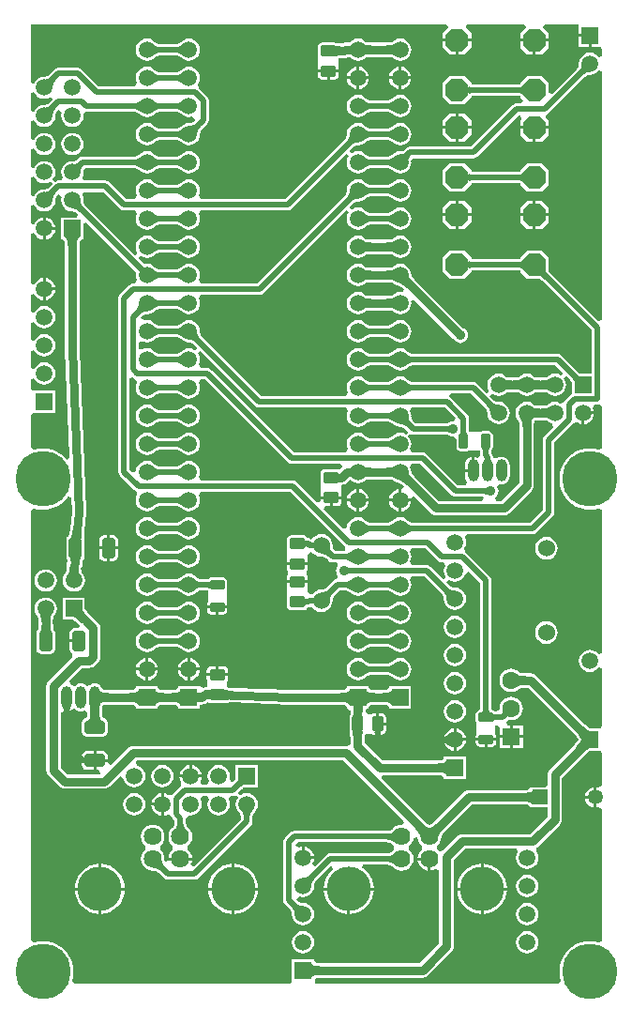
<source format=gbl>
G04 Layer_Physical_Order=2*
G04 Layer_Color=16711680*
%FSLAX44Y44*%
%MOMM*%
G71*
G01*
G75*
G04:AMPARAMS|DCode=10|XSize=1.3mm|YSize=0.8mm|CornerRadius=0.1mm|HoleSize=0mm|Usage=FLASHONLY|Rotation=0.000|XOffset=0mm|YOffset=0mm|HoleType=Round|Shape=RoundedRectangle|*
%AMROUNDEDRECTD10*
21,1,1.3000,0.6000,0,0,0.0*
21,1,1.1000,0.8000,0,0,0.0*
1,1,0.2000,0.5500,-0.3000*
1,1,0.2000,-0.5500,-0.3000*
1,1,0.2000,-0.5500,0.3000*
1,1,0.2000,0.5500,0.3000*
%
%ADD10ROUNDEDRECTD10*%
%ADD12C,0.5000*%
%ADD13C,0.8000*%
%ADD14O,1.0000X2.0000*%
%ADD15O,1.0000X2.0000*%
%ADD16C,4.0000*%
%ADD17C,1.6256*%
%ADD18C,1.5000*%
%ADD19R,1.5000X1.5000*%
%ADD20C,1.3500*%
%ADD21R,1.3500X1.3500*%
%ADD22C,1.5240*%
%ADD23R,1.5000X1.5000*%
%ADD24P,2.2730X8X202.5*%
%ADD25R,1.6000X1.6000*%
%ADD26C,1.6000*%
%ADD27C,5.0000*%
%ADD28C,0.9000*%
G04:AMPARAMS|DCode=29|XSize=1.4mm|YSize=1mm|CornerRadius=0.125mm|HoleSize=0mm|Usage=FLASHONLY|Rotation=270.000|XOffset=0mm|YOffset=0mm|HoleType=Round|Shape=RoundedRectangle|*
%AMROUNDEDRECTD29*
21,1,1.4000,0.7500,0,0,270.0*
21,1,1.1500,1.0000,0,0,270.0*
1,1,0.2500,-0.3750,-0.5750*
1,1,0.2500,-0.3750,0.5750*
1,1,0.2500,0.3750,0.5750*
1,1,0.2500,0.3750,-0.5750*
%
%ADD29ROUNDEDRECTD29*%
G04:AMPARAMS|DCode=30|XSize=1.4mm|YSize=1mm|CornerRadius=0.125mm|HoleSize=0mm|Usage=FLASHONLY|Rotation=0.000|XOffset=0mm|YOffset=0mm|HoleType=Round|Shape=RoundedRectangle|*
%AMROUNDEDRECTD30*
21,1,1.4000,0.7500,0,0,0.0*
21,1,1.1500,1.0000,0,0,0.0*
1,1,0.2500,0.5750,-0.3750*
1,1,0.2500,-0.5750,-0.3750*
1,1,0.2500,-0.5750,0.3750*
1,1,0.2500,0.5750,0.3750*
%
%ADD30ROUNDEDRECTD30*%
G04:AMPARAMS|DCode=31|XSize=1.8mm|YSize=1.15mm|CornerRadius=0.1437mm|HoleSize=0mm|Usage=FLASHONLY|Rotation=180.000|XOffset=0mm|YOffset=0mm|HoleType=Round|Shape=RoundedRectangle|*
%AMROUNDEDRECTD31*
21,1,1.8000,0.8625,0,0,180.0*
21,1,1.5125,1.1500,0,0,180.0*
1,1,0.2875,-0.7562,0.4313*
1,1,0.2875,0.7562,0.4313*
1,1,0.2875,0.7562,-0.4313*
1,1,0.2875,-0.7562,-0.4313*
%
%ADD31ROUNDEDRECTD31*%
G04:AMPARAMS|DCode=32|XSize=1.8mm|YSize=1.15mm|CornerRadius=0.1437mm|HoleSize=0mm|Usage=FLASHONLY|Rotation=270.000|XOffset=0mm|YOffset=0mm|HoleType=Round|Shape=RoundedRectangle|*
%AMROUNDEDRECTD32*
21,1,1.8000,0.8625,0,0,270.0*
21,1,1.5125,1.1500,0,0,270.0*
1,1,0.2875,-0.4313,-0.7562*
1,1,0.2875,-0.4313,0.7562*
1,1,0.2875,0.4313,0.7562*
1,1,0.2875,0.4313,-0.7562*
%
%ADD32ROUNDEDRECTD32*%
G04:AMPARAMS|DCode=33|XSize=1.3mm|YSize=0.8mm|CornerRadius=0.1mm|HoleSize=0mm|Usage=FLASHONLY|Rotation=270.000|XOffset=0mm|YOffset=0mm|HoleType=Round|Shape=RoundedRectangle|*
%AMROUNDEDRECTD33*
21,1,1.3000,0.6000,0,0,270.0*
21,1,1.1000,0.8000,0,0,270.0*
1,1,0.2000,-0.3000,-0.5500*
1,1,0.2000,-0.3000,0.5500*
1,1,0.2000,0.3000,0.5500*
1,1,0.2000,0.3000,-0.5500*
%
%ADD33ROUNDEDRECTD33*%
G36*
X432658Y542466D02*
X433377Y541864D01*
X434102Y541334D01*
X434833Y540875D01*
X435570Y540488D01*
X436313Y540173D01*
X437062Y539929D01*
X437817Y539758D01*
X438578Y539658D01*
X439345Y539630D01*
X431920Y532205D01*
X431892Y532972D01*
X431792Y533733D01*
X431621Y534488D01*
X431377Y535237D01*
X431062Y535980D01*
X430675Y536717D01*
X430216Y537448D01*
X429686Y538173D01*
X429084Y538892D01*
X428410Y539605D01*
X431945Y543140D01*
X432658Y542466D01*
D02*
G37*
G36*
X434386Y261121D02*
X434657Y260917D01*
X435001Y260737D01*
X435420Y260582D01*
X435912Y260450D01*
X436478Y260342D01*
X437117Y260258D01*
X438618Y260162D01*
X439478Y260150D01*
Y255150D01*
X438618Y255138D01*
X436478Y254958D01*
X435912Y254850D01*
X435420Y254718D01*
X435001Y254562D01*
X434657Y254383D01*
X434386Y254179D01*
X434189Y253951D01*
Y261349D01*
X434386Y261121D01*
D02*
G37*
G36*
X484864Y526880D02*
X484574Y527118D01*
X484192Y527330D01*
X483720Y527518D01*
X483158Y527680D01*
X482504Y527817D01*
X481760Y527930D01*
X479999Y528080D01*
X477876Y528130D01*
Y536130D01*
X478983Y536143D01*
X481760Y536330D01*
X482504Y536442D01*
X483158Y536580D01*
X483720Y536743D01*
X484192Y536930D01*
X484574Y537142D01*
X484864Y537380D01*
Y526880D01*
D02*
G37*
G36*
X400392Y527459D02*
X398990Y524618D01*
X398272Y524712D01*
X396445Y524472D01*
X394742Y523767D01*
X393602Y522892D01*
X393540Y522876D01*
X393380Y522846D01*
X392080Y522750D01*
X364570D01*
X362581Y524738D01*
X362262Y525119D01*
X361834Y525704D01*
X361476Y526274D01*
X361184Y526832D01*
X360953Y527376D01*
X360779Y527910D01*
X360659Y528436D01*
X360591Y528961D01*
X360576Y529360D01*
X360606Y529590D01*
X360263Y532201D01*
X359438Y534192D01*
X360051Y535753D01*
X361073Y537192D01*
X390659D01*
X400392Y527459D01*
D02*
G37*
G36*
X470466Y537142D02*
X470848Y536930D01*
X471320Y536743D01*
X471882Y536580D01*
X472536Y536442D01*
X473280Y536330D01*
X475041Y536180D01*
X477164Y536130D01*
Y528130D01*
X476057Y528117D01*
X473280Y527930D01*
X472536Y527817D01*
X471882Y527680D01*
X471320Y527518D01*
X470848Y527330D01*
X470466Y527118D01*
X470176Y526880D01*
Y537380D01*
X470466Y537142D01*
D02*
G37*
G36*
X503691Y562249D02*
X504529Y561348D01*
X505129Y560600D01*
X505585Y559947D01*
X505620Y559886D01*
Y549253D01*
X504395Y548435D01*
X499315Y543355D01*
X498512Y542153D01*
X497074Y541379D01*
X495543Y540944D01*
X495006Y540971D01*
X492831Y541873D01*
X490220Y542216D01*
X487609Y541873D01*
X485177Y540865D01*
X483088Y539262D01*
X483057Y539222D01*
X482894Y539157D01*
X482541Y539055D01*
X482051Y538952D01*
X481483Y538866D01*
X478883Y538690D01*
X478489Y538686D01*
X476892D01*
X475179Y538726D01*
X473579Y538863D01*
X472989Y538952D01*
X472499Y539055D01*
X472146Y539157D01*
X471983Y539222D01*
X471952Y539262D01*
X469863Y540865D01*
X467430Y541873D01*
X464820Y542216D01*
X462210Y541873D01*
X459777Y540865D01*
X457688Y539262D01*
X456085Y537173D01*
X455077Y534740D01*
X454734Y532130D01*
X455077Y529520D01*
X456085Y527087D01*
X457688Y524998D01*
X457728Y524967D01*
X457793Y524804D01*
X457895Y524451D01*
X457998Y523961D01*
X458084Y523393D01*
X458260Y520793D01*
X458264Y520399D01*
Y469314D01*
X441784Y452834D01*
X437188D01*
X436831Y453514D01*
X436399Y455834D01*
X437300Y456526D01*
X438423Y457988D01*
X439128Y459691D01*
X439368Y461518D01*
X439128Y463345D01*
X438423Y465048D01*
X438297Y465212D01*
X439789Y467436D01*
X440143Y467734D01*
X441960Y467495D01*
X443918Y467753D01*
X445742Y468509D01*
X447309Y469711D01*
X448511Y471278D01*
X449267Y473102D01*
X449525Y475060D01*
Y485060D01*
X449267Y487018D01*
X448511Y488842D01*
X447309Y490409D01*
X445742Y491611D01*
X443918Y492367D01*
X441960Y492625D01*
X440002Y492367D01*
X438178Y491611D01*
X437731Y491269D01*
X437067Y491086D01*
X434889Y491861D01*
X434358Y492309D01*
Y492506D01*
X433970Y494457D01*
X433092Y495771D01*
X433353Y498707D01*
X434127Y499864D01*
X434398Y501230D01*
Y512230D01*
X434127Y513596D01*
X433353Y514753D01*
X432196Y515527D01*
X430830Y515799D01*
X424830D01*
X423464Y515527D01*
X423020Y515230D01*
X413114D01*
X413051Y515564D01*
X412928Y517024D01*
Y527230D01*
X412540Y529181D01*
X411435Y530835D01*
X396375Y545895D01*
X394883Y546892D01*
X394846Y547114D01*
X396173Y549892D01*
X414448D01*
X427359Y536982D01*
X427678Y536601D01*
X428106Y536016D01*
X428464Y535446D01*
X428756Y534888D01*
X428987Y534344D01*
X429161Y533810D01*
X429281Y533284D01*
X429349Y532759D01*
X429364Y532360D01*
X429334Y532130D01*
X429677Y529520D01*
X430685Y527087D01*
X432288Y524998D01*
X434377Y523395D01*
X436810Y522387D01*
X439420Y522044D01*
X442030Y522387D01*
X444463Y523395D01*
X446552Y524998D01*
X448155Y527087D01*
X449163Y529520D01*
X449506Y532130D01*
X449163Y534740D01*
X448155Y537173D01*
X446552Y539262D01*
X444463Y540865D01*
X442030Y541873D01*
X439420Y542216D01*
X439190Y542186D01*
X438791Y542201D01*
X438266Y542270D01*
X437740Y542389D01*
X437206Y542563D01*
X436662Y542794D01*
X436105Y543086D01*
X435534Y543445D01*
X434950Y543872D01*
X434568Y544191D01*
X431665Y547094D01*
X433647Y549355D01*
X434377Y548795D01*
X436810Y547787D01*
X439420Y547444D01*
X442030Y547787D01*
X444463Y548795D01*
X446552Y550398D01*
X446583Y550438D01*
X446746Y550503D01*
X447099Y550605D01*
X447589Y550708D01*
X448157Y550794D01*
X450757Y550970D01*
X451151Y550974D01*
X452748D01*
X454461Y550934D01*
X456061Y550797D01*
X456651Y550708D01*
X457141Y550605D01*
X457494Y550503D01*
X457657Y550438D01*
X457688Y550398D01*
X459777Y548795D01*
X462210Y547787D01*
X464820Y547444D01*
X467430Y547787D01*
X469863Y548795D01*
X471952Y550398D01*
X471983Y550438D01*
X472146Y550503D01*
X472499Y550605D01*
X472989Y550708D01*
X473557Y550794D01*
X476157Y550970D01*
X476551Y550974D01*
X478148D01*
X479861Y550934D01*
X481461Y550797D01*
X482051Y550708D01*
X482541Y550605D01*
X482894Y550503D01*
X483057Y550438D01*
X483088Y550398D01*
X485177Y548795D01*
X487609Y547787D01*
X490220Y547444D01*
X492831Y547787D01*
X495263Y548795D01*
X497352Y550398D01*
X498955Y552487D01*
X499963Y554920D01*
X500306Y557530D01*
X499963Y560140D01*
X498955Y562573D01*
X498395Y563302D01*
X500656Y565285D01*
X503691Y562249D01*
D02*
G37*
G36*
X345164Y549740D02*
X344602Y550262D01*
X343993Y550730D01*
X343338Y551143D01*
X342636Y551500D01*
X341887Y551802D01*
X341093Y552050D01*
X340252Y552243D01*
X339364Y552380D01*
X338430Y552463D01*
X337449Y552490D01*
Y557490D01*
X338430Y557518D01*
X339364Y557600D01*
X340252Y557738D01*
X341093Y557930D01*
X341887Y558177D01*
X342636Y558480D01*
X343338Y558838D01*
X343993Y559250D01*
X344602Y559717D01*
X345164Y560240D01*
Y549740D01*
D02*
G37*
G36*
X356438Y559717D02*
X357047Y559250D01*
X357702Y558838D01*
X358404Y558480D01*
X359153Y558177D01*
X359947Y557930D01*
X360788Y557738D01*
X361676Y557600D01*
X362610Y557518D01*
X363591Y557490D01*
Y552490D01*
X362610Y552463D01*
X361676Y552380D01*
X360788Y552243D01*
X359947Y552050D01*
X359153Y551802D01*
X358404Y551500D01*
X357702Y551143D01*
X357047Y550730D01*
X356438Y550262D01*
X355876Y549740D01*
Y560240D01*
X356438Y559717D01*
D02*
G37*
G36*
X318338D02*
X318947Y559250D01*
X319603Y558838D01*
X320304Y558480D01*
X321053Y558177D01*
X321847Y557930D01*
X322688Y557738D01*
X323576Y557600D01*
X324510Y557518D01*
X325491Y557490D01*
Y552490D01*
X324510Y552463D01*
X323576Y552380D01*
X322688Y552243D01*
X321847Y552050D01*
X321053Y551802D01*
X320304Y551500D01*
X319603Y551143D01*
X318947Y550730D01*
X318338Y550262D01*
X317776Y549740D01*
Y560240D01*
X318338Y559717D01*
D02*
G37*
G36*
X127838D02*
X128447Y559250D01*
X129102Y558838D01*
X129804Y558480D01*
X130553Y558177D01*
X131347Y557930D01*
X132189Y557738D01*
X133076Y557600D01*
X134010Y557518D01*
X134991Y557490D01*
Y552490D01*
X134010Y552463D01*
X133076Y552380D01*
X132189Y552243D01*
X131347Y552050D01*
X130553Y551802D01*
X129804Y551500D01*
X129102Y551143D01*
X128447Y550730D01*
X127838Y550262D01*
X127276Y549740D01*
Y560240D01*
X127838Y559717D01*
D02*
G37*
G36*
X154564Y549740D02*
X154002Y550262D01*
X153393Y550730D01*
X152737Y551143D01*
X152036Y551500D01*
X151287Y551802D01*
X150493Y552050D01*
X149651Y552243D01*
X148764Y552380D01*
X147830Y552463D01*
X146849Y552490D01*
Y557490D01*
X147830Y557518D01*
X148764Y557600D01*
X149651Y557738D01*
X150493Y557930D01*
X151287Y558177D01*
X152036Y558480D01*
X152737Y558838D01*
X153393Y559250D01*
X154002Y559717D01*
X154564Y560240D01*
Y549740D01*
D02*
G37*
G36*
X345164Y524340D02*
X344602Y524863D01*
X343993Y525330D01*
X343338Y525742D01*
X342636Y526100D01*
X341887Y526403D01*
X341093Y526650D01*
X340252Y526842D01*
X339364Y526980D01*
X338430Y527062D01*
X337449Y527090D01*
Y532090D01*
X338430Y532118D01*
X339364Y532200D01*
X340252Y532337D01*
X341093Y532530D01*
X341887Y532777D01*
X342636Y533080D01*
X343338Y533438D01*
X343993Y533850D01*
X344602Y534318D01*
X345164Y534840D01*
Y524340D01*
D02*
G37*
G36*
X410342Y517358D02*
X410522Y515218D01*
X410630Y514652D01*
X410762Y514160D01*
X410918Y513741D01*
X411097Y513397D01*
X411301Y513126D01*
X411529Y512929D01*
X404131D01*
X404359Y513126D01*
X404563Y513397D01*
X404743Y513741D01*
X404898Y514160D01*
X405030Y514652D01*
X405138Y515218D01*
X405222Y515857D01*
X405318Y517358D01*
X405330Y518218D01*
X410330D01*
X410342Y517358D01*
D02*
G37*
G36*
X395058Y514502D02*
X394902Y514626D01*
X394689Y514736D01*
X394419Y514833D01*
X394092Y514918D01*
X393708Y514990D01*
X392768Y515093D01*
X391600Y515145D01*
X390930Y515152D01*
Y520152D01*
X391600Y520159D01*
X393708Y520314D01*
X394092Y520386D01*
X394419Y520471D01*
X394689Y520568D01*
X394902Y520678D01*
X395058Y520802D01*
Y514502D01*
D02*
G37*
G36*
X219815Y538685D02*
X221469Y537580D01*
X223420Y537192D01*
X301867D01*
X302889Y535753D01*
X303502Y534192D01*
X302677Y532201D01*
X302334Y529590D01*
X302677Y526979D01*
X303685Y524547D01*
X305288Y522458D01*
X307377Y520855D01*
X309809Y519847D01*
X312420Y519504D01*
X315030Y519847D01*
X317463Y520855D01*
X319552Y522458D01*
X319693Y522642D01*
X319986Y522914D01*
X320406Y523236D01*
X320863Y523524D01*
X321362Y523778D01*
X321911Y524000D01*
X322511Y524187D01*
X323168Y524338D01*
X323884Y524448D01*
X324379Y524492D01*
X338561D01*
X339056Y524448D01*
X339772Y524338D01*
X340429Y524187D01*
X341029Y524000D01*
X341577Y523778D01*
X342077Y523524D01*
X342534Y523236D01*
X342954Y522914D01*
X343247Y522642D01*
X343388Y522458D01*
X345477Y520855D01*
X347910Y519847D01*
X350520Y519504D01*
X350750Y519534D01*
X351149Y519519D01*
X351674Y519450D01*
X352200Y519331D01*
X352734Y519157D01*
X353278Y518926D01*
X353835Y518634D01*
X354406Y518275D01*
X354990Y517848D01*
X355372Y517529D01*
X358275Y514626D01*
X356292Y512365D01*
X355563Y512925D01*
X353130Y513933D01*
X350520Y514276D01*
X347910Y513933D01*
X345477Y512925D01*
X343388Y511322D01*
X343247Y511138D01*
X342954Y510866D01*
X342534Y510544D01*
X342077Y510256D01*
X341577Y510002D01*
X341029Y509780D01*
X340429Y509593D01*
X339772Y509442D01*
X339056Y509332D01*
X338561Y509288D01*
X324379D01*
X323884Y509332D01*
X323168Y509442D01*
X322511Y509593D01*
X321911Y509780D01*
X321363Y510001D01*
X320863Y510256D01*
X320406Y510544D01*
X319986Y510866D01*
X319693Y511138D01*
X319552Y511322D01*
X317463Y512925D01*
X315030Y513933D01*
X312420Y514276D01*
X309809Y513933D01*
X307377Y512925D01*
X305288Y511322D01*
X303685Y509233D01*
X302677Y506800D01*
X302334Y504190D01*
X302677Y501580D01*
X303502Y499588D01*
X302889Y498027D01*
X301867Y496588D01*
X254842D01*
X180135Y571295D01*
X178481Y572400D01*
X176530Y572788D01*
X170473D01*
X169451Y574227D01*
X168838Y575788D01*
X169662Y577780D01*
X170006Y580390D01*
X169662Y583000D01*
X168655Y585433D01*
X168095Y586162D01*
X170356Y588145D01*
X219815Y538685D01*
D02*
G37*
G36*
X345164Y498940D02*
X344602Y499463D01*
X343993Y499930D01*
X343338Y500342D01*
X342636Y500700D01*
X341887Y501003D01*
X341093Y501250D01*
X340252Y501442D01*
X339364Y501580D01*
X338430Y501662D01*
X337449Y501690D01*
Y506690D01*
X338430Y506717D01*
X339364Y506800D01*
X340252Y506937D01*
X341093Y507130D01*
X341887Y507378D01*
X342636Y507680D01*
X343338Y508037D01*
X343993Y508450D01*
X344602Y508918D01*
X345164Y509440D01*
Y498940D01*
D02*
G37*
G36*
X430515Y265683D02*
X430590Y264827D01*
X430715Y264073D01*
X430890Y263419D01*
X431115Y262866D01*
X431390Y262413D01*
X431715Y262061D01*
X432090Y261809D01*
X432515Y261658D01*
X432990Y261608D01*
X422990D01*
X423465Y261658D01*
X423890Y261809D01*
X424265Y262061D01*
X424590Y262413D01*
X424865Y262866D01*
X425090Y263419D01*
X425265Y264073D01*
X425390Y264827D01*
X425465Y265683D01*
X425490Y266639D01*
X430490D01*
X430515Y265683D01*
D02*
G37*
G36*
X358048Y528748D02*
X358148Y527987D01*
X358319Y527232D01*
X358563Y526483D01*
X358878Y525740D01*
X359265Y525003D01*
X359724Y524272D01*
X360254Y523547D01*
X360856Y522828D01*
X361530Y522115D01*
X357995Y518580D01*
X357282Y519254D01*
X356563Y519856D01*
X355838Y520386D01*
X355107Y520845D01*
X354370Y521232D01*
X353627Y521547D01*
X352878Y521791D01*
X352123Y521962D01*
X351362Y522062D01*
X350595Y522090D01*
X358020Y529515D01*
X358048Y528748D01*
D02*
G37*
G36*
X78959Y282815D02*
X79231Y282138D01*
X79685Y281541D01*
X80320Y281023D01*
X81136Y280585D01*
X82135Y280227D01*
X83314Y279948D01*
X84676Y279749D01*
X86218Y279630D01*
X87942Y279590D01*
Y271590D01*
X86218Y271550D01*
X84676Y271431D01*
X83314Y271232D01*
X82135Y270953D01*
X81136Y270595D01*
X80320Y270157D01*
X79685Y269639D01*
X79421Y269293D01*
X79772D01*
X79612Y268831D01*
X79469Y268256D01*
X79342Y267571D01*
X79140Y265863D01*
X79006Y263709D01*
X78960Y261262D01*
X78970Y260885D01*
X79090Y259505D01*
X79289Y258288D01*
X79569Y257232D01*
X79928Y256340D01*
X80368Y255609D01*
X80887Y255041D01*
X81486Y254635D01*
X82165Y254392D01*
X82924Y254310D01*
X66936D01*
X67695Y254392D01*
X68374Y254635D01*
X68973Y255041D01*
X69492Y255609D01*
X69932Y256340D01*
X70291Y257232D01*
X70571Y258288D01*
X70770Y259505D01*
X70890Y260885D01*
X70903Y261399D01*
X70518Y267571D01*
X70391Y268256D01*
X70248Y268831D01*
X70088Y269293D01*
X78868D01*
Y283571D01*
X78959Y282815D01*
D02*
G37*
G36*
X318338Y534318D02*
X318947Y533850D01*
X319603Y533438D01*
X320304Y533080D01*
X321053Y532777D01*
X321847Y532530D01*
X322688Y532337D01*
X323576Y532200D01*
X324510Y532118D01*
X325491Y532090D01*
Y527090D01*
X324510Y527062D01*
X323576Y526980D01*
X322688Y526842D01*
X321847Y526650D01*
X321053Y526403D01*
X320304Y526100D01*
X319603Y525742D01*
X318947Y525330D01*
X318338Y524863D01*
X317776Y524340D01*
Y534840D01*
X318338Y534318D01*
D02*
G37*
G36*
X447365Y258229D02*
X447318Y258216D01*
X447225Y258154D01*
X447086Y258043D01*
X446672Y257672D01*
X444838Y255882D01*
X441302Y259418D01*
X443649Y261945D01*
X447365Y258229D01*
D02*
G37*
G36*
X469832Y526483D02*
X469620Y526102D01*
X469432Y525630D01*
X469270Y525068D01*
X469132Y524414D01*
X469020Y523670D01*
X468870Y521909D01*
X468820Y519786D01*
X460820D01*
X460807Y520893D01*
X460620Y523670D01*
X460508Y524414D01*
X460370Y525068D01*
X460207Y525630D01*
X460020Y526102D01*
X459808Y526483D01*
X459570Y526774D01*
X470070D01*
X469832Y526483D01*
D02*
G37*
G36*
X316316Y262465D02*
X316536Y259140D01*
X316618Y258744D01*
X316712Y258436D01*
X316819Y258218D01*
X316939Y258089D01*
X307680D01*
X307800Y258218D01*
X307907Y258436D01*
X308001Y258744D01*
X308083Y259140D01*
X308152Y259627D01*
X308253Y260867D01*
X308310Y263398D01*
X316310D01*
X316316Y262465D01*
D02*
G37*
G36*
X127838Y635918D02*
X128447Y635450D01*
X129102Y635037D01*
X129804Y634680D01*
X130553Y634378D01*
X131347Y634130D01*
X132189Y633937D01*
X133076Y633800D01*
X134010Y633717D01*
X134991Y633690D01*
Y628690D01*
X134010Y628662D01*
X133076Y628580D01*
X132189Y628442D01*
X131347Y628250D01*
X130553Y628003D01*
X129804Y627700D01*
X129102Y627342D01*
X128447Y626930D01*
X127838Y626463D01*
X127276Y625940D01*
Y636440D01*
X127838Y635918D01*
D02*
G37*
G36*
X154564Y625940D02*
X154002Y626463D01*
X153393Y626930D01*
X152737Y627342D01*
X152036Y627700D01*
X151287Y628003D01*
X150493Y628250D01*
X149651Y628442D01*
X148764Y628580D01*
X147830Y628662D01*
X146849Y628690D01*
Y633690D01*
X147830Y633717D01*
X148764Y633800D01*
X149651Y633937D01*
X150493Y634130D01*
X151287Y634378D01*
X152036Y634680D01*
X152737Y635037D01*
X153393Y635450D01*
X154002Y635918D01*
X154564Y636440D01*
Y625940D01*
D02*
G37*
G36*
X121845Y623690D02*
X121078Y623662D01*
X120317Y623562D01*
X119562Y623391D01*
X118813Y623147D01*
X118070Y622832D01*
X117333Y622445D01*
X116602Y621986D01*
X115877Y621456D01*
X115158Y620854D01*
X114445Y620180D01*
X110910Y623715D01*
X111584Y624428D01*
X112186Y625147D01*
X112716Y625872D01*
X113175Y626603D01*
X113562Y627340D01*
X113877Y628083D01*
X114121Y628832D01*
X114292Y629587D01*
X114392Y630348D01*
X114420Y631115D01*
X121845Y623690D01*
D02*
G37*
G36*
X127838Y610518D02*
X128447Y610050D01*
X129102Y609637D01*
X129804Y609280D01*
X130553Y608978D01*
X131347Y608730D01*
X132189Y608537D01*
X133076Y608400D01*
X134010Y608317D01*
X134991Y608290D01*
Y603290D01*
X134010Y603262D01*
X133076Y603180D01*
X132189Y603042D01*
X131347Y602850D01*
X130553Y602603D01*
X129804Y602300D01*
X129102Y601942D01*
X128447Y601530D01*
X127838Y601063D01*
X127276Y600540D01*
Y611040D01*
X127838Y610518D01*
D02*
G37*
G36*
X154564Y600540D02*
X154002Y601063D01*
X153393Y601530D01*
X152737Y601942D01*
X152036Y602300D01*
X151287Y602603D01*
X150493Y602850D01*
X149651Y603042D01*
X148764Y603180D01*
X147830Y603262D01*
X146849Y603290D01*
Y608290D01*
X147830Y608317D01*
X148764Y608400D01*
X149651Y608537D01*
X150493Y608730D01*
X151287Y608978D01*
X152036Y609280D01*
X152737Y609637D01*
X153393Y610050D01*
X154002Y610518D01*
X154564Y611040D01*
Y600540D01*
D02*
G37*
G36*
X317038Y244905D02*
X316885Y244455D01*
X316750Y243885D01*
X316633Y243194D01*
X316454Y241450D01*
X316346Y239224D01*
X316310Y236516D01*
X308310D01*
X308301Y237931D01*
X307986Y243194D01*
X307869Y243885D01*
X307735Y244455D01*
X307582Y244905D01*
X307411Y245234D01*
X317208D01*
X317038Y244905D01*
D02*
G37*
G36*
X482031Y662064D02*
X481867Y661632D01*
X481828Y661146D01*
X481913Y660605D01*
X482122Y660010D01*
X482456Y659361D01*
X482914Y658657D01*
X483497Y657899D01*
X484204Y657087D01*
X485036Y656220D01*
X481500Y652685D01*
X480634Y653516D01*
X479063Y654806D01*
X478360Y655265D01*
X477710Y655598D01*
X477115Y655808D01*
X476575Y655893D01*
X476088Y655853D01*
X475656Y655689D01*
X475279Y655401D01*
X482319Y662442D01*
X482031Y662064D01*
D02*
G37*
G36*
X412399Y670365D02*
X412549Y669940D01*
X412799Y669565D01*
X413149Y669240D01*
X413599Y668965D01*
X414149Y668740D01*
X414799Y668565D01*
X415549Y668440D01*
X416399Y668365D01*
X417349Y668340D01*
Y663340D01*
X416399Y663315D01*
X415549Y663240D01*
X414799Y663115D01*
X414149Y662940D01*
X413599Y662715D01*
X413149Y662440D01*
X412799Y662115D01*
X412549Y661740D01*
X412399Y661315D01*
X412349Y660840D01*
Y670840D01*
X412399Y670365D01*
D02*
G37*
G36*
X50800Y268084D02*
X53871D01*
X53521Y267584D01*
X53208Y267043D01*
X52932Y266461D01*
X52693Y265838D01*
X52490Y265175D01*
X52325Y264471D01*
X52196Y263726D01*
X52172Y263523D01*
X53333Y264004D01*
X53783Y264350D01*
X56881Y265241D01*
X58448Y264039D01*
X60272Y263283D01*
X62230Y263025D01*
X64188Y263283D01*
X65200Y263702D01*
X67511Y262723D01*
X68311Y262021D01*
X68352Y261352D01*
X68344Y261029D01*
X68239Y259822D01*
X68075Y258822D01*
X67867Y258038D01*
X67643Y257479D01*
X67439Y257141D01*
X67306Y256995D01*
X65831Y256702D01*
X64529Y255832D01*
X63658Y254529D01*
X63353Y252993D01*
Y244368D01*
X63658Y242831D01*
X64529Y241529D01*
X65831Y240659D01*
X67368Y240353D01*
X82493D01*
X84029Y240659D01*
X85331Y241529D01*
X86201Y242831D01*
X86507Y244368D01*
Y252993D01*
X86201Y254529D01*
X85331Y255832D01*
X84029Y256702D01*
X82554Y256995D01*
X82421Y257141D01*
X82217Y257480D01*
X81993Y258038D01*
X81785Y258822D01*
X81621Y259822D01*
X81516Y261029D01*
X81510Y261271D01*
X81553Y263606D01*
X81680Y265634D01*
X81864Y267190D01*
X81961Y267717D01*
X82058Y268104D01*
X82097Y268217D01*
X82175Y268259D01*
X82860Y268505D01*
X83793Y268725D01*
X84959Y268896D01*
X86346Y269004D01*
X87664Y269034D01*
X106733D01*
X107844Y269009D01*
X109051Y268916D01*
X109654Y268829D01*
X111920Y267057D01*
X111920Y265590D01*
X114451Y265571D01*
X114543Y265590D01*
X114920Y265590D01*
X128920D01*
X129297Y265590D01*
X129389Y265571D01*
X131920Y265590D01*
Y267057D01*
X134186Y268829D01*
X134789Y268916D01*
X135996Y269009D01*
X137107Y269034D01*
X144733D01*
X145844Y269009D01*
X147051Y268916D01*
X147654Y268829D01*
X149920Y267057D01*
X149920Y265590D01*
X152450Y265571D01*
X152543Y265590D01*
X152920Y265590D01*
X169920D01*
Y269018D01*
X170989Y269034D01*
X171450D01*
X173147Y269257D01*
X174728Y269912D01*
X176086Y270954D01*
X176536Y271404D01*
X177281Y271350D01*
X177291Y271349D01*
X178207Y270737D01*
X179670Y270446D01*
X191170D01*
X192633Y270737D01*
X192725Y270799D01*
X198801Y270966D01*
X251108Y269038D01*
X251229Y269050D01*
X251350Y269034D01*
X297233D01*
X298344Y269009D01*
X299551Y268916D01*
X300154Y268829D01*
X302420Y267057D01*
Y265590D01*
X303454Y265582D01*
X304258Y264818D01*
X305360Y263772D01*
X305567Y263341D01*
X305742Y262590D01*
X305707Y260999D01*
X305618Y259909D01*
X305571Y259578D01*
X305544Y259446D01*
X305027Y258673D01*
X304736Y257210D01*
Y245710D01*
X304872Y245026D01*
X304871Y245016D01*
X304881Y244983D01*
X305027Y244247D01*
X305145Y244070D01*
X305148Y244061D01*
X305230Y243903D01*
X305282Y243750D01*
X305370Y243378D01*
X305450Y242904D01*
X305752Y237847D01*
X305754Y237627D01*
Y233857D01*
X305341Y233228D01*
X304386Y232484D01*
X302754Y231701D01*
X301592Y231854D01*
X109220D01*
X107523Y231631D01*
X105942Y230976D01*
X104584Y229934D01*
X89548Y214898D01*
X86548Y216140D01*
Y217410D01*
X76200D01*
Y210312D01*
X78465D01*
X79988Y207312D01*
X79176Y206200D01*
X50214D01*
X44148Y212266D01*
Y261558D01*
X44258Y261728D01*
X46906Y263274D01*
X46864Y263726D01*
X46736Y264471D01*
X46570Y265175D01*
X46367Y265838D01*
X46128Y266461D01*
X45852Y267043D01*
X45539Y267584D01*
X45189Y268084D01*
X48260D01*
Y275590D01*
X50800D01*
Y268084D01*
D02*
G37*
G36*
X127838Y661318D02*
X128447Y660850D01*
X129102Y660437D01*
X129804Y660080D01*
X130553Y659778D01*
X131347Y659530D01*
X132189Y659337D01*
X133076Y659200D01*
X134010Y659118D01*
X134991Y659090D01*
Y654090D01*
X134010Y654062D01*
X133076Y653980D01*
X132189Y653842D01*
X131347Y653650D01*
X130553Y653402D01*
X129804Y653100D01*
X129102Y652742D01*
X128447Y652330D01*
X127838Y651862D01*
X127276Y651340D01*
Y661840D01*
X127838Y661318D01*
D02*
G37*
G36*
X154564Y651340D02*
X154002Y651862D01*
X153393Y652330D01*
X152737Y652742D01*
X152036Y653100D01*
X151287Y653402D01*
X150493Y653650D01*
X149651Y653842D01*
X148764Y653980D01*
X147830Y654062D01*
X146849Y654090D01*
Y659090D01*
X147830Y659118D01*
X148764Y659200D01*
X149651Y659337D01*
X150493Y659530D01*
X151287Y659778D01*
X152036Y660080D01*
X152737Y660437D01*
X153393Y660850D01*
X154002Y661318D01*
X154564Y661840D01*
Y651340D01*
D02*
G37*
G36*
X148456Y600648D02*
X149172Y600537D01*
X149829Y600387D01*
X150429Y600200D01*
X150977Y599978D01*
X151477Y599724D01*
X151934Y599436D01*
X152354Y599114D01*
X152647Y598842D01*
X152788Y598658D01*
X154877Y597055D01*
X157309Y596047D01*
X159920Y595704D01*
X160150Y595734D01*
X160549Y595719D01*
X161073Y595650D01*
X161600Y595531D01*
X162134Y595357D01*
X162678Y595126D01*
X163235Y594834D01*
X163806Y594476D01*
X164390Y594048D01*
X164772Y593729D01*
X167675Y590826D01*
X165692Y588565D01*
X164963Y589125D01*
X162530Y590133D01*
X159920Y590476D01*
X157309Y590133D01*
X154877Y589125D01*
X152788Y587522D01*
X152647Y587338D01*
X152354Y587066D01*
X151934Y586744D01*
X151477Y586456D01*
X150977Y586202D01*
X150429Y585980D01*
X149829Y585793D01*
X149172Y585643D01*
X148456Y585532D01*
X147961Y585488D01*
X133879D01*
X133384Y585532D01*
X132668Y585643D01*
X132011Y585793D01*
X131411Y585980D01*
X130863Y586202D01*
X130363Y586456D01*
X129906Y586744D01*
X129486Y587066D01*
X129193Y587338D01*
X129052Y587522D01*
X126963Y589125D01*
X124530Y590133D01*
X121920Y590476D01*
X119310Y590133D01*
X117318Y589308D01*
X115757Y589921D01*
X114318Y590943D01*
Y595237D01*
X115757Y596259D01*
X117318Y596872D01*
X119310Y596047D01*
X121920Y595704D01*
X124530Y596047D01*
X126963Y597055D01*
X129052Y598658D01*
X129193Y598842D01*
X129486Y599114D01*
X129906Y599436D01*
X130363Y599724D01*
X130863Y599978D01*
X131411Y600200D01*
X132011Y600387D01*
X132668Y600537D01*
X133384Y600648D01*
X133879Y600692D01*
X147961D01*
X148456Y600648D01*
D02*
G37*
G36*
X484864Y552280D02*
X484574Y552518D01*
X484192Y552730D01*
X483720Y552918D01*
X483158Y553080D01*
X482504Y553218D01*
X481760Y553330D01*
X479999Y553480D01*
X477876Y553530D01*
Y561530D01*
X478983Y561543D01*
X481760Y561730D01*
X482504Y561842D01*
X483158Y561980D01*
X483720Y562142D01*
X484192Y562330D01*
X484574Y562542D01*
X484864Y562780D01*
Y552280D01*
D02*
G37*
G36*
X509179Y567542D02*
X511021Y565980D01*
X511835Y565412D01*
X512578Y564984D01*
X513249Y564698D01*
X513849Y564554D01*
X514378Y564551D01*
X514835Y564689D01*
X515222Y564969D01*
X508181Y557928D01*
X508461Y558315D01*
X508599Y558772D01*
X508596Y559301D01*
X508452Y559901D01*
X508166Y560573D01*
X507738Y561315D01*
X507170Y562129D01*
X506460Y563015D01*
X504615Y565000D01*
X508150Y568535D01*
X509179Y567542D01*
D02*
G37*
G36*
X470466Y562542D02*
X470848Y562330D01*
X471320Y562142D01*
X471882Y561980D01*
X472536Y561842D01*
X473280Y561730D01*
X475041Y561580D01*
X477164Y561530D01*
Y553530D01*
X476057Y553517D01*
X473280Y553330D01*
X472536Y553218D01*
X471882Y553080D01*
X471320Y552918D01*
X470848Y552730D01*
X470466Y552518D01*
X470176Y552280D01*
Y562780D01*
X470466Y562542D01*
D02*
G37*
G36*
X445066D02*
X445448Y562330D01*
X445920Y562142D01*
X446482Y561980D01*
X447136Y561842D01*
X447880Y561730D01*
X449641Y561580D01*
X451764Y561530D01*
Y553530D01*
X450657Y553517D01*
X447880Y553330D01*
X447136Y553218D01*
X446482Y553080D01*
X445920Y552918D01*
X445448Y552730D01*
X445066Y552518D01*
X444776Y552280D01*
Y562780D01*
X445066Y562542D01*
D02*
G37*
G36*
X459464Y552280D02*
X459174Y552518D01*
X458792Y552730D01*
X458320Y552918D01*
X457758Y553080D01*
X457104Y553218D01*
X456360Y553330D01*
X454599Y553480D01*
X452476Y553530D01*
Y561530D01*
X453583Y561543D01*
X456360Y561730D01*
X457104Y561842D01*
X457758Y561980D01*
X458320Y562142D01*
X458792Y562330D01*
X459174Y562542D01*
X459464Y562780D01*
Y552280D01*
D02*
G37*
G36*
X127838Y585117D02*
X128447Y584650D01*
X129102Y584238D01*
X129804Y583880D01*
X130553Y583577D01*
X131347Y583330D01*
X132189Y583138D01*
X133076Y583000D01*
X134010Y582918D01*
X134991Y582890D01*
Y577890D01*
X134010Y577863D01*
X133076Y577780D01*
X132189Y577643D01*
X131347Y577450D01*
X130553Y577202D01*
X129804Y576900D01*
X129102Y576543D01*
X128447Y576130D01*
X127838Y575662D01*
X127276Y575140D01*
Y585640D01*
X127838Y585117D01*
D02*
G37*
G36*
X356438D02*
X357047Y584650D01*
X357702Y584238D01*
X358404Y583880D01*
X359153Y583577D01*
X359947Y583330D01*
X360788Y583138D01*
X361676Y583000D01*
X362610Y582918D01*
X363591Y582890D01*
Y577890D01*
X362610Y577863D01*
X361676Y577780D01*
X360788Y577643D01*
X359947Y577450D01*
X359153Y577202D01*
X358404Y576900D01*
X357702Y576543D01*
X357047Y576130D01*
X356438Y575662D01*
X355876Y575140D01*
Y585640D01*
X356438Y585117D01*
D02*
G37*
G36*
X167448Y604948D02*
X167548Y604187D01*
X167719Y603432D01*
X167963Y602683D01*
X168278Y601940D01*
X168665Y601203D01*
X169124Y600472D01*
X169654Y599747D01*
X170256Y599028D01*
X170930Y598315D01*
X167395Y594780D01*
X166682Y595454D01*
X165963Y596056D01*
X165238Y596586D01*
X164507Y597045D01*
X163770Y597432D01*
X163027Y597747D01*
X162278Y597991D01*
X161523Y598162D01*
X160762Y598262D01*
X159995Y598290D01*
X167420Y605715D01*
X167448Y604948D01*
D02*
G37*
G36*
X345164Y575140D02*
X344602Y575662D01*
X343993Y576130D01*
X343338Y576543D01*
X342636Y576900D01*
X341887Y577202D01*
X341093Y577450D01*
X340252Y577643D01*
X339364Y577780D01*
X338430Y577863D01*
X337449Y577890D01*
Y582890D01*
X338430Y582918D01*
X339364Y583000D01*
X340252Y583138D01*
X341093Y583330D01*
X341887Y583577D01*
X342636Y583880D01*
X343338Y584238D01*
X343993Y584650D01*
X344602Y585117D01*
X345164Y585640D01*
Y575140D01*
D02*
G37*
G36*
X154564D02*
X154002Y575662D01*
X153393Y576130D01*
X152737Y576543D01*
X152036Y576900D01*
X151287Y577202D01*
X150493Y577450D01*
X149651Y577643D01*
X148764Y577780D01*
X147830Y577863D01*
X146849Y577890D01*
Y582890D01*
X147830Y582918D01*
X148764Y583000D01*
X149651Y583138D01*
X150493Y583330D01*
X151287Y583577D01*
X152036Y583880D01*
X152737Y584238D01*
X153393Y584650D01*
X154002Y585117D01*
X154564Y585640D01*
Y575140D01*
D02*
G37*
G36*
X318338Y585117D02*
X318947Y584650D01*
X319603Y584238D01*
X320304Y583880D01*
X321053Y583577D01*
X321847Y583330D01*
X322688Y583138D01*
X323576Y583000D01*
X324510Y582918D01*
X325491Y582890D01*
Y577890D01*
X324510Y577863D01*
X323576Y577780D01*
X322688Y577643D01*
X321847Y577450D01*
X321053Y577202D01*
X320304Y576900D01*
X319603Y576543D01*
X318947Y576130D01*
X318338Y575662D01*
X317776Y575140D01*
Y585640D01*
X318338Y585117D01*
D02*
G37*
G36*
X287048Y411884D02*
X287149Y411102D01*
X287322Y410327D01*
X287568Y409560D01*
X287887Y408801D01*
X288278Y408049D01*
X288742Y407304D01*
X289278Y406568D01*
X289887Y405839D01*
X290568Y405117D01*
X287033Y401582D01*
X286311Y402263D01*
X285582Y402872D01*
X284846Y403408D01*
X284101Y403872D01*
X283349Y404263D01*
X282590Y404582D01*
X281823Y404828D01*
X281048Y405001D01*
X280266Y405102D01*
X279476Y405130D01*
X287020Y412674D01*
X287048Y411884D01*
D02*
G37*
G36*
X264802Y416964D02*
X264891Y416894D01*
X265038Y416832D01*
X265244Y416779D01*
X265509Y416733D01*
X265832Y416696D01*
X266656Y416647D01*
X267716Y416630D01*
Y411630D01*
X267157Y411626D01*
X265509Y411527D01*
X265244Y411482D01*
X265038Y411428D01*
X264891Y411366D01*
X264802Y411296D01*
X264773Y411218D01*
Y417043D01*
X264802Y416964D01*
D02*
G37*
G36*
X345164Y397340D02*
X344602Y397863D01*
X343993Y398330D01*
X343338Y398742D01*
X342636Y399100D01*
X341887Y399403D01*
X341093Y399650D01*
X340252Y399842D01*
X339364Y399980D01*
X338430Y400062D01*
X337449Y400090D01*
Y405090D01*
X338430Y405117D01*
X339364Y405200D01*
X340252Y405337D01*
X341093Y405530D01*
X341887Y405778D01*
X342636Y406080D01*
X343338Y406437D01*
X343993Y406850D01*
X344602Y407318D01*
X345164Y407840D01*
Y397340D01*
D02*
G37*
G36*
X307064D02*
X306502Y397863D01*
X305893Y398330D01*
X305238Y398742D01*
X304536Y399100D01*
X303787Y399403D01*
X302993Y399650D01*
X302152Y399842D01*
X301264Y399980D01*
X300330Y400062D01*
X299349Y400090D01*
Y405090D01*
X300330Y405117D01*
X301264Y405200D01*
X302152Y405337D01*
X302993Y405530D01*
X303787Y405778D01*
X304536Y406080D01*
X305238Y406437D01*
X305893Y406850D01*
X306502Y407318D01*
X307064Y407840D01*
Y397340D01*
D02*
G37*
G36*
X318338Y407318D02*
X318947Y406850D01*
X319603Y406437D01*
X320304Y406080D01*
X321053Y405778D01*
X321847Y405530D01*
X322688Y405337D01*
X323576Y405200D01*
X324510Y405117D01*
X325491Y405090D01*
Y400090D01*
X324510Y400062D01*
X323576Y399980D01*
X322688Y399842D01*
X321847Y399650D01*
X321053Y399403D01*
X320304Y399100D01*
X319603Y398742D01*
X318947Y398330D01*
X318338Y397863D01*
X317776Y397340D01*
Y407840D01*
X318338Y407318D01*
D02*
G37*
G36*
X63124Y427016D02*
X62982Y425549D01*
X62748Y419535D01*
X62812Y418998D01*
X62905Y418593D01*
X63028Y418321D01*
X52063Y418787D01*
X52514Y419152D01*
X52933Y419622D01*
X53319Y420198D01*
X53672Y420878D01*
X53992Y421663D01*
X54279Y422554D01*
X54533Y423549D01*
X54942Y425855D01*
X55098Y427166D01*
X63124Y427016D01*
D02*
G37*
G36*
X456922Y296126D02*
X457370Y295854D01*
X457907Y295614D01*
X458534Y295406D01*
X459251Y295230D01*
X460057Y295086D01*
X461939Y294894D01*
X463014Y294846D01*
X464178Y294830D01*
Y286830D01*
X463014Y286814D01*
X460057Y286574D01*
X459251Y286430D01*
X458534Y286254D01*
X457907Y286046D01*
X457370Y285806D01*
X456922Y285534D01*
X456563Y285230D01*
Y296430D01*
X456922Y296126D01*
D02*
G37*
G36*
X109425Y564085D02*
X111079Y562980D01*
X111587Y562879D01*
X112664Y560961D01*
X113009Y559973D01*
X113006Y559602D01*
X112177Y557601D01*
X111834Y554990D01*
X112177Y552379D01*
X113185Y549947D01*
X114788Y547858D01*
X116877Y546255D01*
X119310Y545247D01*
X121920Y544904D01*
X124530Y545247D01*
X126963Y546255D01*
X129052Y547858D01*
X129193Y548042D01*
X129486Y548314D01*
X129906Y548636D01*
X130363Y548924D01*
X130863Y549178D01*
X131411Y549400D01*
X132011Y549587D01*
X132668Y549738D01*
X133384Y549848D01*
X133879Y549892D01*
X147961D01*
X148456Y549848D01*
X149172Y549738D01*
X149829Y549587D01*
X150429Y549400D01*
X150977Y549179D01*
X151477Y548924D01*
X151934Y548636D01*
X152354Y548314D01*
X152647Y548042D01*
X152788Y547858D01*
X154877Y546255D01*
X157309Y545247D01*
X159920Y544904D01*
X162530Y545247D01*
X164963Y546255D01*
X167052Y547858D01*
X168655Y549947D01*
X169662Y552379D01*
X170006Y554990D01*
X169662Y557601D01*
X168838Y559592D01*
X169451Y561153D01*
X170473Y562592D01*
X174418D01*
X249125Y487885D01*
X250779Y486780D01*
X252730Y486392D01*
X296959D01*
X297986Y483526D01*
X297988Y483392D01*
X295620Y481024D01*
X295503Y481103D01*
X294040Y481394D01*
X282540D01*
X281077Y481103D01*
X279836Y480274D01*
X279008Y479033D01*
X278717Y477570D01*
Y470070D01*
X279008Y468607D01*
X279290Y468184D01*
Y461528D01*
X278970Y461049D01*
X278676Y459570D01*
Y457090D01*
X297904D01*
Y459570D01*
X297610Y461049D01*
X297290Y461528D01*
Y467264D01*
X297688D01*
X299385Y467488D01*
X300966Y468143D01*
X302324Y469184D01*
X304827Y471688D01*
X305288Y471658D01*
X307377Y470055D01*
X309809Y469047D01*
X312420Y468704D01*
X315030Y469047D01*
X317463Y470055D01*
X319552Y471658D01*
X319583Y471698D01*
X319746Y471763D01*
X320099Y471865D01*
X320589Y471968D01*
X321157Y472054D01*
X323757Y472229D01*
X324151Y472234D01*
X338448D01*
X340161Y472194D01*
X341761Y472057D01*
X342351Y471968D01*
X342841Y471865D01*
X343194Y471763D01*
X343357Y471698D01*
X343388Y471658D01*
X345477Y470055D01*
X347910Y469047D01*
X350520Y468704D01*
X350570Y468710D01*
X350731Y468641D01*
X351053Y468463D01*
X351473Y468190D01*
X351935Y467849D01*
X353898Y466134D01*
X354179Y465859D01*
X353810Y464903D01*
X352546Y463250D01*
X351790Y463349D01*
Y454660D01*
X360479D01*
X360380Y455416D01*
X361860Y456548D01*
X363073Y456965D01*
X378396Y441642D01*
X379754Y440600D01*
X381335Y439945D01*
X383032Y439722D01*
X444500D01*
X446197Y439945D01*
X447778Y440600D01*
X449136Y441642D01*
X469456Y461962D01*
X470498Y463320D01*
X471153Y464901D01*
X471376Y466598D01*
Y520058D01*
X471416Y521771D01*
X471553Y523371D01*
X471642Y523961D01*
X471745Y524451D01*
X471847Y524804D01*
X471912Y524967D01*
X471952Y524998D01*
X471983Y525038D01*
X472146Y525103D01*
X472499Y525205D01*
X472989Y525308D01*
X473557Y525394D01*
X476157Y525569D01*
X476551Y525574D01*
X478148D01*
X479861Y525534D01*
X481461Y525397D01*
X482051Y525308D01*
X482541Y525205D01*
X482894Y525103D01*
X483057Y525038D01*
X483088Y524998D01*
X485177Y523395D01*
X487609Y522387D01*
X487797Y522363D01*
X488872Y519195D01*
X481027Y511351D01*
X479922Y509697D01*
X479534Y507746D01*
Y444834D01*
X467788Y433088D01*
X362479D01*
X361984Y433132D01*
X361268Y433242D01*
X360611Y433393D01*
X360011Y433580D01*
X359463Y433801D01*
X358963Y434056D01*
X358506Y434344D01*
X358086Y434666D01*
X357793Y434938D01*
X357652Y435122D01*
X355563Y436725D01*
X353130Y437733D01*
X350520Y438076D01*
X347910Y437733D01*
X345477Y436725D01*
X343388Y435122D01*
X343247Y434938D01*
X342954Y434666D01*
X342534Y434344D01*
X342077Y434056D01*
X341577Y433802D01*
X341029Y433580D01*
X340429Y433393D01*
X339772Y433242D01*
X339056Y433132D01*
X338561Y433088D01*
X324379D01*
X323884Y433132D01*
X323168Y433242D01*
X322511Y433393D01*
X321911Y433580D01*
X321363Y433801D01*
X320863Y434056D01*
X320406Y434344D01*
X319986Y434666D01*
X319693Y434938D01*
X319552Y435122D01*
X317463Y436725D01*
X315030Y437733D01*
X312420Y438076D01*
X309809Y437733D01*
X307377Y436725D01*
X305288Y435122D01*
X303685Y433033D01*
X302677Y430601D01*
X302446Y428842D01*
X300287Y427767D01*
X299378Y427668D01*
X281740Y445306D01*
X282181Y446906D01*
X283083Y448205D01*
X287020D01*
Y454550D01*
X278676D01*
Y452612D01*
X277376Y451711D01*
X275776Y451269D01*
X257351Y469695D01*
X255697Y470800D01*
X253746Y471188D01*
X170473D01*
X169451Y472627D01*
X168838Y474188D01*
X169662Y476180D01*
X170006Y478790D01*
X169662Y481400D01*
X168655Y483833D01*
X167052Y485922D01*
X164963Y487525D01*
X162530Y488533D01*
X159920Y488876D01*
X157309Y488533D01*
X154877Y487525D01*
X152788Y485922D01*
X152647Y485738D01*
X152354Y485466D01*
X151934Y485144D01*
X151477Y484856D01*
X150977Y484602D01*
X150429Y484380D01*
X149829Y484193D01*
X149172Y484043D01*
X148456Y483932D01*
X147961Y483888D01*
X133879D01*
X133384Y483932D01*
X132668Y484043D01*
X132011Y484193D01*
X131411Y484380D01*
X130863Y484602D01*
X130363Y484856D01*
X129906Y485144D01*
X129486Y485466D01*
X129193Y485738D01*
X129052Y485922D01*
X126963Y487525D01*
X124530Y488533D01*
X121920Y488876D01*
X119310Y488533D01*
X116877Y487525D01*
X114788Y485922D01*
X113185Y483833D01*
X112177Y481400D01*
X111975Y479867D01*
X109257Y478682D01*
X108932Y478668D01*
X106444Y481156D01*
Y563147D01*
X109216Y564295D01*
X109425Y564085D01*
D02*
G37*
G36*
X356438Y432718D02*
X357047Y432250D01*
X357702Y431838D01*
X358404Y431480D01*
X359153Y431177D01*
X359947Y430930D01*
X360788Y430737D01*
X361676Y430600D01*
X362610Y430518D01*
X363591Y430490D01*
Y425490D01*
X362610Y425462D01*
X361676Y425380D01*
X360788Y425243D01*
X359947Y425050D01*
X359153Y424803D01*
X358404Y424500D01*
X357702Y424142D01*
X357047Y423730D01*
X356438Y423262D01*
X355876Y422740D01*
Y433240D01*
X356438Y432718D01*
D02*
G37*
G36*
X318338D02*
X318947Y432250D01*
X319603Y431838D01*
X320304Y431480D01*
X321053Y431177D01*
X321847Y430930D01*
X322688Y430737D01*
X323576Y430600D01*
X324510Y430518D01*
X325491Y430490D01*
Y425490D01*
X324510Y425462D01*
X323576Y425380D01*
X322688Y425243D01*
X321847Y425050D01*
X321053Y424803D01*
X320304Y424500D01*
X319603Y424142D01*
X318947Y423730D01*
X318338Y423262D01*
X317776Y422740D01*
Y433240D01*
X318338Y432718D01*
D02*
G37*
G36*
X345164Y422740D02*
X344602Y423262D01*
X343993Y423730D01*
X343338Y424142D01*
X342636Y424500D01*
X341887Y424803D01*
X341093Y425050D01*
X340252Y425243D01*
X339364Y425380D01*
X338430Y425462D01*
X337449Y425490D01*
Y430490D01*
X338430Y430518D01*
X339364Y430600D01*
X340252Y430737D01*
X341093Y430930D01*
X341887Y431177D01*
X342636Y431480D01*
X343338Y431838D01*
X343993Y432250D01*
X344602Y432718D01*
X345164Y433240D01*
Y422740D01*
D02*
G37*
G36*
X62176Y401379D02*
X62011Y401223D01*
X61865Y400963D01*
X61739Y400598D01*
X61632Y400130D01*
X61545Y399557D01*
X61429Y398100D01*
X61390Y396226D01*
X53390D01*
X53380Y397215D01*
X53147Y400130D01*
X53040Y400598D01*
X52914Y400963D01*
X52769Y401223D01*
X52604Y401379D01*
X52420Y401431D01*
X62360D01*
X62176Y401379D01*
D02*
G37*
G36*
X290568Y370383D02*
X289887Y369661D01*
X289278Y368932D01*
X288742Y368196D01*
X288278Y367451D01*
X287887Y366699D01*
X287568Y365940D01*
X287322Y365173D01*
X287149Y364398D01*
X287048Y363616D01*
X287020Y362826D01*
X279476Y370370D01*
X280266Y370398D01*
X281048Y370499D01*
X281823Y370672D01*
X282590Y370918D01*
X283349Y371237D01*
X284101Y371628D01*
X284846Y372092D01*
X285582Y372628D01*
X286311Y373237D01*
X287033Y373918D01*
X290568Y370383D01*
D02*
G37*
G36*
X393288Y374826D02*
X394007Y374224D01*
X394732Y373694D01*
X395463Y373235D01*
X396200Y372848D01*
X396943Y372533D01*
X397692Y372289D01*
X398447Y372118D01*
X399208Y372018D01*
X399975Y371990D01*
X392550Y364565D01*
X392522Y365332D01*
X392422Y366093D01*
X392251Y366848D01*
X392007Y367597D01*
X391692Y368340D01*
X391305Y369077D01*
X390846Y369808D01*
X390316Y370533D01*
X389714Y371252D01*
X389040Y371965D01*
X392575Y375500D01*
X393288Y374826D01*
D02*
G37*
G36*
X272215Y360213D02*
X272179Y360220D01*
X272077Y360226D01*
X269512Y360250D01*
X268880Y360250D01*
Y365250D01*
X272215Y365287D01*
Y360213D01*
D02*
G37*
G36*
X62897Y358822D02*
X62671Y358087D01*
Y357238D01*
X62897Y356276D01*
X63349Y355202D01*
X64028Y354014D01*
X64933Y352713D01*
X66065Y351298D01*
X69006Y348130D01*
X63349Y342474D01*
X61709Y344058D01*
X58767Y346547D01*
X57466Y347452D01*
X56278Y348130D01*
X55204Y348583D01*
X54242Y348809D01*
X53393D01*
X52658Y348583D01*
X52036Y348130D01*
X63349Y359444D01*
X62897Y358822D01*
D02*
G37*
G36*
X264805Y364880D02*
X264901Y364766D01*
X265061Y364666D01*
X265285Y364580D01*
X265572Y364506D01*
X265924Y364446D01*
X266339Y364400D01*
X267363Y364346D01*
X267970Y364340D01*
Y359340D01*
X267363Y359333D01*
X265924Y359233D01*
X265572Y359173D01*
X265285Y359100D01*
X265061Y359013D01*
X264901Y358913D01*
X264805Y358800D01*
X264773Y358673D01*
Y365006D01*
X264805Y364880D01*
D02*
G37*
G36*
X307064Y371940D02*
X306502Y372463D01*
X305893Y372930D01*
X305238Y373343D01*
X304536Y373700D01*
X303787Y374002D01*
X302993Y374250D01*
X302152Y374442D01*
X301264Y374580D01*
X300330Y374663D01*
X299349Y374690D01*
Y379690D01*
X300330Y379717D01*
X301264Y379800D01*
X302152Y379938D01*
X302993Y380130D01*
X303787Y380378D01*
X304536Y380680D01*
X305238Y381037D01*
X305893Y381450D01*
X306502Y381917D01*
X307064Y382440D01*
Y371940D01*
D02*
G37*
G36*
X59893Y392237D02*
X60080Y389460D01*
X60192Y388716D01*
X60330Y388062D01*
X60493Y387500D01*
X60680Y387028D01*
X60893Y386646D01*
X61130Y386356D01*
X50630D01*
X50868Y386646D01*
X51080Y387028D01*
X51267Y387500D01*
X51430Y388062D01*
X51568Y388716D01*
X51680Y389460D01*
X51830Y391221D01*
X51880Y393344D01*
X59880D01*
X59893Y392237D01*
D02*
G37*
G36*
X303090Y392916D02*
X303303Y392806D01*
X303573Y392709D01*
X303900Y392624D01*
X304284Y392552D01*
X305224Y392449D01*
X306392Y392397D01*
X307062Y392390D01*
Y387390D01*
X306392Y387383D01*
X304284Y387228D01*
X303900Y387156D01*
X303573Y387071D01*
X303303Y386974D01*
X303090Y386864D01*
X302934Y386740D01*
Y393040D01*
X303090Y392916D01*
D02*
G37*
G36*
X384507Y398985D02*
X386161Y397880D01*
X388112Y397492D01*
X389497D01*
X390519Y396053D01*
X391132Y394492D01*
X390307Y392500D01*
X389964Y389890D01*
X390307Y387280D01*
X391315Y384847D01*
X391875Y384118D01*
X389614Y382135D01*
X378255Y393495D01*
X376601Y394600D01*
X374650Y394988D01*
X361073D01*
X360051Y396427D01*
X359438Y397988D01*
X360263Y399980D01*
X360606Y402590D01*
X360263Y405201D01*
X359438Y407192D01*
X360051Y408753D01*
X361073Y410192D01*
X373300D01*
X384507Y398985D01*
D02*
G37*
G36*
X318338Y381917D02*
X318947Y381450D01*
X319603Y381037D01*
X320304Y380680D01*
X321053Y380378D01*
X321847Y380130D01*
X322688Y379938D01*
X323576Y379800D01*
X324510Y379717D01*
X325491Y379690D01*
Y374690D01*
X324510Y374663D01*
X323576Y374580D01*
X322688Y374442D01*
X321847Y374250D01*
X321053Y374002D01*
X320304Y373700D01*
X319603Y373343D01*
X318947Y372930D01*
X318338Y372463D01*
X317776Y371940D01*
Y382440D01*
X318338Y381917D01*
D02*
G37*
G36*
X345164Y371940D02*
X344602Y372463D01*
X343993Y372930D01*
X343338Y373343D01*
X342636Y373700D01*
X341887Y374002D01*
X341093Y374250D01*
X340252Y374442D01*
X339364Y374580D01*
X338430Y374663D01*
X337449Y374690D01*
Y379690D01*
X338430Y379717D01*
X339364Y379800D01*
X340252Y379938D01*
X341093Y380130D01*
X341887Y380378D01*
X342636Y380680D01*
X343338Y381037D01*
X343993Y381450D01*
X344602Y381917D01*
X345164Y382440D01*
Y371940D01*
D02*
G37*
G36*
Y473540D02*
X344874Y473778D01*
X344492Y473990D01*
X344020Y474178D01*
X343458Y474340D01*
X342804Y474478D01*
X342060Y474590D01*
X340299Y474740D01*
X338176Y474790D01*
Y482790D01*
X339283Y482803D01*
X342060Y482990D01*
X342804Y483102D01*
X343458Y483240D01*
X344020Y483402D01*
X344492Y483590D01*
X344874Y483802D01*
X345164Y484040D01*
Y473540D01*
D02*
G37*
G36*
X129469Y282400D02*
X129710Y281810D01*
X130110Y281290D01*
X130669Y280839D01*
X131390Y280457D01*
X132269Y280145D01*
X133309Y279902D01*
X134509Y279729D01*
X135870Y279625D01*
X137389Y279590D01*
Y271590D01*
X135870Y271555D01*
X134509Y271451D01*
X133309Y271278D01*
X132269Y271035D01*
X131390Y270723D01*
X130669Y270341D01*
X130110Y269890D01*
X129710Y269370D01*
X129469Y268780D01*
X129389Y268120D01*
Y283060D01*
X129469Y282400D01*
D02*
G37*
G36*
X318067Y483802D02*
X318448Y483590D01*
X318920Y483402D01*
X319482Y483240D01*
X320136Y483102D01*
X320880Y482990D01*
X322641Y482840D01*
X324764Y482790D01*
Y474790D01*
X323657Y474777D01*
X320880Y474590D01*
X320136Y474478D01*
X319482Y474340D01*
X318920Y474178D01*
X318448Y473990D01*
X318067Y473778D01*
X317776Y473540D01*
Y484040D01*
X318067Y483802D01*
D02*
G37*
G36*
X127838Y483517D02*
X128447Y483050D01*
X129102Y482637D01*
X129804Y482280D01*
X130553Y481978D01*
X131347Y481730D01*
X132189Y481538D01*
X133076Y481400D01*
X134010Y481317D01*
X134991Y481290D01*
Y476290D01*
X134010Y476263D01*
X133076Y476180D01*
X132189Y476043D01*
X131347Y475850D01*
X130553Y475602D01*
X129804Y475300D01*
X129102Y474943D01*
X128447Y474530D01*
X127838Y474062D01*
X127276Y473540D01*
Y484040D01*
X127838Y483517D01*
D02*
G37*
G36*
X154564Y473540D02*
X154002Y474062D01*
X153393Y474530D01*
X152737Y474943D01*
X152036Y475300D01*
X151287Y475602D01*
X150493Y475850D01*
X149651Y476043D01*
X148764Y476180D01*
X147830Y476263D01*
X146849Y476290D01*
Y481290D01*
X147830Y481317D01*
X148764Y481400D01*
X149651Y481538D01*
X150493Y481730D01*
X151287Y481978D01*
X152036Y482280D01*
X152737Y482637D01*
X153393Y483050D01*
X154002Y483517D01*
X154564Y484040D01*
Y473540D01*
D02*
G37*
G36*
X360507Y512942D02*
X362458Y512554D01*
X392498D01*
X392571Y512551D01*
X393334Y512466D01*
X393540Y512428D01*
X393602Y512412D01*
X394742Y511538D01*
X396445Y510832D01*
X398272Y510592D01*
X401261Y508303D01*
Y501230D01*
X401533Y499864D01*
X402307Y498707D01*
X403464Y497933D01*
X404830Y497661D01*
X410830D01*
X412196Y497933D01*
X412640Y498230D01*
X422546D01*
X422609Y497896D01*
X422732Y496436D01*
Y493936D01*
X422809Y493551D01*
X421030Y492166D01*
X420108Y491752D01*
X418528Y492406D01*
X417830Y492498D01*
Y480060D01*
X416560D01*
Y478790D01*
X408955D01*
Y475060D01*
X409214Y473092D01*
X409974Y471258D01*
X411182Y469682D01*
X411269Y469616D01*
X410251Y466616D01*
X402924D01*
X374445Y495095D01*
X372791Y496200D01*
X370840Y496588D01*
X361073D01*
X360051Y498027D01*
X359438Y499588D01*
X360263Y501580D01*
X360606Y504190D01*
X360263Y506800D01*
X359255Y509233D01*
X357652Y511322D01*
X359547Y513584D01*
X360507Y512942D01*
D02*
G37*
G36*
X316916Y268074D02*
X316812Y267936D01*
X316720Y267705D01*
X316640Y267383D01*
X316573Y266967D01*
X316518Y266460D01*
X316426Y264385D01*
X316420Y263508D01*
X308420D01*
X308414Y264385D01*
X308200Y267383D01*
X308120Y267705D01*
X308028Y267936D01*
X307924Y268074D01*
X307808Y268120D01*
X317032D01*
X316916Y268074D01*
D02*
G37*
G36*
X318338Y508918D02*
X318947Y508450D01*
X319603Y508037D01*
X320304Y507680D01*
X321053Y507378D01*
X321847Y507130D01*
X322688Y506937D01*
X323576Y506800D01*
X324510Y506717D01*
X325491Y506690D01*
Y501690D01*
X324510Y501662D01*
X323576Y501580D01*
X322688Y501442D01*
X321847Y501250D01*
X321053Y501003D01*
X320304Y500700D01*
X319603Y500342D01*
X318947Y499930D01*
X318338Y499463D01*
X317776Y498940D01*
Y509440D01*
X318338Y508918D01*
D02*
G37*
G36*
X114451Y268120D02*
X114370Y268780D01*
X114130Y269370D01*
X113730Y269890D01*
X113170Y270341D01*
X112451Y270723D01*
X111571Y271035D01*
X110531Y271278D01*
X109331Y271451D01*
X107971Y271555D01*
X106451Y271590D01*
Y279590D01*
X107971Y279625D01*
X109331Y279729D01*
X110531Y279902D01*
X111571Y280145D01*
X112451Y280457D01*
X113170Y280839D01*
X113730Y281290D01*
X114130Y281810D01*
X114370Y282400D01*
X114451Y283060D01*
Y268120D01*
D02*
G37*
G36*
X431301Y500334D02*
X431097Y500063D01*
X430918Y499719D01*
X430762Y499300D01*
X430630Y498808D01*
X430522Y498242D01*
X430438Y497603D01*
X430342Y496102D01*
X430330Y495242D01*
X425330D01*
X425318Y496102D01*
X425138Y498242D01*
X425030Y498808D01*
X424898Y499300D01*
X424743Y499719D01*
X424563Y500063D01*
X424359Y500334D01*
X424131Y500531D01*
X431529D01*
X431301Y500334D01*
D02*
G37*
G36*
X112168Y659132D02*
X111834Y656590D01*
X112177Y653979D01*
X113002Y651988D01*
X112389Y650427D01*
X111367Y648988D01*
X109474D01*
X107523Y648600D01*
X105869Y647495D01*
X97741Y639367D01*
X96636Y637713D01*
X96248Y635762D01*
Y479044D01*
X96636Y477093D01*
X97741Y475439D01*
X110695Y462485D01*
X111897Y461682D01*
X112671Y460243D01*
X113106Y458713D01*
X113079Y458176D01*
X112177Y456001D01*
X111834Y453390D01*
X112177Y450779D01*
X113185Y448347D01*
X114788Y446258D01*
X116877Y444655D01*
X119310Y443647D01*
X121920Y443304D01*
X124530Y443647D01*
X126963Y444655D01*
X129052Y446258D01*
X129193Y446442D01*
X129486Y446714D01*
X129906Y447036D01*
X130363Y447324D01*
X130863Y447578D01*
X131411Y447800D01*
X132011Y447987D01*
X132668Y448138D01*
X133384Y448248D01*
X133879Y448292D01*
X147961D01*
X148456Y448248D01*
X149172Y448138D01*
X149829Y447987D01*
X150429Y447800D01*
X150977Y447579D01*
X151477Y447324D01*
X151934Y447036D01*
X152354Y446714D01*
X152647Y446442D01*
X152788Y446258D01*
X154877Y444655D01*
X157309Y443647D01*
X159920Y443304D01*
X162530Y443647D01*
X164963Y444655D01*
X167052Y446258D01*
X168655Y448347D01*
X169662Y450779D01*
X170006Y453390D01*
X169662Y456001D01*
X168838Y457992D01*
X169451Y459553D01*
X170473Y460992D01*
X251634D01*
X300941Y411685D01*
X300716Y408434D01*
X300079Y407688D01*
X291672D01*
X291622Y407738D01*
X291289Y408136D01*
X290857Y408730D01*
X290494Y409313D01*
X290197Y409883D01*
X289962Y410444D01*
X289785Y410996D01*
X289662Y411544D01*
X289591Y412093D01*
X289576Y412512D01*
X289607Y412750D01*
X289259Y415392D01*
X288240Y417854D01*
X286618Y419968D01*
X284504Y421590D01*
X282042Y422609D01*
X279400Y422957D01*
X276758Y422609D01*
X274296Y421590D01*
X272182Y419968D01*
X270758Y418111D01*
X269667Y418840D01*
X267716Y419228D01*
X267115D01*
X267092Y419343D01*
X266264Y420584D01*
X265023Y421413D01*
X263560Y421704D01*
X252060D01*
X250597Y421413D01*
X249356Y420584D01*
X248528Y419343D01*
X248237Y417880D01*
Y410380D01*
X248528Y408917D01*
X248810Y408494D01*
Y401838D01*
X248490Y401359D01*
X248196Y399880D01*
Y397400D01*
X267424D01*
Y399880D01*
X267130Y401359D01*
X266810Y401838D01*
Y403979D01*
X269250Y406399D01*
X271571Y406329D01*
X272182Y405532D01*
X274296Y403910D01*
X276758Y402891D01*
X279400Y402543D01*
X279638Y402574D01*
X280057Y402559D01*
X280606Y402488D01*
X281154Y402365D01*
X281706Y402188D01*
X282267Y401953D01*
X282837Y401656D01*
X283420Y401293D01*
X284014Y400861D01*
X284412Y400528D01*
X285955Y398985D01*
X287609Y397880D01*
X289560Y397492D01*
X293200D01*
X294058Y396027D01*
X294428Y394492D01*
X293605Y393420D01*
X292900Y391717D01*
X292660Y389890D01*
X292900Y388063D01*
X293605Y386360D01*
X294428Y385288D01*
X294120Y383718D01*
X293332Y382187D01*
X291889Y381900D01*
X290235Y380795D01*
X284412Y374972D01*
X284014Y374639D01*
X283420Y374207D01*
X282837Y373844D01*
X282267Y373547D01*
X281706Y373312D01*
X281154Y373135D01*
X280606Y373012D01*
X280057Y372941D01*
X279638Y372926D01*
X279400Y372957D01*
X276758Y372610D01*
X274296Y371590D01*
X272182Y369968D01*
X271438Y368997D01*
X269186Y368988D01*
X266810Y371422D01*
Y374132D01*
X267130Y374611D01*
X267424Y376090D01*
Y378570D01*
X248196D01*
Y376090D01*
X248490Y374611D01*
X248810Y374132D01*
Y367476D01*
X248528Y367053D01*
X248237Y365590D01*
Y358090D01*
X248528Y356627D01*
X249356Y355386D01*
X250597Y354557D01*
X252060Y354266D01*
X263560D01*
X265023Y354557D01*
X266264Y355386D01*
X267092Y356627D01*
X267115Y356742D01*
X267970D01*
X269921Y357130D01*
X270606Y357587D01*
X272182Y355532D01*
X274296Y353910D01*
X276758Y352891D01*
X279400Y352543D01*
X282042Y352891D01*
X284504Y353910D01*
X286618Y355532D01*
X288240Y357646D01*
X289259Y360108D01*
X289607Y362750D01*
X289576Y362988D01*
X289591Y363407D01*
X289662Y363956D01*
X289785Y364504D01*
X289962Y365056D01*
X290197Y365617D01*
X290494Y366187D01*
X290857Y366770D01*
X291289Y367364D01*
X291622Y367762D01*
X295952Y372092D01*
X300461D01*
X300956Y372048D01*
X301672Y371937D01*
X302329Y371787D01*
X302929Y371600D01*
X303477Y371379D01*
X303977Y371124D01*
X304435Y370836D01*
X304854Y370514D01*
X305147Y370242D01*
X305288Y370058D01*
X307377Y368455D01*
X309809Y367447D01*
X312420Y367104D01*
X315030Y367447D01*
X317463Y368455D01*
X319552Y370058D01*
X319693Y370242D01*
X319986Y370514D01*
X320406Y370836D01*
X320863Y371124D01*
X321362Y371378D01*
X321911Y371600D01*
X322511Y371787D01*
X323168Y371937D01*
X323884Y372048D01*
X324379Y372092D01*
X338561D01*
X339056Y372048D01*
X339772Y371937D01*
X340429Y371787D01*
X341029Y371600D01*
X341577Y371379D01*
X342077Y371124D01*
X342534Y370836D01*
X342954Y370514D01*
X343247Y370242D01*
X343388Y370058D01*
X345477Y368455D01*
X347910Y367447D01*
X350520Y367104D01*
X353130Y367447D01*
X355563Y368455D01*
X357652Y370058D01*
X359255Y372147D01*
X360263Y374580D01*
X360606Y377190D01*
X360263Y379800D01*
X359438Y381792D01*
X360051Y383353D01*
X361073Y384792D01*
X372538D01*
X387989Y369342D01*
X388308Y368961D01*
X388736Y368376D01*
X389094Y367805D01*
X389386Y367248D01*
X389617Y366704D01*
X389791Y366170D01*
X389911Y365644D01*
X389979Y365119D01*
X389994Y364720D01*
X389964Y364490D01*
X390307Y361880D01*
X391315Y359447D01*
X392918Y357358D01*
X395007Y355755D01*
X397439Y354747D01*
X400050Y354404D01*
X402660Y354747D01*
X405093Y355755D01*
X407182Y357358D01*
X408785Y359447D01*
X409793Y361880D01*
X410136Y364490D01*
X409793Y367100D01*
X408785Y369533D01*
X407182Y371622D01*
X405093Y373225D01*
X402660Y374233D01*
X400050Y374576D01*
X399820Y374546D01*
X399421Y374561D01*
X398896Y374630D01*
X398370Y374749D01*
X397836Y374923D01*
X397292Y375154D01*
X396735Y375446D01*
X396164Y375804D01*
X395580Y376232D01*
X395198Y376551D01*
X392295Y379454D01*
X394278Y381715D01*
X395007Y381155D01*
X397439Y380147D01*
X400050Y379804D01*
X402660Y380147D01*
X405093Y381155D01*
X407182Y382758D01*
X408785Y384847D01*
X409793Y387280D01*
X409847Y387691D01*
X413014Y388766D01*
X422892Y378888D01*
Y265520D01*
X422859Y265148D01*
X422771Y264612D01*
X422669Y264232D01*
X422663Y264219D01*
X422490D01*
X421124Y263947D01*
X419967Y263173D01*
X419193Y262016D01*
X418921Y260650D01*
Y254650D01*
X419193Y253284D01*
X419490Y252840D01*
Y242532D01*
X419155Y242031D01*
X418881Y240650D01*
Y238920D01*
X437099D01*
Y240650D01*
X436825Y242031D01*
X436490Y242532D01*
Y249957D01*
X437310Y250311D01*
X438158Y250097D01*
X440310Y248338D01*
Y241300D01*
X449580D01*
Y250570D01*
X447051D01*
X446228Y253303D01*
X448223Y255185D01*
X450850Y254839D01*
X453591Y255200D01*
X456145Y256258D01*
X458339Y257941D01*
X460022Y260135D01*
X461080Y262689D01*
X461441Y265430D01*
X461080Y268171D01*
X460022Y270725D01*
X458339Y272919D01*
X456145Y274602D01*
X453591Y275660D01*
X450850Y276021D01*
X448109Y275660D01*
X445555Y274602D01*
X443361Y272919D01*
X441678Y270725D01*
X440620Y268171D01*
X440259Y265430D01*
X440316Y265004D01*
X439652Y264247D01*
X438803Y263646D01*
X436013Y263173D01*
X434856Y263947D01*
X433490Y264219D01*
X433316D01*
X433311Y264232D01*
X433209Y264612D01*
X433121Y265148D01*
X433088Y265520D01*
Y381000D01*
X432700Y382951D01*
X431595Y384605D01*
X410005Y406195D01*
X409643Y406437D01*
X408719Y409802D01*
X408785Y410247D01*
X409793Y412679D01*
X410136Y415290D01*
X409793Y417901D01*
X408968Y419892D01*
X409581Y421453D01*
X410603Y422892D01*
X469900D01*
X471851Y423280D01*
X473505Y424385D01*
X488237Y439117D01*
X489342Y440771D01*
X489730Y442722D01*
Y505634D01*
X506525Y522429D01*
X506632Y522590D01*
X510169Y523479D01*
X510506Y523399D01*
X510557Y523360D01*
X512999Y522348D01*
X514350Y522171D01*
Y532130D01*
X515620D01*
Y533400D01*
X525579D01*
X525402Y534751D01*
X524581Y536732D01*
X525220Y538342D01*
X526223Y539732D01*
X528320D01*
X529922Y540051D01*
X530658Y539852D01*
X532922Y538283D01*
Y500337D01*
X529922Y498812D01*
X526285Y499685D01*
X521970Y500025D01*
X517655Y499685D01*
X513446Y498675D01*
X509447Y497018D01*
X505756Y494757D01*
X502464Y491946D01*
X499653Y488654D01*
X497392Y484963D01*
X495735Y480964D01*
X494725Y476755D01*
X494385Y472440D01*
X494725Y468125D01*
X495735Y463916D01*
X497392Y459917D01*
X499653Y456226D01*
X502464Y452934D01*
X505756Y450123D01*
X509447Y447862D01*
X513446Y446205D01*
X517655Y445195D01*
X521970Y444855D01*
X526285Y445195D01*
X529922Y446068D01*
X532922Y444543D01*
Y315632D01*
X529922Y314614D01*
X529102Y315682D01*
X527013Y317285D01*
X524580Y318293D01*
X521970Y318636D01*
X519360Y318293D01*
X516927Y317285D01*
X514838Y315682D01*
X513235Y313593D01*
X512227Y311161D01*
X511884Y308550D01*
X512227Y305940D01*
X513235Y303507D01*
X514838Y301418D01*
X516927Y299815D01*
X519360Y298808D01*
X521970Y298464D01*
X524580Y298808D01*
X527013Y299815D01*
X529102Y301418D01*
X529922Y302486D01*
X532922Y301468D01*
Y250156D01*
X531970Y247550D01*
X529922Y247550D01*
X522264D01*
X521757Y247841D01*
X520645Y248617D01*
X517855Y250981D01*
X516580Y252212D01*
X473326Y295466D01*
X471968Y296508D01*
X470387Y297163D01*
X468690Y297386D01*
X463679D01*
X463088Y297394D01*
X462125Y297437D01*
X460411Y297612D01*
X459780Y297725D01*
X459240Y297857D01*
X458830Y297993D01*
X458555Y298116D01*
X458441Y298186D01*
X458339Y298319D01*
X456145Y300002D01*
X453591Y301060D01*
X450850Y301421D01*
X448109Y301060D01*
X445555Y300002D01*
X443361Y298319D01*
X441678Y296125D01*
X440620Y293571D01*
X440259Y290830D01*
X440620Y288089D01*
X441678Y285535D01*
X443361Y283341D01*
X445555Y281658D01*
X448109Y280600D01*
X450850Y280239D01*
X453591Y280600D01*
X456145Y281658D01*
X458339Y283341D01*
X458441Y283474D01*
X458555Y283544D01*
X458830Y283667D01*
X459240Y283803D01*
X459780Y283935D01*
X460385Y284043D01*
X463134Y284266D01*
X463679Y284274D01*
X465974D01*
X507139Y243109D01*
X509860Y240180D01*
X510883Y238904D01*
X511679Y237763D01*
X511797Y237558D01*
X511665Y237327D01*
X510893Y236217D01*
X508536Y233431D01*
X507306Y232157D01*
X485584Y210436D01*
X484542Y209078D01*
X483887Y207497D01*
X483664Y205800D01*
Y196791D01*
X481543Y194670D01*
X470400D01*
X470023Y194670D01*
X469930Y194689D01*
X467400Y194670D01*
Y193203D01*
X464847Y192124D01*
X463319Y191994D01*
X462305Y191976D01*
X412510D01*
X410813Y191753D01*
X409232Y191098D01*
X407874Y190056D01*
X381618Y163800D01*
X381186Y163381D01*
X379723Y162095D01*
X379115Y161626D01*
X378551Y161239D01*
X378062Y160947D01*
X377658Y160749D01*
X377355Y160636D01*
X377180Y160595D01*
X376990Y160620D01*
X376800Y160595D01*
X376625Y160636D01*
X376322Y160749D01*
X375918Y160947D01*
X375428Y161239D01*
X374912Y161594D01*
X372775Y163398D01*
X372362Y163799D01*
X333628Y202534D01*
X334870Y205534D01*
X384863D01*
X385974Y205509D01*
X387181Y205416D01*
X387784Y205329D01*
X390050Y203557D01*
X390050Y202090D01*
X392580Y202071D01*
X392673Y202090D01*
X393050Y202090D01*
X410050D01*
Y222090D01*
X393050D01*
X392673Y222090D01*
X392580Y222108D01*
X390050Y222090D01*
Y220623D01*
X387784Y218851D01*
X387181Y218764D01*
X385974Y218671D01*
X384863Y218646D01*
X334567D01*
X318866Y234347D01*
Y237035D01*
X318894Y239146D01*
X318996Y241257D01*
X319120Y242460D01*
X324602D01*
X325081Y242140D01*
X326560Y241846D01*
X327804D01*
X327804Y241907D01*
X327704Y243346D01*
X327644Y243698D01*
X327570Y243986D01*
X327484Y244209D01*
X327384Y244369D01*
X327270Y244465D01*
X327144Y244497D01*
X329040D01*
Y251460D01*
Y261074D01*
X326560D01*
X325081Y260780D01*
X324602Y260460D01*
X320927D01*
X319410Y262888D01*
X320641Y265577D01*
X322420Y265590D01*
Y267057D01*
X324686Y268829D01*
X325289Y268916D01*
X326496Y269009D01*
X327607Y269034D01*
X335333D01*
X336444Y269009D01*
X337651Y268916D01*
X338254Y268829D01*
X340520Y267057D01*
X340520Y265590D01*
X343050Y265571D01*
X343143Y265590D01*
X343520Y265590D01*
X360520D01*
Y285590D01*
X343520D01*
X343143Y285590D01*
X343050Y285609D01*
X340520Y285590D01*
Y284123D01*
X338254Y282351D01*
X337651Y282264D01*
X336444Y282171D01*
X335333Y282146D01*
X327607D01*
X326496Y282171D01*
X325289Y282264D01*
X324686Y282351D01*
X322420Y284123D01*
X322420Y285590D01*
X319890Y285609D01*
X319797Y285590D01*
X319420Y285590D01*
X305420D01*
X305043Y285590D01*
X304951Y285609D01*
X302420Y285590D01*
Y284123D01*
X300154Y282351D01*
X299551Y282264D01*
X298344Y282171D01*
X297233Y282146D01*
X251471D01*
X200117Y284039D01*
X198019Y284153D01*
X195990Y284354D01*
X194420Y284613D01*
Y290312D01*
X194740Y290791D01*
X195034Y292270D01*
Y294750D01*
X175806D01*
Y292270D01*
X176100Y290791D01*
X176420Y290312D01*
Y284673D01*
X174764Y284576D01*
X173880D01*
X172920Y284450D01*
X169920Y285590D01*
Y285590D01*
X169920Y285590D01*
X152920D01*
X152543Y285590D01*
X152450Y285609D01*
X149920Y285590D01*
Y284123D01*
X147654Y282351D01*
X147051Y282264D01*
X145844Y282171D01*
X144733Y282146D01*
X137107D01*
X135996Y282171D01*
X134789Y282264D01*
X134186Y282351D01*
X131920Y284123D01*
X131920Y285590D01*
X129389Y285609D01*
X129297Y285590D01*
X128920Y285590D01*
X114920D01*
X114543Y285590D01*
X114451Y285609D01*
X111920Y285590D01*
Y284123D01*
X109654Y282351D01*
X109051Y282264D01*
X107844Y282171D01*
X106733Y282146D01*
X87664D01*
X86346Y282176D01*
X84959Y282284D01*
X83793Y282454D01*
X82860Y282675D01*
X82175Y282921D01*
X82056Y282985D01*
X81481Y284372D01*
X80279Y285939D01*
X78712Y287141D01*
X76888Y287897D01*
X74930Y288155D01*
X72972Y287897D01*
X71148Y287141D01*
X70701Y286798D01*
X67579Y285939D01*
X66012Y287141D01*
X64188Y287897D01*
X62230Y288155D01*
X60272Y287897D01*
X58448Y287141D01*
X56881Y285939D01*
X53783Y286830D01*
X53333Y287176D01*
X52946Y287336D01*
X52075Y290708D01*
X63422Y302054D01*
X69850D01*
X71547Y302277D01*
X73128Y302932D01*
X74486Y303974D01*
X78042Y307530D01*
X79084Y308888D01*
X79739Y310469D01*
X79962Y312166D01*
Y338074D01*
X79739Y339771D01*
X79084Y341352D01*
X78042Y342710D01*
X70712Y350040D01*
X67997Y352964D01*
X66977Y354238D01*
X66185Y355376D01*
X65880Y355911D01*
Y359351D01*
X65898Y359444D01*
X65880Y359537D01*
Y365600D01*
X45880D01*
Y345600D01*
X51943D01*
X52036Y345582D01*
X52129Y345600D01*
X55569D01*
X56104Y345295D01*
X57213Y344523D01*
X59999Y342166D01*
X61198Y341008D01*
X61183Y340187D01*
X60281Y338008D01*
X56408D01*
X54856Y337699D01*
X53540Y336820D01*
X52661Y335504D01*
X52352Y333952D01*
Y327660D01*
X60720D01*
Y325120D01*
X52352D01*
Y318827D01*
X52661Y317276D01*
X53540Y315960D01*
X54187Y315528D01*
X54255Y315445D01*
X54850Y313004D01*
X54848Y312024D01*
X32956Y290132D01*
X31914Y288774D01*
X31259Y287193D01*
X31036Y285496D01*
Y209550D01*
X31259Y207853D01*
X31914Y206272D01*
X32956Y204914D01*
X42862Y195008D01*
X44220Y193966D01*
X45801Y193311D01*
X47498Y193088D01*
X83566D01*
X85263Y193311D01*
X86844Y193966D01*
X88202Y195008D01*
X97487Y204293D01*
X100578Y203142D01*
X100747Y201859D01*
X101755Y199427D01*
X103358Y197338D01*
X105447Y195735D01*
X107879Y194727D01*
X110490Y194384D01*
X113101Y194727D01*
X115533Y195735D01*
X117622Y197338D01*
X119225Y199427D01*
X120233Y201859D01*
X120576Y204470D01*
X120233Y207080D01*
X119225Y209513D01*
X117622Y211602D01*
X115533Y213205D01*
X113371Y214100D01*
X112895Y214931D01*
X112203Y217354D01*
X113272Y218742D01*
X298876D01*
X354273Y163345D01*
X352872Y160504D01*
X351990Y160620D01*
X349216Y160255D01*
X346630Y159184D01*
X344410Y157480D01*
X344244Y157264D01*
X343877Y156920D01*
X343362Y156516D01*
X342816Y156160D01*
X342234Y155849D01*
X341611Y155583D01*
X340943Y155362D01*
X340225Y155185D01*
X339456Y155056D01*
X338849Y154998D01*
X254802D01*
X252851Y154610D01*
X251197Y153505D01*
X246331Y148639D01*
X245226Y146985D01*
X244838Y145034D01*
Y92964D01*
X245226Y91013D01*
X246331Y89359D01*
X250829Y84862D01*
X251148Y84481D01*
X251576Y83896D01*
X251934Y83326D01*
X252226Y82768D01*
X252457Y82224D01*
X252631Y81690D01*
X252750Y81164D01*
X252819Y80639D01*
X252834Y80240D01*
X252804Y80010D01*
X253147Y77400D01*
X254155Y74967D01*
X255758Y72878D01*
X257847Y71275D01*
X260280Y70267D01*
X262890Y69924D01*
X265501Y70267D01*
X267933Y71275D01*
X270022Y72878D01*
X271625Y74967D01*
X272633Y77400D01*
X272976Y80010D01*
X272633Y82620D01*
X271625Y85053D01*
X270022Y87142D01*
X267933Y88745D01*
X265501Y89753D01*
X262890Y90096D01*
X262660Y90066D01*
X262261Y90081D01*
X261736Y90149D01*
X261210Y90269D01*
X260676Y90443D01*
X260132Y90674D01*
X259575Y90966D01*
X259004Y91325D01*
X258420Y91752D01*
X258038Y92071D01*
X256784Y93326D01*
X256853Y93840D01*
X260135Y95727D01*
X260280Y95667D01*
X262890Y95324D01*
X265501Y95667D01*
X267933Y96675D01*
X270022Y98278D01*
X271625Y100367D01*
X272633Y102800D01*
X272976Y105410D01*
X272946Y105640D01*
X272961Y106039D01*
X273029Y106564D01*
X273149Y107090D01*
X273323Y107624D01*
X273554Y108168D01*
X273846Y108726D01*
X274205Y109296D01*
X274632Y109880D01*
X274951Y110262D01*
X288444Y123754D01*
X289312Y123547D01*
X290064Y120284D01*
X288275Y118815D01*
X285458Y115383D01*
X283365Y111467D01*
X282076Y107219D01*
X281766Y104070D01*
X326814D01*
X326504Y107219D01*
X325215Y111467D01*
X323122Y115383D01*
X320305Y118815D01*
X316873Y121632D01*
X316555Y121802D01*
X317306Y124802D01*
X338849D01*
X339456Y124744D01*
X340225Y124615D01*
X340943Y124439D01*
X341611Y124217D01*
X342234Y123951D01*
X342816Y123641D01*
X343362Y123285D01*
X343877Y122880D01*
X344244Y122537D01*
X344410Y122320D01*
X346630Y120617D01*
X349216Y119546D01*
X351990Y119180D01*
X354765Y119546D01*
X357350Y120617D01*
X359570Y122320D01*
X361274Y124540D01*
X362345Y127126D01*
X362710Y129900D01*
X362345Y132675D01*
X361274Y135260D01*
X359570Y137480D01*
X358757Y138104D01*
X358738Y138139D01*
Y141662D01*
X358757Y141696D01*
X359570Y142320D01*
X361274Y144540D01*
X362345Y147126D01*
X362511Y148393D01*
X365606Y149802D01*
X366355Y149256D01*
X366635Y147126D01*
X367706Y144540D01*
X369410Y142320D01*
X370192Y141720D01*
X370203Y141700D01*
X370194Y138132D01*
X369381Y137509D01*
X367671Y135280D01*
X366596Y132685D01*
X366397Y131170D01*
X376990D01*
Y129900D01*
X378260D01*
Y119307D01*
X379775Y119507D01*
X382370Y120582D01*
X382874Y120969D01*
X385874Y119489D01*
Y53516D01*
X368124Y35766D01*
X278077D01*
X276966Y35791D01*
X275759Y35884D01*
X275156Y35971D01*
X272890Y37743D01*
X272890Y39210D01*
X270359Y39228D01*
X270267Y39210D01*
X269890Y39210D01*
X252890D01*
Y20079D01*
X252890Y19210D01*
X250793Y17079D01*
X55903D01*
X54334Y20079D01*
X55185Y23625D01*
X55525Y27940D01*
X55185Y32255D01*
X54175Y36464D01*
X52518Y40463D01*
X50257Y44154D01*
X47446Y47446D01*
X44154Y50257D01*
X40463Y52518D01*
X36464Y54175D01*
X32255Y55185D01*
X27940Y55525D01*
X23625Y55185D01*
X20079Y54334D01*
X17079Y55903D01*
Y444477D01*
X20079Y446046D01*
X23625Y445195D01*
X27940Y444855D01*
X32255Y445195D01*
X36464Y446205D01*
X40463Y447862D01*
X44154Y450123D01*
X47446Y452934D01*
X50257Y456226D01*
X50566Y456730D01*
X53601Y455941D01*
X54136Y442935D01*
X52513Y427016D01*
X52420Y426229D01*
X52040Y424088D01*
X51828Y423261D01*
X51595Y422536D01*
X51355Y421948D01*
X51122Y421498D01*
X50913Y421187D01*
X50749Y421003D01*
X50460Y420769D01*
X50442Y420747D01*
X50238Y420611D01*
X49872Y420062D01*
X49823Y420005D01*
X49815Y419978D01*
X49368Y419309D01*
X49063Y417772D01*
Y402648D01*
X49368Y401111D01*
X50238Y399809D01*
X50202Y397994D01*
X49547Y396413D01*
X49324Y394716D01*
Y393072D01*
X49284Y391359D01*
X49147Y389759D01*
X49058Y389169D01*
X48955Y388679D01*
X48853Y388326D01*
X48788Y388163D01*
X48748Y388132D01*
X47145Y386043D01*
X46137Y383610D01*
X45794Y381000D01*
X46137Y378390D01*
X47145Y375957D01*
X48748Y373868D01*
X50837Y372265D01*
X53270Y371257D01*
X55880Y370914D01*
X58491Y371257D01*
X60923Y372265D01*
X63012Y373868D01*
X64615Y375957D01*
X65623Y378390D01*
X65966Y381000D01*
X65623Y383610D01*
X64615Y386043D01*
X63012Y388132D01*
X62972Y388163D01*
X62907Y388326D01*
X62805Y388679D01*
X62702Y389169D01*
X62616Y389737D01*
X62453Y392147D01*
X63067Y392948D01*
X63723Y394529D01*
X63946Y396226D01*
Y396543D01*
X63975Y397972D01*
X64079Y399263D01*
X64119Y399527D01*
X64541Y399809D01*
X65411Y401111D01*
X65717Y402648D01*
Y417772D01*
X65411Y419309D01*
X65327Y419435D01*
X65303Y419636D01*
X65526Y425376D01*
X65532Y425435D01*
X67228Y442071D01*
X67214Y442539D01*
X67256Y443006D01*
X61166Y590939D01*
Y683313D01*
X61191Y684424D01*
X61284Y685631D01*
X61371Y686234D01*
X63143Y688500D01*
X64610Y688500D01*
X64629Y691031D01*
X64610Y691123D01*
X64610Y691500D01*
Y702771D01*
X67382Y703919D01*
X112168Y659132D01*
D02*
G37*
G36*
X358057Y478342D02*
X358176Y477922D01*
X358377Y477456D01*
X358660Y476943D01*
X359025Y476384D01*
X359472Y475778D01*
X360611Y474427D01*
X362077Y472890D01*
X356420Y467233D01*
X355629Y468007D01*
X353532Y469838D01*
X352926Y470285D01*
X352367Y470650D01*
X351854Y470933D01*
X351388Y471134D01*
X350968Y471253D01*
X350595Y471290D01*
X358020Y478715D01*
X358057Y478342D01*
D02*
G37*
G36*
X127838Y458117D02*
X128447Y457650D01*
X129102Y457238D01*
X129804Y456880D01*
X130553Y456577D01*
X131347Y456330D01*
X132189Y456138D01*
X133076Y456000D01*
X134010Y455918D01*
X134991Y455890D01*
Y450890D01*
X134010Y450863D01*
X133076Y450780D01*
X132189Y450643D01*
X131347Y450450D01*
X130553Y450202D01*
X129804Y449900D01*
X129102Y449543D01*
X128447Y449130D01*
X127838Y448662D01*
X127276Y448140D01*
Y458640D01*
X127838Y458117D01*
D02*
G37*
G36*
X154564Y448140D02*
X154002Y448662D01*
X153393Y449130D01*
X152737Y449543D01*
X152036Y449900D01*
X151287Y450202D01*
X150493Y450450D01*
X149651Y450643D01*
X148764Y450780D01*
X147830Y450863D01*
X146849Y450890D01*
Y455890D01*
X147830Y455918D01*
X148764Y456000D01*
X149651Y456138D01*
X150493Y456330D01*
X151287Y456577D01*
X152036Y456880D01*
X152737Y457238D01*
X153393Y457650D01*
X154002Y458117D01*
X154564Y458640D01*
Y448140D01*
D02*
G37*
G36*
X167400Y279639D02*
X167523Y279629D01*
X168382Y279605D01*
X171450Y279590D01*
Y271590D01*
X167359Y271529D01*
Y279651D01*
X167400Y279639D01*
D02*
G37*
G36*
X178761Y273490D02*
X178712Y273591D01*
X178566Y273681D01*
X178322Y273760D01*
X177980Y273829D01*
X177541Y273887D01*
X176369Y273972D01*
X173880Y274020D01*
Y282020D01*
X174807Y282025D01*
X177980Y282211D01*
X178322Y282279D01*
X178566Y282359D01*
X178712Y282449D01*
X178761Y282550D01*
Y273490D01*
D02*
G37*
G36*
X192054Y282690D02*
X192567Y282479D01*
X193183Y282288D01*
X193903Y282115D01*
X195656Y281825D01*
X197824Y281610D01*
X200408Y281470D01*
X200293Y273469D01*
X198820Y273517D01*
X192294Y273337D01*
X191903Y273238D01*
X191646Y273121D01*
Y282918D01*
X192054Y282690D01*
D02*
G37*
G36*
X343050Y268120D02*
X342971Y268780D01*
X342730Y269370D01*
X342331Y269890D01*
X341771Y270341D01*
X341050Y270723D01*
X340171Y271035D01*
X339131Y271278D01*
X337930Y271451D01*
X336571Y271555D01*
X335051Y271590D01*
Y279590D01*
X336571Y279625D01*
X337930Y279729D01*
X339131Y279902D01*
X340171Y280145D01*
X341050Y280457D01*
X341771Y280839D01*
X342331Y281290D01*
X342730Y281810D01*
X342971Y282400D01*
X343050Y283060D01*
Y268120D01*
D02*
G37*
G36*
X152450D02*
X152370Y268780D01*
X152130Y269370D01*
X151730Y269890D01*
X151170Y270341D01*
X150450Y270723D01*
X149570Y271035D01*
X148530Y271278D01*
X147330Y271451D01*
X145970Y271555D01*
X144450Y271590D01*
Y279590D01*
X145970Y279625D01*
X147330Y279729D01*
X148530Y279902D01*
X149570Y280145D01*
X150450Y280457D01*
X151170Y280839D01*
X151730Y281290D01*
X152130Y281810D01*
X152370Y282400D01*
X152450Y283060D01*
Y268120D01*
D02*
G37*
G36*
X429094Y458368D02*
X428938Y458492D01*
X428725Y458602D01*
X428455Y458699D01*
X428128Y458784D01*
X427744Y458856D01*
X426804Y458960D01*
X425636Y459011D01*
X424966Y459018D01*
Y464018D01*
X425636Y464025D01*
X427744Y464180D01*
X428128Y464252D01*
X428455Y464337D01*
X428725Y464434D01*
X428938Y464544D01*
X429094Y464668D01*
Y458368D01*
D02*
G37*
G36*
X304951Y268120D02*
X304870Y268780D01*
X304631Y269370D01*
X304230Y269890D01*
X303671Y270341D01*
X302950Y270723D01*
X302071Y271035D01*
X301031Y271278D01*
X299830Y271451D01*
X298470Y271555D01*
X296950Y271590D01*
Y279590D01*
X298470Y279625D01*
X299830Y279729D01*
X301031Y279902D01*
X302071Y280145D01*
X302950Y280457D01*
X303671Y280839D01*
X304230Y281290D01*
X304631Y281810D01*
X304870Y282400D01*
X304951Y283060D01*
Y268120D01*
D02*
G37*
G36*
X397207Y457913D02*
X398861Y456808D01*
X400812Y456420D01*
X425291D01*
X425909Y455834D01*
X424713Y452834D01*
X385748D01*
X363693Y474889D01*
X362509Y476130D01*
X361474Y477357D01*
X361120Y477837D01*
X360847Y478257D01*
X360669Y478579D01*
X360600Y478740D01*
X360606Y478790D01*
X360263Y481400D01*
X359438Y483392D01*
X360051Y484953D01*
X361073Y486392D01*
X368728D01*
X397207Y457913D01*
D02*
G37*
G36*
X319970Y282400D02*
X320210Y281810D01*
X320610Y281290D01*
X321170Y280839D01*
X321889Y280457D01*
X322770Y280145D01*
X323810Y279902D01*
X325009Y279729D01*
X326370Y279625D01*
X327890Y279590D01*
Y271590D01*
X326370Y271555D01*
X325009Y271451D01*
X323810Y271278D01*
X322770Y271035D01*
X321889Y270723D01*
X321170Y270341D01*
X320610Y269890D01*
X320210Y269370D01*
X319970Y268780D01*
X319890Y268120D01*
Y283060D01*
X319970Y282400D01*
D02*
G37*
G36*
X371063Y161508D02*
X373364Y159565D01*
X374053Y159091D01*
X374702Y158705D01*
X375313Y158405D01*
X375884Y158192D01*
X376416Y158067D01*
X376909Y158028D01*
X368862Y149981D01*
X368824Y150474D01*
X368698Y151006D01*
X368485Y151577D01*
X368185Y152188D01*
X367799Y152837D01*
X367325Y153526D01*
X366764Y154254D01*
X365382Y155827D01*
X364560Y156673D01*
X370217Y162330D01*
X371063Y161508D01*
D02*
G37*
G36*
X127838Y788317D02*
X128447Y787850D01*
X129102Y787438D01*
X129804Y787080D01*
X130553Y786777D01*
X131347Y786530D01*
X132189Y786338D01*
X133076Y786200D01*
X134010Y786117D01*
X134991Y786090D01*
Y781090D01*
X134010Y781062D01*
X133076Y780980D01*
X132189Y780843D01*
X131347Y780650D01*
X130553Y780403D01*
X129804Y780100D01*
X129102Y779743D01*
X128447Y779330D01*
X127838Y778863D01*
X127276Y778340D01*
Y788840D01*
X127838Y788317D01*
D02*
G37*
G36*
X312345Y776090D02*
X311578Y776062D01*
X310817Y775962D01*
X310062Y775791D01*
X309313Y775547D01*
X308570Y775232D01*
X307833Y774845D01*
X307102Y774386D01*
X306377Y773856D01*
X305658Y773254D01*
X304945Y772580D01*
X301410Y776115D01*
X302084Y776828D01*
X302686Y777547D01*
X303216Y778272D01*
X303675Y779003D01*
X304062Y779740D01*
X304377Y780483D01*
X304621Y781232D01*
X304792Y781987D01*
X304892Y782748D01*
X304920Y783515D01*
X312345Y776090D01*
D02*
G37*
G36*
X389419Y156673D02*
X388598Y155827D01*
X386655Y153526D01*
X386181Y152837D01*
X385794Y152188D01*
X385495Y151577D01*
X385282Y151006D01*
X385156Y150474D01*
X385117Y149981D01*
X377071Y158028D01*
X377564Y158067D01*
X378096Y158192D01*
X378667Y158405D01*
X379277Y158705D01*
X379927Y159091D01*
X380616Y159565D01*
X381343Y160126D01*
X382917Y161508D01*
X383763Y162330D01*
X389419Y156673D01*
D02*
G37*
G36*
X154564Y778340D02*
X154002Y778863D01*
X153393Y779330D01*
X152737Y779743D01*
X152036Y780100D01*
X151287Y780403D01*
X150493Y780650D01*
X149651Y780843D01*
X148764Y780980D01*
X147830Y781062D01*
X146849Y781090D01*
Y786090D01*
X147830Y786117D01*
X148764Y786200D01*
X149651Y786338D01*
X150493Y786530D01*
X151287Y786777D01*
X152036Y787080D01*
X152737Y787438D01*
X153393Y787850D01*
X154002Y788317D01*
X154564Y788840D01*
Y778340D01*
D02*
G37*
G36*
X170930Y791065D02*
X170256Y790352D01*
X169654Y789633D01*
X169124Y788908D01*
X168665Y788177D01*
X168278Y787440D01*
X167963Y786697D01*
X167719Y785948D01*
X167548Y785193D01*
X167448Y784432D01*
X167420Y783665D01*
X159995Y791090D01*
X160762Y791118D01*
X161523Y791218D01*
X162278Y791389D01*
X163027Y791633D01*
X163770Y791948D01*
X164507Y792335D01*
X165238Y792794D01*
X165963Y793324D01*
X166682Y793926D01*
X167395Y794600D01*
X170930Y791065D01*
D02*
G37*
G36*
X346186Y144211D02*
X345538Y144817D01*
X344848Y145359D01*
X344114Y145837D01*
X343336Y146252D01*
X342514Y146603D01*
X341650Y146890D01*
X340741Y147113D01*
X339789Y147273D01*
X338793Y147368D01*
X337754Y147400D01*
Y152400D01*
X338793Y152432D01*
X339789Y152528D01*
X340741Y152687D01*
X341650Y152910D01*
X342514Y153197D01*
X343336Y153548D01*
X344114Y153963D01*
X344848Y154441D01*
X345538Y154984D01*
X346186Y155590D01*
Y144211D01*
D02*
G37*
G36*
X318338Y788317D02*
X318947Y787850D01*
X319603Y787438D01*
X320304Y787080D01*
X321053Y786777D01*
X321847Y786530D01*
X322688Y786338D01*
X323576Y786200D01*
X324510Y786117D01*
X325491Y786090D01*
Y781090D01*
X324510Y781062D01*
X323576Y780980D01*
X322688Y780843D01*
X321847Y780650D01*
X321053Y780403D01*
X320304Y780100D01*
X319603Y779743D01*
X318947Y779330D01*
X318338Y778863D01*
X317776Y778340D01*
Y788840D01*
X318338Y788317D01*
D02*
G37*
G36*
X345164Y778340D02*
X344602Y778863D01*
X343993Y779330D01*
X343338Y779743D01*
X342636Y780100D01*
X341887Y780403D01*
X341093Y780650D01*
X340252Y780843D01*
X339364Y780980D01*
X338430Y781062D01*
X337449Y781090D01*
Y786090D01*
X338430Y786117D01*
X339364Y786200D01*
X340252Y786338D01*
X341093Y786530D01*
X341887Y786777D01*
X342636Y787080D01*
X343338Y787438D01*
X343993Y787850D01*
X344602Y788317D01*
X345164Y788840D01*
Y778340D01*
D02*
G37*
G36*
X116564Y752940D02*
X116002Y753463D01*
X115393Y753930D01*
X114738Y754342D01*
X114036Y754700D01*
X113287Y755003D01*
X112493Y755250D01*
X111651Y755443D01*
X110764Y755580D01*
X109830Y755663D01*
X108849Y755690D01*
Y760690D01*
X109830Y760717D01*
X110764Y760800D01*
X111651Y760938D01*
X112493Y761130D01*
X113287Y761377D01*
X114036Y761680D01*
X114738Y762038D01*
X115393Y762450D01*
X116002Y762917D01*
X116564Y763440D01*
Y752940D01*
D02*
G37*
G36*
X127838Y762917D02*
X128447Y762450D01*
X129102Y762038D01*
X129804Y761680D01*
X130553Y761377D01*
X131347Y761130D01*
X132189Y760938D01*
X133076Y760800D01*
X134010Y760717D01*
X134991Y760690D01*
Y755690D01*
X134010Y755663D01*
X133076Y755580D01*
X132189Y755443D01*
X131347Y755250D01*
X130553Y755003D01*
X129804Y754700D01*
X129102Y754342D01*
X128447Y753930D01*
X127838Y753463D01*
X127276Y752940D01*
Y763440D01*
X127838Y762917D01*
D02*
G37*
G36*
X20475Y744257D02*
X22078Y742168D01*
X24167Y740565D01*
X26600Y739557D01*
X29210Y739214D01*
X31820Y739557D01*
X34253Y740565D01*
X34983Y741125D01*
X36965Y738864D01*
X34062Y735961D01*
X33681Y735642D01*
X33096Y735214D01*
X32525Y734856D01*
X31968Y734564D01*
X31424Y734333D01*
X30890Y734159D01*
X30364Y734040D01*
X29839Y733971D01*
X29440Y733956D01*
X29210Y733986D01*
X26600Y733643D01*
X24167Y732635D01*
X22078Y731032D01*
X20475Y728943D01*
X20079Y727986D01*
X17079Y728583D01*
Y744617D01*
X20079Y745214D01*
X20475Y744257D01*
D02*
G37*
G36*
X469930Y178701D02*
X469850Y179217D01*
X469610Y179680D01*
X469210Y180087D01*
X468650Y180441D01*
X467930Y180740D01*
X467050Y180985D01*
X466010Y181175D01*
X464810Y181311D01*
X463450Y181393D01*
X461930Y181420D01*
Y189420D01*
X463450Y189447D01*
X466010Y189665D01*
X467050Y189855D01*
X467930Y190100D01*
X468650Y190399D01*
X469210Y190753D01*
X469610Y191161D01*
X469850Y191623D01*
X469930Y192139D01*
Y178701D01*
D02*
G37*
G36*
X154564Y752940D02*
X154002Y753463D01*
X153393Y753930D01*
X152737Y754342D01*
X152036Y754700D01*
X151287Y755003D01*
X150493Y755250D01*
X149651Y755443D01*
X148764Y755580D01*
X147830Y755663D01*
X146849Y755690D01*
Y760690D01*
X147830Y760717D01*
X148764Y760800D01*
X149651Y760938D01*
X150493Y761130D01*
X151287Y761377D01*
X152036Y761680D01*
X152737Y762038D01*
X153393Y762450D01*
X154002Y762917D01*
X154564Y763440D01*
Y752940D01*
D02*
G37*
G36*
X65268Y756422D02*
X64586Y755713D01*
X63460Y754368D01*
X63016Y753732D01*
X62652Y753121D01*
X62368Y752535D01*
X62162Y751974D01*
X62036Y751437D01*
X61990Y750924D01*
X62023Y750437D01*
X55747Y756713D01*
X56234Y756680D01*
X56747Y756727D01*
X57284Y756852D01*
X57845Y757057D01*
X58431Y757342D01*
X59042Y757706D01*
X59678Y758150D01*
X60338Y758673D01*
X61732Y759958D01*
X65268Y756422D01*
D02*
G37*
G36*
X361178Y765312D02*
X360496Y764603D01*
X359370Y763258D01*
X358926Y762622D01*
X358562Y762011D01*
X358278Y761425D01*
X358072Y760864D01*
X357947Y760327D01*
X357900Y759814D01*
X357933Y759327D01*
X351657Y765603D01*
X352144Y765570D01*
X352657Y765617D01*
X353194Y765742D01*
X353755Y765947D01*
X354341Y766232D01*
X354952Y766596D01*
X355588Y767040D01*
X356248Y767563D01*
X357642Y768848D01*
X361178Y765312D01*
D02*
G37*
G36*
X318338Y762917D02*
X318947Y762450D01*
X319603Y762038D01*
X320304Y761680D01*
X321053Y761377D01*
X321847Y761130D01*
X322688Y760938D01*
X323576Y760800D01*
X324510Y760717D01*
X325491Y760690D01*
Y755690D01*
X324510Y755663D01*
X323576Y755580D01*
X322688Y755443D01*
X321847Y755250D01*
X321053Y755003D01*
X320304Y754700D01*
X319603Y754342D01*
X318947Y753930D01*
X318338Y753463D01*
X317776Y752940D01*
Y763440D01*
X318338Y762917D01*
D02*
G37*
G36*
X345164Y752940D02*
X344602Y753463D01*
X343993Y753930D01*
X343338Y754342D01*
X342636Y754700D01*
X341887Y755003D01*
X341093Y755250D01*
X340252Y755443D01*
X339364Y755580D01*
X338430Y755663D01*
X337449Y755690D01*
Y760690D01*
X338430Y760717D01*
X339364Y760800D01*
X340252Y760938D01*
X341093Y761130D01*
X341887Y761377D01*
X342636Y761680D01*
X343338Y762038D01*
X343993Y762450D01*
X344602Y762917D01*
X345164Y763440D01*
Y752940D01*
D02*
G37*
G36*
X463351Y178845D02*
X464590Y178771D01*
X464857Y178741D01*
X467400Y177637D01*
X467400Y176170D01*
X469930Y176151D01*
X470023Y176170D01*
X470400Y176170D01*
X483664D01*
Y168070D01*
X467946Y152352D01*
X406400D01*
X404703Y152129D01*
X403122Y151474D01*
X401764Y150432D01*
X388580Y137248D01*
X386349Y137078D01*
X384029Y138915D01*
X384045Y141917D01*
X384570Y142320D01*
X386273Y144540D01*
X387344Y147126D01*
X387710Y149900D01*
X387685Y150090D01*
X387726Y150265D01*
X387839Y150568D01*
X388037Y150972D01*
X388329Y151462D01*
X388684Y151978D01*
X390488Y154115D01*
X390890Y154528D01*
X415225Y178864D01*
X462305D01*
X463351Y178845D01*
D02*
G37*
G36*
X127838Y839118D02*
X128447Y838650D01*
X129102Y838238D01*
X129804Y837880D01*
X130553Y837578D01*
X131347Y837330D01*
X132189Y837138D01*
X133076Y837000D01*
X134010Y836917D01*
X134991Y836890D01*
Y831890D01*
X134010Y831862D01*
X133076Y831780D01*
X132189Y831643D01*
X131347Y831450D01*
X130553Y831202D01*
X129804Y830900D01*
X129102Y830543D01*
X128447Y830130D01*
X127838Y829662D01*
X127276Y829140D01*
Y839640D01*
X127838Y839118D01*
D02*
G37*
G36*
X154564Y829140D02*
X154002Y829662D01*
X153393Y830130D01*
X152737Y830543D01*
X152036Y830900D01*
X151287Y831202D01*
X150493Y831450D01*
X149651Y831643D01*
X148764Y831780D01*
X147830Y831862D01*
X146849Y831890D01*
Y836890D01*
X147830Y836917D01*
X148764Y837000D01*
X149651Y837138D01*
X150493Y837330D01*
X151287Y837578D01*
X152036Y837880D01*
X152737Y838238D01*
X153393Y838650D01*
X154002Y839118D01*
X154564Y839640D01*
Y829140D01*
D02*
G37*
G36*
X273900Y112885D02*
X273226Y112172D01*
X272624Y111453D01*
X272094Y110728D01*
X271635Y109997D01*
X271248Y109260D01*
X270933Y108517D01*
X270689Y107768D01*
X270518Y107013D01*
X270418Y106252D01*
X270390Y105485D01*
X262965Y112910D01*
X263732Y112938D01*
X264493Y113038D01*
X265248Y113209D01*
X265997Y113453D01*
X266740Y113768D01*
X267477Y114155D01*
X268208Y114614D01*
X268933Y115144D01*
X269652Y115746D01*
X270365Y116420D01*
X273900Y112885D01*
D02*
G37*
G36*
X40220Y832975D02*
X39546Y832262D01*
X38944Y831543D01*
X38414Y830818D01*
X37955Y830087D01*
X37568Y829350D01*
X37253Y828607D01*
X37009Y827858D01*
X36838Y827103D01*
X36738Y826342D01*
X36710Y825575D01*
X29285Y833000D01*
X30052Y833028D01*
X30813Y833128D01*
X31568Y833299D01*
X32317Y833543D01*
X33060Y833858D01*
X33797Y834245D01*
X34528Y834704D01*
X35253Y835234D01*
X35972Y835836D01*
X36685Y836510D01*
X40220Y832975D01*
D02*
G37*
G36*
X521895Y839590D02*
X521128Y839562D01*
X520367Y839462D01*
X519612Y839291D01*
X518863Y839047D01*
X518120Y838732D01*
X517383Y838345D01*
X516652Y837886D01*
X515927Y837356D01*
X515208Y836754D01*
X514495Y836080D01*
X510960Y839615D01*
X511634Y840328D01*
X512236Y841047D01*
X512766Y841772D01*
X513225Y842503D01*
X513612Y843240D01*
X513927Y843983D01*
X514171Y844732D01*
X514342Y845487D01*
X514442Y846248D01*
X514470Y847015D01*
X521895Y839590D01*
D02*
G37*
G36*
X270439Y36020D02*
X270679Y35431D01*
X271080Y34910D01*
X271639Y34459D01*
X272360Y34077D01*
X273239Y33765D01*
X274279Y33522D01*
X275480Y33349D01*
X276840Y33245D01*
X278360Y33210D01*
Y25210D01*
X276840Y25175D01*
X275480Y25071D01*
X274279Y24898D01*
X273239Y24655D01*
X272360Y24343D01*
X271639Y23961D01*
X271080Y23510D01*
X270679Y22989D01*
X270439Y22400D01*
X270359Y21741D01*
Y36679D01*
X270439Y36020D01*
D02*
G37*
G36*
X511930Y882530D02*
X511930Y879922D01*
Y873760D01*
X521970D01*
Y872490D01*
X523240D01*
Y862450D01*
X529922D01*
X532010Y862450D01*
X532922Y859828D01*
Y854172D01*
X529922Y853154D01*
X529102Y854222D01*
X527013Y855825D01*
X524580Y856833D01*
X521970Y857176D01*
X519360Y856833D01*
X516927Y855825D01*
X514838Y854222D01*
X513235Y852133D01*
X512227Y849700D01*
X511884Y847090D01*
X511914Y846860D01*
X511899Y846461D01*
X511830Y845936D01*
X511711Y845410D01*
X511537Y844876D01*
X511306Y844332D01*
X511014Y843774D01*
X510656Y843204D01*
X510228Y842620D01*
X509909Y842238D01*
X487652Y819981D01*
X484880Y821130D01*
Y829820D01*
X478380Y836320D01*
X465380D01*
X458880Y829820D01*
Y828667D01*
X458817Y828641D01*
X458437Y828540D01*
X457901Y828451D01*
X457529Y828418D01*
X416240D01*
X415871Y828451D01*
X415341Y828539D01*
X414967Y828640D01*
X414880Y828675D01*
Y829820D01*
X408380Y836320D01*
X395380D01*
X388880Y829820D01*
Y816820D01*
X395380Y810320D01*
X408380D01*
X414880Y816820D01*
Y817965D01*
X414966Y818000D01*
X415341Y818101D01*
X415871Y818190D01*
X416240Y818222D01*
X457529D01*
X457901Y818189D01*
X458437Y818101D01*
X458817Y817999D01*
X458880Y817973D01*
Y816820D01*
X461381Y814320D01*
X460233Y811548D01*
X455930D01*
X453979Y811160D01*
X452325Y810055D01*
X414448Y772178D01*
X359410D01*
X357459Y771790D01*
X355805Y770685D01*
X354995Y769875D01*
X354591Y769502D01*
X354065Y769086D01*
X353568Y768739D01*
X353130Y768477D01*
X352758Y768297D01*
X352463Y768189D01*
X352249Y768139D01*
X352116Y768127D01*
X351829Y768147D01*
X351743Y768135D01*
X351657Y768152D01*
X351579Y768137D01*
X350520Y768276D01*
X347910Y767933D01*
X345477Y766925D01*
X343388Y765322D01*
X343247Y765138D01*
X342954Y764866D01*
X342534Y764544D01*
X342077Y764256D01*
X341577Y764002D01*
X341029Y763780D01*
X340429Y763593D01*
X339772Y763443D01*
X339056Y763332D01*
X338561Y763288D01*
X324379D01*
X323884Y763332D01*
X323168Y763443D01*
X322511Y763593D01*
X321911Y763780D01*
X321363Y764001D01*
X320863Y764256D01*
X320406Y764544D01*
X319986Y764866D01*
X319693Y765138D01*
X319552Y765322D01*
X317463Y766925D01*
X315030Y767933D01*
X312420Y768276D01*
X309809Y767933D01*
X307377Y766925D01*
X306647Y766365D01*
X304665Y768626D01*
X307568Y771529D01*
X307949Y771848D01*
X308534Y772275D01*
X309104Y772634D01*
X309662Y772926D01*
X310206Y773157D01*
X310740Y773331D01*
X311266Y773450D01*
X311791Y773519D01*
X312190Y773534D01*
X312420Y773504D01*
X315030Y773847D01*
X317463Y774855D01*
X319552Y776458D01*
X319693Y776642D01*
X319986Y776914D01*
X320406Y777236D01*
X320863Y777524D01*
X321362Y777778D01*
X321911Y778000D01*
X322511Y778187D01*
X323168Y778337D01*
X323884Y778448D01*
X324379Y778492D01*
X338561D01*
X339056Y778448D01*
X339772Y778337D01*
X340429Y778187D01*
X341029Y778000D01*
X341577Y777778D01*
X342077Y777524D01*
X342534Y777236D01*
X342954Y776914D01*
X343247Y776642D01*
X343388Y776458D01*
X345477Y774855D01*
X347910Y773847D01*
X350520Y773504D01*
X353130Y773847D01*
X355563Y774855D01*
X357652Y776458D01*
X359255Y778547D01*
X360263Y780980D01*
X360606Y783590D01*
X360263Y786200D01*
X359255Y788633D01*
X357652Y790722D01*
X355563Y792325D01*
X353130Y793333D01*
X350520Y793676D01*
X347910Y793333D01*
X345477Y792325D01*
X343388Y790722D01*
X343247Y790538D01*
X342954Y790266D01*
X342534Y789944D01*
X342077Y789656D01*
X341577Y789402D01*
X341029Y789180D01*
X340429Y788993D01*
X339772Y788842D01*
X339056Y788732D01*
X338561Y788688D01*
X324379D01*
X323884Y788732D01*
X323168Y788842D01*
X322511Y788993D01*
X321911Y789180D01*
X321363Y789401D01*
X320863Y789656D01*
X320406Y789944D01*
X319986Y790266D01*
X319693Y790538D01*
X319552Y790722D01*
X317463Y792325D01*
X315030Y793333D01*
X312420Y793676D01*
X309809Y793333D01*
X307377Y792325D01*
X305288Y790722D01*
X303685Y788633D01*
X302677Y786200D01*
X302334Y783590D01*
X302364Y783360D01*
X302349Y782961D01*
X302281Y782436D01*
X302161Y781910D01*
X301987Y781376D01*
X301756Y780832D01*
X301464Y780275D01*
X301105Y779704D01*
X300678Y779120D01*
X300359Y778738D01*
X246808Y725188D01*
X170473D01*
X169451Y726627D01*
X168838Y728188D01*
X169662Y730180D01*
X170006Y732790D01*
X169662Y735400D01*
X168655Y737833D01*
X167052Y739922D01*
X164963Y741525D01*
X162530Y742533D01*
X159920Y742876D01*
X157309Y742533D01*
X154877Y741525D01*
X152788Y739922D01*
X152647Y739738D01*
X152354Y739466D01*
X151934Y739144D01*
X151477Y738856D01*
X150977Y738602D01*
X150429Y738380D01*
X149829Y738193D01*
X149172Y738043D01*
X148456Y737932D01*
X147961Y737888D01*
X133879D01*
X133384Y737932D01*
X132668Y738043D01*
X132011Y738193D01*
X131411Y738380D01*
X130863Y738602D01*
X130363Y738856D01*
X129906Y739144D01*
X129486Y739466D01*
X129193Y739738D01*
X129052Y739922D01*
X126963Y741525D01*
X124530Y742533D01*
X121920Y742876D01*
X119310Y742533D01*
X116877Y741525D01*
X114788Y739922D01*
X113185Y737833D01*
X112177Y735400D01*
X111834Y732790D01*
X112177Y730180D01*
X113002Y728188D01*
X112389Y726627D01*
X111367Y725188D01*
X103204D01*
X88187Y740205D01*
X86533Y741310D01*
X84582Y741698D01*
X65163D01*
X64141Y743137D01*
X63528Y744698D01*
X64353Y746690D01*
X64696Y749300D01*
X64557Y750359D01*
X64572Y750437D01*
X64555Y750523D01*
X64566Y750610D01*
X66551Y753092D01*
X109961D01*
X110456Y753048D01*
X111172Y752937D01*
X111829Y752787D01*
X112429Y752600D01*
X112977Y752378D01*
X113477Y752124D01*
X113934Y751836D01*
X114354Y751514D01*
X114647Y751242D01*
X114788Y751058D01*
X116877Y749455D01*
X119310Y748447D01*
X121920Y748104D01*
X124530Y748447D01*
X126963Y749455D01*
X129052Y751058D01*
X129193Y751242D01*
X129486Y751514D01*
X129906Y751836D01*
X130363Y752124D01*
X130863Y752378D01*
X131411Y752600D01*
X132011Y752787D01*
X132668Y752937D01*
X133384Y753048D01*
X133879Y753092D01*
X147961D01*
X148456Y753048D01*
X149172Y752937D01*
X149829Y752787D01*
X150429Y752600D01*
X150977Y752378D01*
X151477Y752124D01*
X151934Y751836D01*
X152354Y751514D01*
X152647Y751242D01*
X152788Y751058D01*
X154877Y749455D01*
X157309Y748447D01*
X159920Y748104D01*
X162530Y748447D01*
X164963Y749455D01*
X167052Y751058D01*
X168655Y753147D01*
X169662Y755580D01*
X170006Y758190D01*
X169662Y760800D01*
X168655Y763233D01*
X167052Y765322D01*
X164963Y766925D01*
X162530Y767933D01*
X159920Y768276D01*
X157309Y767933D01*
X154877Y766925D01*
X152788Y765322D01*
X152647Y765138D01*
X152354Y764866D01*
X151934Y764544D01*
X151477Y764256D01*
X150977Y764002D01*
X150429Y763780D01*
X149829Y763593D01*
X149172Y763443D01*
X148456Y763332D01*
X147961Y763288D01*
X133879D01*
X133384Y763332D01*
X132668Y763443D01*
X132011Y763593D01*
X131411Y763780D01*
X130863Y764001D01*
X130363Y764256D01*
X129906Y764544D01*
X129486Y764866D01*
X129193Y765138D01*
X129052Y765322D01*
X126963Y766925D01*
X124530Y767933D01*
X121920Y768276D01*
X119310Y767933D01*
X116877Y766925D01*
X114788Y765322D01*
X114647Y765138D01*
X114354Y764866D01*
X113934Y764544D01*
X113477Y764256D01*
X112978Y764002D01*
X112429Y763780D01*
X111829Y763593D01*
X111172Y763443D01*
X110456Y763332D01*
X109961Y763288D01*
X63500D01*
X61549Y762900D01*
X59895Y761795D01*
X59085Y760985D01*
X58681Y760612D01*
X58155Y760196D01*
X57658Y759849D01*
X57220Y759587D01*
X56848Y759407D01*
X56553Y759299D01*
X56339Y759249D01*
X56206Y759237D01*
X55919Y759257D01*
X55833Y759245D01*
X55747Y759262D01*
X55669Y759247D01*
X54610Y759386D01*
X52000Y759043D01*
X49567Y758035D01*
X47478Y756432D01*
X45875Y754343D01*
X44867Y751910D01*
X44524Y749300D01*
X44867Y746690D01*
X45692Y744698D01*
X45079Y743137D01*
X44057Y741698D01*
X41910D01*
X39959Y741310D01*
X38945Y740632D01*
X36867Y742852D01*
X37945Y744257D01*
X38953Y746690D01*
X39296Y749300D01*
X38953Y751910D01*
X37945Y754343D01*
X36342Y756432D01*
X34253Y758035D01*
X31820Y759043D01*
X29210Y759386D01*
X26600Y759043D01*
X24167Y758035D01*
X22078Y756432D01*
X20475Y754343D01*
X20079Y753386D01*
X17079Y753983D01*
Y770017D01*
X20079Y770614D01*
X20475Y769657D01*
X22078Y767568D01*
X24167Y765965D01*
X26600Y764957D01*
X29210Y764614D01*
X31820Y764957D01*
X34253Y765965D01*
X36342Y767568D01*
X37945Y769657D01*
X38953Y772089D01*
X39296Y774700D01*
X38953Y777310D01*
X37945Y779743D01*
X36342Y781832D01*
X34253Y783435D01*
X31820Y784443D01*
X29210Y784786D01*
X26600Y784443D01*
X24167Y783435D01*
X22078Y781832D01*
X20475Y779743D01*
X20079Y778786D01*
X17079Y779383D01*
Y795417D01*
X20079Y796014D01*
X20475Y795057D01*
X22078Y792968D01*
X24167Y791365D01*
X26600Y790357D01*
X29210Y790014D01*
X31820Y790357D01*
X34253Y791365D01*
X36342Y792968D01*
X37945Y795057D01*
X38953Y797489D01*
X39296Y800100D01*
X39266Y800330D01*
X39281Y800729D01*
X39350Y801254D01*
X39469Y801780D01*
X39643Y802314D01*
X39874Y802858D01*
X40166Y803416D01*
X40525Y803986D01*
X40952Y804570D01*
X41271Y804952D01*
X41891Y805571D01*
X42927Y805796D01*
X44867Y802710D01*
X44524Y800100D01*
X44867Y797489D01*
X45875Y795057D01*
X47478Y792968D01*
X49567Y791365D01*
X52000Y790357D01*
X54610Y790014D01*
X57221Y790357D01*
X59653Y791365D01*
X61742Y792968D01*
X63345Y795057D01*
X64353Y797489D01*
X64696Y800100D01*
X64534Y801335D01*
X66653Y803716D01*
X67056Y803892D01*
X109961D01*
X110456Y803848D01*
X111172Y803737D01*
X111829Y803587D01*
X112429Y803400D01*
X112977Y803178D01*
X113477Y802924D01*
X113934Y802636D01*
X114354Y802314D01*
X114647Y802042D01*
X114788Y801858D01*
X116877Y800255D01*
X119310Y799247D01*
X121920Y798904D01*
X124530Y799247D01*
X126963Y800255D01*
X129052Y801858D01*
X129193Y802042D01*
X129486Y802314D01*
X129906Y802636D01*
X130363Y802924D01*
X130863Y803178D01*
X131411Y803400D01*
X132011Y803587D01*
X132668Y803737D01*
X133384Y803848D01*
X133879Y803892D01*
X147961D01*
X148456Y803848D01*
X149172Y803737D01*
X149829Y803587D01*
X150429Y803400D01*
X150977Y803178D01*
X151477Y802924D01*
X151934Y802636D01*
X152354Y802314D01*
X152647Y802042D01*
X152788Y801858D01*
X154877Y800255D01*
X157309Y799247D01*
X159920Y798904D01*
X162530Y799247D01*
X164822Y798175D01*
X165590Y797268D01*
X165462Y796342D01*
X164772Y795651D01*
X164391Y795332D01*
X163806Y794904D01*
X163235Y794546D01*
X162678Y794254D01*
X162134Y794023D01*
X161600Y793849D01*
X161073Y793729D01*
X160549Y793661D01*
X160150Y793646D01*
X159920Y793676D01*
X157309Y793333D01*
X154877Y792325D01*
X152788Y790722D01*
X152647Y790538D01*
X152354Y790266D01*
X151934Y789944D01*
X151477Y789656D01*
X150977Y789402D01*
X150429Y789180D01*
X149829Y788993D01*
X149172Y788842D01*
X148456Y788732D01*
X147961Y788688D01*
X133879D01*
X133384Y788732D01*
X132668Y788842D01*
X132011Y788993D01*
X131411Y789180D01*
X130863Y789401D01*
X130363Y789656D01*
X129906Y789944D01*
X129486Y790266D01*
X129193Y790538D01*
X129052Y790722D01*
X126963Y792325D01*
X124530Y793333D01*
X121920Y793676D01*
X119310Y793333D01*
X116877Y792325D01*
X114788Y790722D01*
X113185Y788633D01*
X112177Y786200D01*
X111834Y783590D01*
X112177Y780980D01*
X113185Y778547D01*
X114788Y776458D01*
X116877Y774855D01*
X119310Y773847D01*
X121920Y773504D01*
X124530Y773847D01*
X126963Y774855D01*
X129052Y776458D01*
X129193Y776642D01*
X129486Y776914D01*
X129906Y777236D01*
X130363Y777524D01*
X130863Y777778D01*
X131411Y778000D01*
X132011Y778187D01*
X132668Y778337D01*
X133384Y778448D01*
X133879Y778492D01*
X147961D01*
X148456Y778448D01*
X149172Y778337D01*
X149829Y778187D01*
X150429Y778000D01*
X150977Y777778D01*
X151477Y777524D01*
X151934Y777236D01*
X152354Y776914D01*
X152647Y776642D01*
X152788Y776458D01*
X154877Y774855D01*
X157309Y773847D01*
X159920Y773504D01*
X162530Y773847D01*
X164963Y774855D01*
X167052Y776458D01*
X168655Y778547D01*
X169662Y780980D01*
X170006Y783590D01*
X169976Y783820D01*
X169991Y784219D01*
X170060Y784744D01*
X170179Y785270D01*
X170353Y785804D01*
X170584Y786348D01*
X170876Y786906D01*
X171234Y787476D01*
X171662Y788060D01*
X171981Y788442D01*
X176325Y792785D01*
X177430Y794439D01*
X177818Y796390D01*
Y814070D01*
X177430Y816021D01*
X176325Y817675D01*
X168967Y825032D01*
X168700Y825342D01*
X168362Y828965D01*
X168655Y829347D01*
X169662Y831779D01*
X170006Y834390D01*
X169662Y837001D01*
X168655Y839433D01*
X167052Y841522D01*
X164963Y843125D01*
X162530Y844133D01*
X159920Y844476D01*
X157309Y844133D01*
X154877Y843125D01*
X152788Y841522D01*
X152647Y841338D01*
X152354Y841066D01*
X151934Y840744D01*
X151477Y840456D01*
X150977Y840202D01*
X150429Y839980D01*
X149829Y839793D01*
X149172Y839642D01*
X148456Y839532D01*
X147961Y839488D01*
X133879D01*
X133384Y839532D01*
X132668Y839642D01*
X132011Y839793D01*
X131411Y839980D01*
X130863Y840201D01*
X130363Y840456D01*
X129906Y840744D01*
X129486Y841066D01*
X129193Y841338D01*
X129052Y841522D01*
X126963Y843125D01*
X124530Y844133D01*
X121920Y844476D01*
X119310Y844133D01*
X116877Y843125D01*
X114788Y841522D01*
X113185Y839433D01*
X112177Y837001D01*
X111834Y834390D01*
X112177Y831779D01*
X113002Y829788D01*
X112389Y828227D01*
X111367Y826788D01*
X78566D01*
X63295Y842059D01*
X61641Y843164D01*
X59690Y843552D01*
X42164D01*
X40213Y843164D01*
X38559Y842059D01*
X34062Y837561D01*
X33681Y837242D01*
X33096Y836814D01*
X32525Y836456D01*
X31968Y836164D01*
X31424Y835933D01*
X30890Y835759D01*
X30364Y835639D01*
X29839Y835571D01*
X29440Y835556D01*
X29210Y835586D01*
X26600Y835243D01*
X24167Y834235D01*
X22078Y832632D01*
X20475Y830543D01*
X20079Y829586D01*
X17079Y830183D01*
Y882922D01*
X392679D01*
X393922Y879922D01*
X388840Y874840D01*
Y869590D01*
X414920D01*
Y874840D01*
X409838Y879922D01*
X411081Y882922D01*
X462679D01*
X463922Y879922D01*
X458840Y874840D01*
Y869590D01*
X484920D01*
Y874840D01*
X479838Y879922D01*
X481081Y882922D01*
X509092D01*
X511930Y882530D01*
D02*
G37*
G36*
X532922Y840008D02*
Y616251D01*
X529922Y615008D01*
X485839Y659091D01*
X485471Y659514D01*
X484996Y660132D01*
X484880Y660309D01*
Y672340D01*
X478380Y678840D01*
X465380D01*
X458880Y672340D01*
Y671187D01*
X458817Y671161D01*
X458437Y671060D01*
X457901Y670971D01*
X457529Y670938D01*
X416240D01*
X415871Y670971D01*
X415341Y671059D01*
X414967Y671160D01*
X414880Y671195D01*
Y672340D01*
X408380Y678840D01*
X395380D01*
X388880Y672340D01*
Y659340D01*
X395380Y652840D01*
X408380D01*
X414880Y659340D01*
Y660485D01*
X414966Y660520D01*
X415341Y660621D01*
X415871Y660710D01*
X416240Y660742D01*
X457529D01*
X457901Y660710D01*
X458437Y660621D01*
X458817Y660519D01*
X458880Y660493D01*
Y659340D01*
X465380Y652840D01*
X477411D01*
X477554Y652747D01*
X478727Y651783D01*
X523222Y607289D01*
Y567530D01*
X513264D01*
X513203Y567565D01*
X512578Y568002D01*
X511132Y569228D01*
X496365Y583995D01*
X494711Y585100D01*
X492760Y585488D01*
X362479D01*
X361984Y585532D01*
X361268Y585643D01*
X360611Y585793D01*
X360011Y585980D01*
X359463Y586202D01*
X358963Y586456D01*
X358506Y586744D01*
X358086Y587066D01*
X357793Y587338D01*
X357652Y587522D01*
X355563Y589125D01*
X353130Y590133D01*
X350520Y590476D01*
X347910Y590133D01*
X345477Y589125D01*
X343388Y587522D01*
X343247Y587338D01*
X342954Y587066D01*
X342534Y586744D01*
X342077Y586456D01*
X341577Y586202D01*
X341029Y585980D01*
X340429Y585793D01*
X339772Y585643D01*
X339056Y585532D01*
X338561Y585488D01*
X324379D01*
X323884Y585532D01*
X323168Y585643D01*
X322511Y585793D01*
X321911Y585980D01*
X321363Y586202D01*
X320863Y586456D01*
X320406Y586744D01*
X319986Y587066D01*
X319693Y587338D01*
X319552Y587522D01*
X317463Y589125D01*
X315030Y590133D01*
X312420Y590476D01*
X309809Y590133D01*
X307377Y589125D01*
X305288Y587522D01*
X303685Y585433D01*
X302677Y583000D01*
X302334Y580390D01*
X302677Y577780D01*
X303685Y575347D01*
X305288Y573258D01*
X307377Y571655D01*
X309809Y570647D01*
X312420Y570304D01*
X315030Y570647D01*
X317463Y571655D01*
X319552Y573258D01*
X319693Y573442D01*
X319986Y573714D01*
X320406Y574036D01*
X320863Y574324D01*
X321362Y574578D01*
X321911Y574800D01*
X322511Y574987D01*
X323168Y575137D01*
X323884Y575248D01*
X324379Y575292D01*
X338561D01*
X339056Y575248D01*
X339772Y575137D01*
X340429Y574987D01*
X341029Y574800D01*
X341577Y574579D01*
X342077Y574324D01*
X342534Y574036D01*
X342954Y573714D01*
X343247Y573442D01*
X343388Y573258D01*
X345477Y571655D01*
X347910Y570647D01*
X350520Y570304D01*
X353130Y570647D01*
X355563Y571655D01*
X357652Y573258D01*
X357793Y573442D01*
X358086Y573714D01*
X358506Y574036D01*
X358963Y574324D01*
X359463Y574578D01*
X360011Y574800D01*
X360611Y574987D01*
X361268Y575137D01*
X361984Y575248D01*
X362479Y575292D01*
X490648D01*
X497975Y567966D01*
X495993Y565705D01*
X495263Y566265D01*
X492831Y567273D01*
X490220Y567616D01*
X487609Y567273D01*
X485177Y566265D01*
X483088Y564662D01*
X483057Y564622D01*
X482894Y564557D01*
X482541Y564455D01*
X482051Y564352D01*
X481483Y564266D01*
X478883Y564090D01*
X478489Y564086D01*
X476892D01*
X475179Y564126D01*
X473579Y564263D01*
X472989Y564352D01*
X472499Y564455D01*
X472146Y564557D01*
X471983Y564622D01*
X471952Y564662D01*
X469863Y566265D01*
X467430Y567273D01*
X464820Y567616D01*
X462210Y567273D01*
X459777Y566265D01*
X457688Y564662D01*
X457657Y564622D01*
X457494Y564557D01*
X457141Y564455D01*
X456651Y564352D01*
X456083Y564266D01*
X453483Y564090D01*
X453089Y564086D01*
X451492D01*
X449779Y564126D01*
X448179Y564263D01*
X447589Y564352D01*
X447099Y564455D01*
X446746Y564557D01*
X446583Y564622D01*
X446552Y564662D01*
X444463Y566265D01*
X442030Y567273D01*
X439420Y567616D01*
X436810Y567273D01*
X434377Y566265D01*
X432288Y564662D01*
X430685Y562573D01*
X429677Y560140D01*
X429334Y557530D01*
X429677Y554920D01*
X430685Y552487D01*
X431245Y551758D01*
X428984Y549775D01*
X420165Y558595D01*
X418511Y559700D01*
X416560Y560088D01*
X362479D01*
X361984Y560132D01*
X361268Y560243D01*
X360611Y560393D01*
X360011Y560580D01*
X359463Y560802D01*
X358963Y561056D01*
X358506Y561344D01*
X358086Y561666D01*
X357793Y561938D01*
X357652Y562122D01*
X355563Y563725D01*
X353130Y564733D01*
X350520Y565076D01*
X347910Y564733D01*
X345477Y563725D01*
X343388Y562122D01*
X343247Y561938D01*
X342954Y561666D01*
X342534Y561344D01*
X342077Y561056D01*
X341577Y560802D01*
X341029Y560580D01*
X340429Y560393D01*
X339772Y560243D01*
X339056Y560132D01*
X338561Y560088D01*
X324379D01*
X323884Y560132D01*
X323168Y560243D01*
X322511Y560393D01*
X321911Y560580D01*
X321363Y560802D01*
X320863Y561056D01*
X320406Y561344D01*
X319986Y561666D01*
X319693Y561938D01*
X319552Y562122D01*
X317463Y563725D01*
X315030Y564733D01*
X312420Y565076D01*
X309809Y564733D01*
X307377Y563725D01*
X305288Y562122D01*
X303685Y560033D01*
X302677Y557601D01*
X302334Y554990D01*
X302677Y552379D01*
X303502Y550388D01*
X302889Y548827D01*
X301867Y547388D01*
X225532D01*
X171981Y600938D01*
X171662Y601319D01*
X171234Y601904D01*
X170876Y602475D01*
X170584Y603032D01*
X170353Y603576D01*
X170179Y604110D01*
X170060Y604636D01*
X169991Y605161D01*
X169976Y605560D01*
X170006Y605790D01*
X169662Y608400D01*
X168655Y610833D01*
X167052Y612922D01*
X164963Y614525D01*
X162530Y615533D01*
X159920Y615876D01*
X157309Y615533D01*
X154877Y614525D01*
X152788Y612922D01*
X152647Y612738D01*
X152354Y612466D01*
X151934Y612144D01*
X151477Y611856D01*
X150977Y611602D01*
X150429Y611380D01*
X149829Y611193D01*
X149172Y611043D01*
X148456Y610932D01*
X147961Y610888D01*
X133879D01*
X133384Y610932D01*
X132668Y611043D01*
X132011Y611193D01*
X131411Y611380D01*
X130863Y611601D01*
X130363Y611856D01*
X129906Y612144D01*
X129486Y612466D01*
X129193Y612738D01*
X129052Y612922D01*
X126963Y614525D01*
X124530Y615533D01*
X121920Y615876D01*
X119310Y615533D01*
X116224Y617473D01*
X116449Y618509D01*
X117068Y619129D01*
X117449Y619448D01*
X118034Y619875D01*
X118604Y620234D01*
X119162Y620526D01*
X119706Y620757D01*
X120240Y620931D01*
X120766Y621050D01*
X121291Y621119D01*
X121690Y621134D01*
X121920Y621104D01*
X124530Y621447D01*
X126963Y622455D01*
X129052Y624058D01*
X129193Y624242D01*
X129486Y624514D01*
X129906Y624836D01*
X130363Y625124D01*
X130863Y625378D01*
X131411Y625600D01*
X132011Y625787D01*
X132668Y625938D01*
X133384Y626048D01*
X133879Y626092D01*
X147961D01*
X148456Y626048D01*
X149172Y625938D01*
X149829Y625787D01*
X150429Y625600D01*
X150977Y625378D01*
X151477Y625124D01*
X151934Y624836D01*
X152354Y624514D01*
X152647Y624242D01*
X152788Y624058D01*
X154877Y622455D01*
X157309Y621447D01*
X159920Y621104D01*
X162530Y621447D01*
X164963Y622455D01*
X167052Y624058D01*
X168655Y626147D01*
X169662Y628579D01*
X170006Y631190D01*
X169662Y633801D01*
X168838Y635792D01*
X169451Y637353D01*
X170473Y638792D01*
X223520D01*
X225471Y639180D01*
X227125Y640285D01*
X301984Y715145D01*
X304245Y713162D01*
X303685Y712433D01*
X302677Y710001D01*
X302334Y707390D01*
X302677Y704780D01*
X303685Y702347D01*
X305288Y700258D01*
X307377Y698655D01*
X309809Y697647D01*
X312420Y697304D01*
X315030Y697647D01*
X317463Y698655D01*
X319552Y700258D01*
X319693Y700442D01*
X319986Y700714D01*
X320406Y701036D01*
X320863Y701324D01*
X321362Y701578D01*
X321911Y701800D01*
X322511Y701987D01*
X323168Y702138D01*
X323884Y702248D01*
X324379Y702292D01*
X338561D01*
X339056Y702248D01*
X339772Y702138D01*
X340429Y701987D01*
X341029Y701800D01*
X341577Y701579D01*
X342077Y701324D01*
X342534Y701036D01*
X342954Y700714D01*
X343247Y700442D01*
X343388Y700258D01*
X345477Y698655D01*
X347910Y697647D01*
X350520Y697304D01*
X353130Y697647D01*
X355563Y698655D01*
X357652Y700258D01*
X359255Y702347D01*
X360263Y704780D01*
X360606Y707390D01*
X360263Y710001D01*
X359255Y712433D01*
X357652Y714522D01*
X355563Y716125D01*
X353130Y717133D01*
X350520Y717476D01*
X347910Y717133D01*
X345477Y716125D01*
X343388Y714522D01*
X343247Y714338D01*
X342954Y714066D01*
X342534Y713744D01*
X342077Y713456D01*
X341577Y713202D01*
X341029Y712980D01*
X340429Y712793D01*
X339772Y712643D01*
X339056Y712532D01*
X338561Y712488D01*
X324379D01*
X323884Y712532D01*
X323168Y712643D01*
X322511Y712793D01*
X321911Y712980D01*
X321363Y713202D01*
X320863Y713456D01*
X320406Y713744D01*
X319986Y714066D01*
X319693Y714338D01*
X319552Y714522D01*
X317463Y716125D01*
X315030Y717133D01*
X312420Y717476D01*
X309809Y717133D01*
X307377Y716125D01*
X306648Y715565D01*
X304665Y717826D01*
X307568Y720729D01*
X307949Y721048D01*
X308534Y721476D01*
X309104Y721834D01*
X309662Y722126D01*
X310206Y722357D01*
X310740Y722531D01*
X311266Y722651D01*
X311791Y722719D01*
X312190Y722734D01*
X312420Y722704D01*
X315030Y723047D01*
X317463Y724055D01*
X319552Y725658D01*
X319693Y725842D01*
X319986Y726114D01*
X320406Y726436D01*
X320863Y726724D01*
X321362Y726978D01*
X321911Y727200D01*
X322511Y727387D01*
X323168Y727538D01*
X323884Y727648D01*
X324379Y727692D01*
X338561D01*
X339056Y727648D01*
X339772Y727538D01*
X340429Y727387D01*
X341029Y727200D01*
X341577Y726979D01*
X342077Y726724D01*
X342534Y726436D01*
X342954Y726114D01*
X343247Y725842D01*
X343388Y725658D01*
X345477Y724055D01*
X347910Y723047D01*
X350520Y722704D01*
X353130Y723047D01*
X355563Y724055D01*
X357652Y725658D01*
X359255Y727747D01*
X360263Y730180D01*
X360606Y732790D01*
X360263Y735400D01*
X359255Y737833D01*
X357652Y739922D01*
X355563Y741525D01*
X353130Y742533D01*
X350520Y742876D01*
X347910Y742533D01*
X345477Y741525D01*
X343388Y739922D01*
X343247Y739738D01*
X342954Y739466D01*
X342534Y739144D01*
X342077Y738856D01*
X341577Y738602D01*
X341029Y738380D01*
X340429Y738193D01*
X339772Y738043D01*
X339056Y737932D01*
X338561Y737888D01*
X324379D01*
X323884Y737932D01*
X323168Y738043D01*
X322511Y738193D01*
X321911Y738380D01*
X321363Y738602D01*
X320863Y738856D01*
X320406Y739144D01*
X319986Y739466D01*
X319693Y739738D01*
X319552Y739922D01*
X317463Y741525D01*
X315030Y742533D01*
X312420Y742876D01*
X309809Y742533D01*
X307377Y741525D01*
X305288Y739922D01*
X303685Y737833D01*
X302677Y735400D01*
X302334Y732790D01*
X302364Y732560D01*
X302349Y732161D01*
X302281Y731636D01*
X302161Y731110D01*
X301987Y730576D01*
X301756Y730032D01*
X301464Y729474D01*
X301105Y728904D01*
X300678Y728320D01*
X300359Y727938D01*
X221408Y648988D01*
X170473D01*
X169451Y650427D01*
X168838Y651988D01*
X169662Y653979D01*
X170006Y656590D01*
X169662Y659201D01*
X168655Y661633D01*
X167052Y663722D01*
X164963Y665325D01*
X162530Y666333D01*
X159920Y666676D01*
X157309Y666333D01*
X154877Y665325D01*
X152788Y663722D01*
X152647Y663538D01*
X152354Y663266D01*
X151934Y662944D01*
X151477Y662656D01*
X150977Y662402D01*
X150429Y662180D01*
X149829Y661993D01*
X149172Y661842D01*
X148456Y661732D01*
X147961Y661688D01*
X133879D01*
X133384Y661732D01*
X132668Y661842D01*
X132011Y661993D01*
X131411Y662180D01*
X130863Y662402D01*
X130363Y662656D01*
X129906Y662944D01*
X129486Y663266D01*
X129193Y663538D01*
X129052Y663722D01*
X126963Y665325D01*
X124530Y666333D01*
X121920Y666676D01*
X119378Y666342D01*
X114165Y671554D01*
X116147Y673815D01*
X116877Y673255D01*
X119310Y672247D01*
X121920Y671904D01*
X124530Y672247D01*
X126963Y673255D01*
X129052Y674858D01*
X129193Y675042D01*
X129486Y675314D01*
X129906Y675636D01*
X130363Y675924D01*
X130863Y676178D01*
X131411Y676400D01*
X132011Y676587D01*
X132668Y676738D01*
X133384Y676848D01*
X133879Y676892D01*
X147961D01*
X148456Y676848D01*
X149172Y676738D01*
X149829Y676587D01*
X150429Y676400D01*
X150977Y676179D01*
X151477Y675924D01*
X151934Y675636D01*
X152354Y675314D01*
X152647Y675042D01*
X152788Y674858D01*
X154877Y673255D01*
X157309Y672247D01*
X159920Y671904D01*
X162530Y672247D01*
X164963Y673255D01*
X167052Y674858D01*
X168655Y676947D01*
X169662Y679380D01*
X170006Y681990D01*
X169662Y684601D01*
X168655Y687033D01*
X167052Y689122D01*
X164963Y690725D01*
X162530Y691733D01*
X159920Y692076D01*
X157309Y691733D01*
X154877Y690725D01*
X152788Y689122D01*
X152647Y688938D01*
X152354Y688666D01*
X151934Y688344D01*
X151477Y688056D01*
X150977Y687802D01*
X150429Y687580D01*
X149829Y687393D01*
X149172Y687243D01*
X148456Y687132D01*
X147961Y687088D01*
X133879D01*
X133384Y687132D01*
X132668Y687243D01*
X132011Y687393D01*
X131411Y687580D01*
X130863Y687802D01*
X130363Y688056D01*
X129906Y688344D01*
X129486Y688666D01*
X129193Y688938D01*
X129052Y689122D01*
X126963Y690725D01*
X124530Y691733D01*
X121920Y692076D01*
X119310Y691733D01*
X116877Y690725D01*
X114788Y689122D01*
X113185Y687033D01*
X112177Y684601D01*
X111834Y681990D01*
X112177Y679380D01*
X113185Y676947D01*
X113745Y676217D01*
X111484Y674235D01*
X66671Y719048D01*
X66352Y719429D01*
X65925Y720014D01*
X65566Y720584D01*
X65274Y721142D01*
X65043Y721686D01*
X64869Y722220D01*
X64749Y722746D01*
X64681Y723271D01*
X64666Y723670D01*
X64696Y723900D01*
X64353Y726510D01*
X63528Y728502D01*
X64141Y730063D01*
X65163Y731502D01*
X82470D01*
X97487Y716485D01*
X99141Y715380D01*
X101092Y714992D01*
X111367D01*
X112389Y713553D01*
X113002Y711992D01*
X112177Y710001D01*
X111834Y707390D01*
X112177Y704780D01*
X113185Y702347D01*
X114788Y700258D01*
X116877Y698655D01*
X119310Y697647D01*
X121920Y697304D01*
X124530Y697647D01*
X126963Y698655D01*
X129052Y700258D01*
X129193Y700442D01*
X129486Y700714D01*
X129906Y701036D01*
X130363Y701324D01*
X130863Y701578D01*
X131411Y701800D01*
X132011Y701987D01*
X132668Y702138D01*
X133384Y702248D01*
X133879Y702292D01*
X147961D01*
X148456Y702248D01*
X149172Y702138D01*
X149829Y701987D01*
X150429Y701800D01*
X150977Y701579D01*
X151477Y701324D01*
X151934Y701036D01*
X152354Y700714D01*
X152647Y700442D01*
X152788Y700258D01*
X154877Y698655D01*
X157309Y697647D01*
X159920Y697304D01*
X162530Y697647D01*
X164963Y698655D01*
X167052Y700258D01*
X168655Y702347D01*
X169662Y704780D01*
X170006Y707390D01*
X169662Y710001D01*
X168838Y711992D01*
X169451Y713553D01*
X170473Y714992D01*
X248920D01*
X250871Y715380D01*
X252525Y716485D01*
X301984Y765945D01*
X304245Y763962D01*
X303685Y763233D01*
X302677Y760800D01*
X302334Y758190D01*
X302677Y755580D01*
X303685Y753147D01*
X305288Y751058D01*
X307377Y749455D01*
X309809Y748447D01*
X312420Y748104D01*
X315030Y748447D01*
X317463Y749455D01*
X319552Y751058D01*
X319693Y751242D01*
X319986Y751514D01*
X320406Y751836D01*
X320863Y752124D01*
X321362Y752378D01*
X321911Y752600D01*
X322511Y752787D01*
X323168Y752937D01*
X323884Y753048D01*
X324379Y753092D01*
X338561D01*
X339056Y753048D01*
X339772Y752937D01*
X340429Y752787D01*
X341029Y752600D01*
X341577Y752378D01*
X342077Y752124D01*
X342534Y751836D01*
X342954Y751514D01*
X343247Y751242D01*
X343388Y751058D01*
X345477Y749455D01*
X347910Y748447D01*
X350520Y748104D01*
X353130Y748447D01*
X355563Y749455D01*
X357652Y751058D01*
X359255Y753147D01*
X360263Y755580D01*
X360606Y758190D01*
X360467Y759249D01*
X360482Y759327D01*
X360465Y759413D01*
X360476Y759500D01*
X362461Y761982D01*
X416560D01*
X418511Y762370D01*
X420165Y763475D01*
X457401Y800712D01*
X459005Y800507D01*
X460086Y797345D01*
X458840Y796100D01*
Y790850D01*
X484920D01*
Y796100D01*
X482495Y798525D01*
X483267Y801683D01*
X483426Y801837D01*
X484935Y802845D01*
X517118Y835029D01*
X517499Y835348D01*
X518084Y835776D01*
X518655Y836134D01*
X519212Y836426D01*
X519756Y836657D01*
X520290Y836831D01*
X520816Y836951D01*
X521341Y837019D01*
X521740Y837034D01*
X521970Y837004D01*
X524580Y837347D01*
X527013Y838355D01*
X529102Y839958D01*
X529922Y841026D01*
X532922Y840008D01*
D02*
G37*
G36*
X256128Y90346D02*
X256847Y89744D01*
X257572Y89214D01*
X258303Y88755D01*
X259040Y88368D01*
X259783Y88053D01*
X260532Y87809D01*
X261287Y87638D01*
X262048Y87538D01*
X262815Y87510D01*
X255390Y80085D01*
X255362Y80852D01*
X255262Y81613D01*
X255091Y82368D01*
X254847Y83117D01*
X254532Y83860D01*
X254145Y84597D01*
X253686Y85328D01*
X253156Y86053D01*
X252554Y86772D01*
X251880Y87485D01*
X255415Y91020D01*
X256128Y90346D01*
D02*
G37*
G36*
X127838Y813717D02*
X128447Y813250D01*
X129102Y812838D01*
X129804Y812480D01*
X130553Y812178D01*
X131347Y811930D01*
X132189Y811738D01*
X133076Y811600D01*
X134010Y811517D01*
X134991Y811490D01*
Y806490D01*
X134010Y806462D01*
X133076Y806380D01*
X132189Y806243D01*
X131347Y806050D01*
X130553Y805803D01*
X129804Y805500D01*
X129102Y805143D01*
X128447Y804730D01*
X127838Y804262D01*
X127276Y803740D01*
Y814240D01*
X127838Y813717D01*
D02*
G37*
G36*
X154564Y803740D02*
X154002Y804262D01*
X153393Y804730D01*
X152737Y805143D01*
X152036Y805500D01*
X151287Y805803D01*
X150493Y806050D01*
X149651Y806243D01*
X148764Y806380D01*
X147830Y806462D01*
X146849Y806490D01*
Y811490D01*
X147830Y811517D01*
X148764Y811600D01*
X149651Y811738D01*
X150493Y811930D01*
X151287Y812178D01*
X152036Y812480D01*
X152737Y812838D01*
X153393Y813250D01*
X154002Y813717D01*
X154564Y814240D01*
Y803740D01*
D02*
G37*
G36*
X40220Y807575D02*
X39546Y806862D01*
X38944Y806143D01*
X38414Y805418D01*
X37955Y804687D01*
X37568Y803950D01*
X37253Y803207D01*
X37009Y802458D01*
X36838Y801703D01*
X36738Y800942D01*
X36710Y800175D01*
X29285Y807600D01*
X30052Y807628D01*
X30813Y807728D01*
X31568Y807899D01*
X32317Y808143D01*
X33060Y808458D01*
X33797Y808845D01*
X34528Y809304D01*
X35253Y809834D01*
X35972Y810436D01*
X36685Y811110D01*
X40220Y807575D01*
D02*
G37*
G36*
X116564Y803740D02*
X116002Y804262D01*
X115393Y804730D01*
X114738Y805143D01*
X114036Y805500D01*
X113287Y805803D01*
X112493Y806050D01*
X111651Y806243D01*
X110764Y806380D01*
X109830Y806462D01*
X108849Y806490D01*
Y811490D01*
X109830Y811517D01*
X110764Y811600D01*
X111651Y811738D01*
X112493Y811930D01*
X113287Y812178D01*
X114036Y812480D01*
X114738Y812838D01*
X115393Y813250D01*
X116002Y813717D01*
X116564Y814240D01*
Y803740D01*
D02*
G37*
G36*
X346186Y124211D02*
X345538Y124817D01*
X344848Y125359D01*
X344114Y125837D01*
X343336Y126252D01*
X342514Y126603D01*
X341650Y126890D01*
X340741Y127113D01*
X339789Y127273D01*
X338793Y127368D01*
X337754Y127400D01*
Y132400D01*
X338793Y132432D01*
X339789Y132528D01*
X340741Y132687D01*
X341650Y132910D01*
X342514Y133198D01*
X343336Y133548D01*
X344114Y133963D01*
X344848Y134441D01*
X345538Y134984D01*
X346186Y135590D01*
Y124211D01*
D02*
G37*
G36*
X412399Y827845D02*
X412549Y827420D01*
X412799Y827045D01*
X413149Y826720D01*
X413599Y826445D01*
X414149Y826220D01*
X414799Y826045D01*
X415549Y825920D01*
X416399Y825845D01*
X417349Y825820D01*
Y820820D01*
X416399Y820795D01*
X415549Y820720D01*
X414799Y820595D01*
X414149Y820420D01*
X413599Y820195D01*
X413149Y819920D01*
X412799Y819595D01*
X412549Y819220D01*
X412399Y818795D01*
X412349Y818320D01*
Y828320D01*
X412399Y827845D01*
D02*
G37*
G36*
X461441Y818320D02*
X461391Y818795D01*
X461240Y819220D01*
X460988Y819595D01*
X460636Y819920D01*
X460183Y820195D01*
X459630Y820420D01*
X458976Y820595D01*
X458222Y820720D01*
X457366Y820795D01*
X456411Y820820D01*
Y825820D01*
X457366Y825845D01*
X458222Y825920D01*
X458976Y826045D01*
X459630Y826220D01*
X460183Y826445D01*
X460636Y826720D01*
X460988Y827045D01*
X461240Y827420D01*
X461391Y827845D01*
X461441Y828320D01*
Y818320D01*
D02*
G37*
G36*
X20475Y820457D02*
X22078Y818368D01*
X24167Y816765D01*
X26600Y815757D01*
X29210Y815414D01*
X31820Y815757D01*
X34253Y816765D01*
X34983Y817325D01*
X36965Y815064D01*
X34062Y812161D01*
X33681Y811842D01*
X33096Y811414D01*
X32525Y811056D01*
X31968Y810764D01*
X31424Y810533D01*
X30890Y810359D01*
X30364Y810239D01*
X29839Y810171D01*
X29440Y810156D01*
X29210Y810186D01*
X26600Y809843D01*
X24167Y808835D01*
X22078Y807232D01*
X20475Y805143D01*
X20079Y804186D01*
X17079Y804783D01*
Y820817D01*
X20079Y821414D01*
X20475Y820457D01*
D02*
G37*
G36*
X339456Y144744D02*
X340225Y144615D01*
X340943Y144439D01*
X341611Y144217D01*
X342234Y143951D01*
X342816Y143641D01*
X343362Y143284D01*
X343877Y142880D01*
X344244Y142537D01*
X344410Y142320D01*
X345223Y141696D01*
X345243Y141662D01*
Y138139D01*
X345223Y138104D01*
X344410Y137480D01*
X344244Y137264D01*
X343877Y136920D01*
X343362Y136516D01*
X342816Y136160D01*
X342234Y135849D01*
X341611Y135583D01*
X340943Y135362D01*
X340225Y135185D01*
X339456Y135056D01*
X338849Y134998D01*
X287380D01*
X285429Y134610D01*
X283775Y133505D01*
X273543Y123272D01*
X271282Y125254D01*
X271660Y125747D01*
X272672Y128189D01*
X272849Y129540D01*
X262890D01*
Y130810D01*
X261620D01*
Y140769D01*
X260269Y140592D01*
X259122Y140116D01*
X256192Y141865D01*
X256168Y142111D01*
X258646Y144802D01*
X338849D01*
X339456Y144744D01*
D02*
G37*
G36*
X345164Y727540D02*
X344602Y728063D01*
X343993Y728530D01*
X343338Y728942D01*
X342636Y729300D01*
X341887Y729603D01*
X341093Y729850D01*
X340252Y730042D01*
X339364Y730180D01*
X338430Y730263D01*
X337449Y730290D01*
Y735290D01*
X338430Y735318D01*
X339364Y735400D01*
X340252Y735537D01*
X341093Y735730D01*
X341887Y735977D01*
X342636Y736280D01*
X343338Y736637D01*
X343993Y737050D01*
X344602Y737517D01*
X345164Y738040D01*
Y727540D01*
D02*
G37*
G36*
X318338Y712117D02*
X318947Y711650D01*
X319603Y711237D01*
X320304Y710880D01*
X321053Y710577D01*
X321847Y710330D01*
X322688Y710137D01*
X323576Y710000D01*
X324510Y709918D01*
X325491Y709890D01*
Y704890D01*
X324510Y704863D01*
X323576Y704780D01*
X322688Y704642D01*
X321847Y704450D01*
X321053Y704202D01*
X320304Y703900D01*
X319603Y703542D01*
X318947Y703130D01*
X318338Y702663D01*
X317776Y702140D01*
Y712640D01*
X318338Y712117D01*
D02*
G37*
G36*
X154564Y702140D02*
X154002Y702663D01*
X153393Y703130D01*
X152737Y703542D01*
X152036Y703900D01*
X151287Y704202D01*
X150493Y704450D01*
X149651Y704642D01*
X148764Y704780D01*
X147830Y704863D01*
X146849Y704890D01*
Y709890D01*
X147830Y709918D01*
X148764Y710000D01*
X149651Y710137D01*
X150493Y710330D01*
X151287Y710577D01*
X152036Y710880D01*
X152737Y711237D01*
X153393Y711650D01*
X154002Y712117D01*
X154564Y712640D01*
Y702140D01*
D02*
G37*
G36*
X345164D02*
X344602Y702663D01*
X343993Y703130D01*
X343338Y703542D01*
X342636Y703900D01*
X341887Y704202D01*
X341093Y704450D01*
X340252Y704642D01*
X339364Y704780D01*
X338430Y704863D01*
X337449Y704890D01*
Y709890D01*
X338430Y709918D01*
X339364Y710000D01*
X340252Y710137D01*
X341093Y710330D01*
X341887Y710577D01*
X342636Y710880D01*
X343338Y711237D01*
X343993Y711650D01*
X344602Y712117D01*
X345164Y712640D01*
Y702140D01*
D02*
G37*
G36*
X392580Y204620D02*
X392500Y205280D01*
X392261Y205870D01*
X391861Y206390D01*
X391301Y206841D01*
X390580Y207223D01*
X389701Y207535D01*
X388661Y207778D01*
X387461Y207951D01*
X386101Y208055D01*
X384580Y208090D01*
Y216090D01*
X386101Y216125D01*
X387461Y216229D01*
X388661Y216402D01*
X389701Y216645D01*
X390580Y216957D01*
X391301Y217339D01*
X391861Y217790D01*
X392261Y218311D01*
X392500Y218900D01*
X392580Y219559D01*
Y204620D01*
D02*
G37*
G36*
X516144Y249089D02*
X519089Y246594D01*
X520391Y245686D01*
X521579Y245004D01*
X522654Y244549D01*
X523614Y244319D01*
X524461Y244316D01*
X525195Y244540D01*
X525814Y244989D01*
X518360Y237535D01*
X525814Y230080D01*
X525192Y230533D01*
X524457Y230759D01*
X523608D01*
X522646Y230533D01*
X521572Y230080D01*
X520384Y229402D01*
X519083Y228496D01*
X517668Y227365D01*
X514501Y224424D01*
X508844Y230080D01*
X510428Y231721D01*
X512917Y234662D01*
X513822Y235964D01*
X514501Y237152D01*
X514675Y237565D01*
X514516Y237941D01*
X513834Y239129D01*
X512926Y240431D01*
X511791Y241847D01*
X508844Y245019D01*
X514501Y250676D01*
X516144Y249089D01*
D02*
G37*
G36*
X531970Y227550D02*
X532922Y224944D01*
Y195868D01*
X529922Y194120D01*
X529075Y194471D01*
X527920Y194623D01*
Y185420D01*
Y176217D01*
X529075Y176369D01*
X529922Y176720D01*
X532922Y174972D01*
Y55837D01*
X529922Y54312D01*
X526285Y55185D01*
X521970Y55525D01*
X517655Y55185D01*
X513446Y54175D01*
X509447Y52518D01*
X505756Y50257D01*
X502464Y47446D01*
X499653Y44154D01*
X497392Y40463D01*
X495735Y36464D01*
X494725Y32255D01*
X494385Y27940D01*
X494725Y23625D01*
X495576Y20079D01*
X494007Y17079D01*
X274987D01*
X273830Y18255D01*
X274025Y21565D01*
X275156Y22449D01*
X275759Y22536D01*
X276966Y22629D01*
X278077Y22654D01*
X370840D01*
X372537Y22877D01*
X374118Y23532D01*
X375476Y24574D01*
X397066Y46164D01*
X398108Y47522D01*
X398763Y49103D01*
X398986Y50800D01*
Y129110D01*
X409116Y139240D01*
X455472D01*
X456952Y136240D01*
X456655Y135853D01*
X455647Y133420D01*
X455304Y130810D01*
X455647Y128200D01*
X456655Y125767D01*
X458258Y123678D01*
X460347Y122075D01*
X462780Y121067D01*
X465390Y120724D01*
X468000Y121067D01*
X470433Y122075D01*
X472522Y123678D01*
X474125Y125767D01*
X475133Y128200D01*
X475476Y130810D01*
X475133Y133420D01*
X474125Y135853D01*
X473481Y136692D01*
X473377Y137662D01*
X473870Y139812D01*
X474277Y140377D01*
X475298Y141160D01*
X494856Y160718D01*
X495898Y162076D01*
X496553Y163657D01*
X496776Y165354D01*
Y203084D01*
X516410Y222718D01*
X519334Y225433D01*
X520608Y226453D01*
X521746Y227244D01*
X522281Y227550D01*
X525721D01*
X525814Y227532D01*
X525907Y227550D01*
X531970Y227550D01*
D02*
G37*
G36*
X61420Y690950D02*
X60830Y690711D01*
X60310Y690311D01*
X59859Y689751D01*
X59477Y689031D01*
X59165Y688150D01*
X58922Y687111D01*
X58749Y685910D01*
X58645Y684550D01*
X58610Y683030D01*
X50610D01*
X50575Y684550D01*
X50471Y685910D01*
X50298Y687111D01*
X50055Y688150D01*
X49743Y689031D01*
X49361Y689751D01*
X48910Y690311D01*
X48390Y690711D01*
X47800Y690950D01*
X47140Y691031D01*
X62080D01*
X61420Y690950D01*
D02*
G37*
G36*
X127838Y686718D02*
X128447Y686250D01*
X129102Y685837D01*
X129804Y685480D01*
X130553Y685178D01*
X131347Y684930D01*
X132189Y684737D01*
X133076Y684600D01*
X134010Y684518D01*
X134991Y684490D01*
Y679490D01*
X134010Y679463D01*
X133076Y679380D01*
X132189Y679242D01*
X131347Y679050D01*
X130553Y678802D01*
X129804Y678500D01*
X129102Y678142D01*
X128447Y677730D01*
X127838Y677262D01*
X127276Y676740D01*
Y687240D01*
X127838Y686718D01*
D02*
G37*
G36*
Y712117D02*
X128447Y711650D01*
X129102Y711237D01*
X129804Y710880D01*
X130553Y710577D01*
X131347Y710330D01*
X132189Y710137D01*
X133076Y710000D01*
X134010Y709918D01*
X134991Y709890D01*
Y704890D01*
X134010Y704863D01*
X133076Y704780D01*
X132189Y704642D01*
X131347Y704450D01*
X130553Y704202D01*
X129804Y703900D01*
X129102Y703542D01*
X128447Y703130D01*
X127838Y702663D01*
X127276Y702140D01*
Y712640D01*
X127838Y712117D01*
D02*
G37*
G36*
X154564Y676740D02*
X154002Y677262D01*
X153393Y677730D01*
X152737Y678142D01*
X152036Y678500D01*
X151287Y678802D01*
X150493Y679050D01*
X149651Y679242D01*
X148764Y679380D01*
X147830Y679463D01*
X146849Y679490D01*
Y684490D01*
X147830Y684518D01*
X148764Y684600D01*
X149651Y684737D01*
X150493Y684930D01*
X151287Y685178D01*
X152036Y685480D01*
X152737Y685837D01*
X153393Y686250D01*
X154002Y686718D01*
X154564Y687240D01*
Y676740D01*
D02*
G37*
G36*
X40220Y731375D02*
X39546Y730662D01*
X38944Y729943D01*
X38414Y729218D01*
X37955Y728487D01*
X37568Y727750D01*
X37253Y727007D01*
X37009Y726258D01*
X36838Y725503D01*
X36738Y724742D01*
X36710Y723975D01*
X29285Y731400D01*
X30052Y731428D01*
X30813Y731528D01*
X31568Y731699D01*
X32317Y731943D01*
X33060Y732258D01*
X33797Y732645D01*
X34528Y733104D01*
X35253Y733634D01*
X35972Y734236D01*
X36685Y734910D01*
X40220Y731375D01*
D02*
G37*
G36*
X312345Y725290D02*
X311578Y725262D01*
X310817Y725162D01*
X310062Y724991D01*
X309313Y724747D01*
X308570Y724432D01*
X307833Y724045D01*
X307102Y723586D01*
X306377Y723056D01*
X305658Y722454D01*
X304945Y721780D01*
X301410Y725315D01*
X302084Y726028D01*
X302686Y726747D01*
X303216Y727472D01*
X303675Y728203D01*
X304062Y728940D01*
X304377Y729683D01*
X304621Y730432D01*
X304792Y731187D01*
X304892Y731948D01*
X304920Y732715D01*
X312345Y725290D01*
D02*
G37*
G36*
X44867Y726510D02*
X44524Y723900D01*
X44867Y721290D01*
X45875Y718857D01*
X47478Y716768D01*
X49567Y715165D01*
X52000Y714157D01*
X54610Y713814D01*
X54840Y713844D01*
X55239Y713829D01*
X55764Y713761D01*
X56290Y713641D01*
X56824Y713467D01*
X57368Y713236D01*
X57926Y712944D01*
X58496Y712586D01*
X59080Y712158D01*
X59462Y711839D01*
X60029Y711272D01*
X58881Y708500D01*
X44610D01*
Y691500D01*
X44610Y691123D01*
X44591Y691031D01*
X44610Y688500D01*
X46077D01*
X47849Y686234D01*
X47936Y685631D01*
X48029Y684424D01*
X48054Y683313D01*
Y590804D01*
X48072Y590670D01*
X48060Y590534D01*
X52155Y491051D01*
X49200Y489891D01*
X47446Y491946D01*
X44154Y494757D01*
X40463Y497018D01*
X36464Y498675D01*
X32255Y499685D01*
X27940Y500025D01*
X23625Y499685D01*
X20079Y498834D01*
X17079Y500403D01*
Y530193D01*
X19210Y532290D01*
X20079Y532290D01*
X39210D01*
Y552290D01*
X20079D01*
X19210Y552290D01*
X17079Y554387D01*
Y563007D01*
X20079Y563604D01*
X20475Y562647D01*
X22078Y560558D01*
X24167Y558955D01*
X26600Y557947D01*
X29210Y557604D01*
X31820Y557947D01*
X34253Y558955D01*
X36342Y560558D01*
X37945Y562647D01*
X38953Y565079D01*
X39296Y567690D01*
X38953Y570300D01*
X37945Y572733D01*
X36342Y574822D01*
X34253Y576425D01*
X31820Y577433D01*
X29210Y577776D01*
X26600Y577433D01*
X24167Y576425D01*
X22078Y574822D01*
X20475Y572733D01*
X20079Y571776D01*
X17079Y572373D01*
Y588407D01*
X20079Y589004D01*
X20475Y588047D01*
X22078Y585958D01*
X24167Y584355D01*
X26600Y583347D01*
X29210Y583004D01*
X31820Y583347D01*
X34253Y584355D01*
X36342Y585958D01*
X37945Y588047D01*
X38953Y590480D01*
X39296Y593090D01*
X38953Y595700D01*
X37945Y598133D01*
X36342Y600222D01*
X34253Y601825D01*
X31820Y602833D01*
X29210Y603176D01*
X26600Y602833D01*
X24167Y601825D01*
X22078Y600222D01*
X20475Y598133D01*
X20079Y597176D01*
X17079Y597773D01*
Y613807D01*
X20079Y614404D01*
X20475Y613447D01*
X22078Y611358D01*
X24167Y609755D01*
X26600Y608747D01*
X29210Y608404D01*
X31820Y608747D01*
X34253Y609755D01*
X36342Y611358D01*
X37945Y613447D01*
X38953Y615880D01*
X39296Y618490D01*
X38953Y621101D01*
X37945Y623533D01*
X36342Y625622D01*
X34253Y627225D01*
X31820Y628233D01*
X29210Y628576D01*
X26600Y628233D01*
X24167Y627225D01*
X22078Y625622D01*
X20475Y623533D01*
X20079Y622576D01*
X17079Y623173D01*
Y639103D01*
X20079Y639700D01*
X20440Y638827D01*
X22049Y636729D01*
X24147Y635120D01*
X26589Y634108D01*
X27940Y633931D01*
Y643890D01*
Y653849D01*
X26589Y653672D01*
X24147Y652660D01*
X22049Y651051D01*
X20440Y648953D01*
X20079Y648081D01*
X17079Y648677D01*
Y693713D01*
X20079Y694309D01*
X20440Y693437D01*
X22049Y691339D01*
X24147Y689730D01*
X26589Y688718D01*
X27940Y688541D01*
Y698500D01*
Y708459D01*
X26589Y708282D01*
X24147Y707270D01*
X22049Y705661D01*
X20440Y703563D01*
X20079Y702691D01*
X17079Y703287D01*
Y719217D01*
X20079Y719814D01*
X20475Y718857D01*
X22078Y716768D01*
X24167Y715165D01*
X26600Y714157D01*
X29210Y713814D01*
X31820Y714157D01*
X34253Y715165D01*
X36342Y716768D01*
X37945Y718857D01*
X38953Y721290D01*
X39296Y723900D01*
X39266Y724130D01*
X39281Y724529D01*
X39350Y725054D01*
X39469Y725580D01*
X39643Y726114D01*
X39874Y726658D01*
X40166Y727215D01*
X40525Y727786D01*
X40952Y728370D01*
X41271Y728752D01*
X41891Y729371D01*
X42927Y729596D01*
X44867Y726510D01*
D02*
G37*
G36*
X461441Y660840D02*
X461391Y661315D01*
X461240Y661740D01*
X460988Y662115D01*
X460636Y662440D01*
X460183Y662715D01*
X459630Y662940D01*
X458976Y663115D01*
X458222Y663240D01*
X457366Y663315D01*
X456411Y663340D01*
Y668340D01*
X457366Y668365D01*
X458222Y668440D01*
X458976Y668565D01*
X459630Y668740D01*
X460183Y668965D01*
X460636Y669240D01*
X460988Y669565D01*
X461240Y669940D01*
X461391Y670365D01*
X461441Y670840D01*
Y660840D01*
D02*
G37*
G36*
X154564Y727540D02*
X154002Y728063D01*
X153393Y728530D01*
X152737Y728942D01*
X152036Y729300D01*
X151287Y729603D01*
X150493Y729850D01*
X149651Y730042D01*
X148764Y730180D01*
X147830Y730263D01*
X146849Y730290D01*
Y735290D01*
X147830Y735318D01*
X148764Y735400D01*
X149651Y735537D01*
X150493Y735730D01*
X151287Y735977D01*
X152036Y736280D01*
X152737Y736637D01*
X153393Y737050D01*
X154002Y737517D01*
X154564Y738040D01*
Y727540D01*
D02*
G37*
G36*
X127838Y737517D02*
X128447Y737050D01*
X129102Y736637D01*
X129804Y736280D01*
X130553Y735977D01*
X131347Y735730D01*
X132189Y735537D01*
X133076Y735400D01*
X134010Y735318D01*
X134991Y735290D01*
Y730290D01*
X134010Y730263D01*
X133076Y730180D01*
X132189Y730042D01*
X131347Y729850D01*
X130553Y729603D01*
X129804Y729300D01*
X129102Y728942D01*
X128447Y728530D01*
X127838Y728063D01*
X127276Y727540D01*
Y738040D01*
X127838Y737517D01*
D02*
G37*
G36*
X318338D02*
X318947Y737050D01*
X319603Y736637D01*
X320304Y736280D01*
X321053Y735977D01*
X321847Y735730D01*
X322688Y735537D01*
X323576Y735400D01*
X324510Y735318D01*
X325491Y735290D01*
Y730290D01*
X324510Y730263D01*
X323576Y730180D01*
X322688Y730042D01*
X321847Y729850D01*
X321053Y729603D01*
X320304Y729300D01*
X319603Y728942D01*
X318947Y728530D01*
X318338Y728063D01*
X317776Y727540D01*
Y738040D01*
X318338Y737517D01*
D02*
G37*
G36*
X62138Y723058D02*
X62238Y722297D01*
X62409Y721542D01*
X62653Y720793D01*
X62968Y720050D01*
X63355Y719313D01*
X63814Y718582D01*
X64344Y717857D01*
X64946Y717138D01*
X65620Y716425D01*
X62085Y712890D01*
X61372Y713564D01*
X60653Y714166D01*
X59928Y714696D01*
X59197Y715155D01*
X58460Y715542D01*
X57717Y715857D01*
X56968Y716101D01*
X56213Y716272D01*
X55452Y716372D01*
X54685Y716400D01*
X62110Y723825D01*
X62138Y723058D01*
D02*
G37*
%LPC*%
G36*
X423420Y101530D02*
X402166D01*
X402476Y98381D01*
X403765Y94132D01*
X405858Y90217D01*
X408675Y86785D01*
X412107Y83968D01*
X416023Y81875D01*
X420271Y80586D01*
X423420Y80276D01*
Y101530D01*
D02*
G37*
G36*
X158650Y299720D02*
X149960D01*
X150138Y298369D01*
X151150Y295927D01*
X152759Y293829D01*
X154857Y292220D01*
X157299Y291208D01*
X158650Y291031D01*
Y299720D01*
D02*
G37*
G36*
Y310949D02*
X157299Y310772D01*
X154857Y309760D01*
X152759Y308151D01*
X151150Y306053D01*
X150138Y303611D01*
X149960Y302260D01*
X158650D01*
Y310949D01*
D02*
G37*
G36*
X161190D02*
Y302260D01*
X169879D01*
X169701Y303611D01*
X168690Y306053D01*
X167080Y308151D01*
X164983Y309760D01*
X162541Y310772D01*
X161190Y310949D01*
D02*
G37*
G36*
X326814Y101530D02*
X305560D01*
Y80276D01*
X308709Y80586D01*
X312957Y81875D01*
X316873Y83968D01*
X320305Y86785D01*
X323122Y90217D01*
X325215Y94132D01*
X326504Y98381D01*
X326814Y101530D01*
D02*
G37*
G36*
X303020D02*
X281766D01*
X282076Y98381D01*
X283365Y94132D01*
X285458Y90217D01*
X288275Y86785D01*
X291707Y83968D01*
X295623Y81875D01*
X299871Y80586D01*
X303020Y80276D01*
Y101530D01*
D02*
G37*
G36*
X169879Y299720D02*
X161190D01*
Y291031D01*
X162541Y291208D01*
X164983Y292220D01*
X167080Y293829D01*
X168690Y295927D01*
X169701Y298369D01*
X169879Y299720D01*
D02*
G37*
G36*
X184150Y303634D02*
X179670D01*
X178191Y303340D01*
X176938Y302503D01*
X176100Y301249D01*
X175806Y299770D01*
Y297290D01*
X184150D01*
Y303634D01*
D02*
G37*
G36*
X465390Y115496D02*
X462780Y115153D01*
X460347Y114145D01*
X458258Y112542D01*
X456655Y110453D01*
X455647Y108020D01*
X455304Y105410D01*
X455647Y102800D01*
X456655Y100367D01*
X458258Y98278D01*
X460347Y96675D01*
X462780Y95667D01*
X465390Y95324D01*
X468000Y95667D01*
X470433Y96675D01*
X472522Y98278D01*
X474125Y100367D01*
X475133Y102800D01*
X475476Y105410D01*
X475133Y108020D01*
X474125Y110453D01*
X472522Y112542D01*
X470433Y114145D01*
X468000Y115153D01*
X465390Y115496D01*
D02*
G37*
G36*
X447214Y101530D02*
X425960D01*
Y80276D01*
X429109Y80586D01*
X433358Y81875D01*
X437273Y83968D01*
X440705Y86785D01*
X443522Y90217D01*
X445615Y94132D01*
X446904Y98381D01*
X447214Y101530D01*
D02*
G37*
G36*
X123190Y310949D02*
Y302260D01*
X131879D01*
X131702Y303611D01*
X130690Y306053D01*
X129081Y308151D01*
X126983Y309760D01*
X124541Y310772D01*
X123190Y310949D01*
D02*
G37*
G36*
X120650D02*
X119299Y310772D01*
X116857Y309760D01*
X114759Y308151D01*
X113150Y306053D01*
X112138Y303611D01*
X111961Y302260D01*
X120650D01*
Y310949D01*
D02*
G37*
G36*
X191170Y303634D02*
X186690D01*
Y297290D01*
X195034D01*
Y299770D01*
X194740Y301249D01*
X193902Y302503D01*
X192649Y303340D01*
X191170Y303634D01*
D02*
G37*
G36*
X350520Y336476D02*
X347910Y336133D01*
X345477Y335125D01*
X343388Y333522D01*
X343247Y333338D01*
X342954Y333066D01*
X342534Y332744D01*
X342077Y332456D01*
X341577Y332202D01*
X341029Y331980D01*
X340429Y331793D01*
X339772Y331642D01*
X339056Y331532D01*
X338561Y331488D01*
X324379D01*
X323884Y331532D01*
X323168Y331642D01*
X322511Y331793D01*
X321911Y331980D01*
X321363Y332201D01*
X320863Y332456D01*
X320406Y332744D01*
X319986Y333066D01*
X319693Y333338D01*
X319552Y333522D01*
X317463Y335125D01*
X315030Y336133D01*
X312420Y336476D01*
X309809Y336133D01*
X307377Y335125D01*
X305288Y333522D01*
X303685Y331433D01*
X302677Y329001D01*
X302334Y326390D01*
X302677Y323779D01*
X303685Y321347D01*
X305288Y319258D01*
X307377Y317655D01*
X309809Y316647D01*
X312420Y316304D01*
X315030Y316647D01*
X317463Y317655D01*
X319552Y319258D01*
X319693Y319442D01*
X319986Y319714D01*
X320406Y320036D01*
X320863Y320324D01*
X321362Y320578D01*
X321911Y320800D01*
X322511Y320987D01*
X323168Y321138D01*
X323884Y321248D01*
X324379Y321292D01*
X338561D01*
X339056Y321248D01*
X339772Y321138D01*
X340429Y320987D01*
X341029Y320800D01*
X341577Y320578D01*
X342077Y320324D01*
X342534Y320036D01*
X342954Y319714D01*
X343247Y319442D01*
X343388Y319258D01*
X345477Y317655D01*
X347910Y316647D01*
X350520Y316304D01*
X353130Y316647D01*
X355563Y317655D01*
X357652Y319258D01*
X359255Y321347D01*
X360263Y323779D01*
X360606Y326390D01*
X360263Y329001D01*
X359255Y331433D01*
X357652Y333522D01*
X355563Y335125D01*
X353130Y336133D01*
X350520Y336476D01*
D02*
G37*
G36*
X465390Y90096D02*
X462780Y89753D01*
X460347Y88745D01*
X458258Y87142D01*
X456655Y85053D01*
X455647Y82620D01*
X455304Y80010D01*
X455647Y77400D01*
X456655Y74967D01*
X458258Y72878D01*
X460347Y71275D01*
X462780Y70267D01*
X465390Y69924D01*
X468000Y70267D01*
X470433Y71275D01*
X472522Y72878D01*
X474125Y74967D01*
X475133Y77400D01*
X475476Y80010D01*
X475133Y82620D01*
X474125Y85053D01*
X472522Y87142D01*
X470433Y88745D01*
X468000Y89753D01*
X465390Y90096D01*
D02*
G37*
G36*
X400050Y349176D02*
X397439Y348833D01*
X395007Y347825D01*
X392918Y346222D01*
X391315Y344133D01*
X390307Y341701D01*
X389964Y339090D01*
X390307Y336479D01*
X391315Y334047D01*
X392918Y331958D01*
X395007Y330355D01*
X397439Y329347D01*
X400050Y329004D01*
X402660Y329347D01*
X405093Y330355D01*
X407182Y331958D01*
X408785Y334047D01*
X409793Y336479D01*
X410136Y339090D01*
X409793Y341701D01*
X408785Y344133D01*
X407182Y346222D01*
X405093Y347825D01*
X402660Y348833D01*
X400050Y349176D01*
D02*
G37*
G36*
X159920Y336476D02*
X157309Y336133D01*
X154877Y335125D01*
X152788Y333522D01*
X152647Y333338D01*
X152354Y333066D01*
X151934Y332744D01*
X151477Y332456D01*
X150977Y332202D01*
X150429Y331980D01*
X149829Y331793D01*
X149172Y331642D01*
X148456Y331532D01*
X147961Y331488D01*
X133879D01*
X133384Y331532D01*
X132668Y331642D01*
X132011Y331793D01*
X131411Y331980D01*
X130863Y332201D01*
X130363Y332456D01*
X129906Y332744D01*
X129486Y333066D01*
X129193Y333338D01*
X129052Y333522D01*
X126963Y335125D01*
X124530Y336133D01*
X121920Y336476D01*
X119310Y336133D01*
X116877Y335125D01*
X114788Y333522D01*
X113185Y331433D01*
X112177Y329001D01*
X111834Y326390D01*
X112177Y323779D01*
X113185Y321347D01*
X114788Y319258D01*
X116877Y317655D01*
X119310Y316647D01*
X121920Y316304D01*
X124530Y316647D01*
X126963Y317655D01*
X129052Y319258D01*
X129193Y319442D01*
X129486Y319714D01*
X129906Y320036D01*
X130363Y320324D01*
X130863Y320578D01*
X131411Y320800D01*
X132011Y320987D01*
X132668Y321138D01*
X133384Y321248D01*
X133879Y321292D01*
X147961D01*
X148456Y321248D01*
X149172Y321138D01*
X149829Y320987D01*
X150429Y320800D01*
X150977Y320578D01*
X151477Y320324D01*
X151934Y320036D01*
X152354Y319714D01*
X152647Y319442D01*
X152788Y319258D01*
X154877Y317655D01*
X157309Y316647D01*
X159920Y316304D01*
X162530Y316647D01*
X164963Y317655D01*
X167052Y319258D01*
X168655Y321347D01*
X169662Y323779D01*
X170006Y326390D01*
X169662Y329001D01*
X168655Y331433D01*
X167052Y333522D01*
X164963Y335125D01*
X162530Y336133D01*
X159920Y336476D01*
D02*
G37*
G36*
X426720Y236380D02*
X418881D01*
Y234650D01*
X419155Y233269D01*
X419938Y232098D01*
X421109Y231315D01*
X422490Y231041D01*
X426720D01*
Y236380D01*
D02*
G37*
G36*
X184150Y355760D02*
X176311D01*
Y354030D01*
X176585Y352649D01*
X177368Y351478D01*
X178539Y350695D01*
X179920Y350421D01*
X184150D01*
Y355760D01*
D02*
G37*
G36*
X465390Y64696D02*
X462780Y64353D01*
X460347Y63345D01*
X458258Y61742D01*
X456655Y59653D01*
X455647Y57221D01*
X455304Y54610D01*
X455647Y52000D01*
X456655Y49567D01*
X458258Y47478D01*
X460347Y45875D01*
X462780Y44867D01*
X465390Y44524D01*
X468000Y44867D01*
X470433Y45875D01*
X472522Y47478D01*
X474125Y49567D01*
X475133Y52000D01*
X475476Y54610D01*
X475133Y57221D01*
X474125Y59653D01*
X472522Y61742D01*
X470433Y63345D01*
X468000Y64353D01*
X465390Y64696D01*
D02*
G37*
G36*
X262890D02*
X260280Y64353D01*
X257847Y63345D01*
X255758Y61742D01*
X254155Y59653D01*
X253147Y57221D01*
X252804Y54610D01*
X253147Y52000D01*
X254155Y49567D01*
X255758Y47478D01*
X257847Y45875D01*
X260280Y44867D01*
X262890Y44524D01*
X265501Y44867D01*
X267933Y45875D01*
X270022Y47478D01*
X271625Y49567D01*
X272633Y52000D01*
X272976Y54610D01*
X272633Y57221D01*
X271625Y59653D01*
X270022Y61742D01*
X267933Y63345D01*
X265501Y64353D01*
X262890Y64696D01*
D02*
G37*
G36*
X437099Y236380D02*
X429260D01*
Y231041D01*
X433490D01*
X434871Y231315D01*
X436042Y232098D01*
X436825Y233269D01*
X437099Y234650D01*
Y236380D01*
D02*
G37*
G36*
X198630Y101530D02*
X177376D01*
X177686Y98381D01*
X178975Y94132D01*
X181068Y90217D01*
X183885Y86785D01*
X187317Y83968D01*
X191233Y81875D01*
X195481Y80586D01*
X198630Y80276D01*
Y101530D01*
D02*
G37*
G36*
X350520Y311076D02*
X347910Y310733D01*
X345477Y309725D01*
X343388Y308122D01*
X343247Y307938D01*
X342954Y307666D01*
X342534Y307344D01*
X342077Y307056D01*
X341577Y306802D01*
X341029Y306580D01*
X340429Y306393D01*
X339772Y306243D01*
X339056Y306132D01*
X338561Y306088D01*
X324379D01*
X323884Y306132D01*
X323168Y306243D01*
X322511Y306393D01*
X321911Y306580D01*
X321363Y306801D01*
X320863Y307056D01*
X320406Y307344D01*
X319986Y307666D01*
X319693Y307938D01*
X319552Y308122D01*
X317463Y309725D01*
X315030Y310733D01*
X312420Y311076D01*
X309809Y310733D01*
X307377Y309725D01*
X305288Y308122D01*
X303685Y306033D01*
X302677Y303601D01*
X302334Y300990D01*
X302677Y298379D01*
X303685Y295947D01*
X305288Y293858D01*
X307377Y292255D01*
X309809Y291247D01*
X312420Y290904D01*
X315030Y291247D01*
X317463Y292255D01*
X319552Y293858D01*
X319693Y294042D01*
X319986Y294314D01*
X320406Y294636D01*
X320863Y294924D01*
X321362Y295178D01*
X321911Y295400D01*
X322511Y295587D01*
X323168Y295737D01*
X323884Y295848D01*
X324379Y295892D01*
X338561D01*
X339056Y295848D01*
X339772Y295737D01*
X340429Y295587D01*
X341029Y295400D01*
X341577Y295179D01*
X342077Y294924D01*
X342534Y294636D01*
X342954Y294314D01*
X343247Y294042D01*
X343388Y293858D01*
X345477Y292255D01*
X347910Y291247D01*
X350520Y290904D01*
X353130Y291247D01*
X355563Y292255D01*
X357652Y293858D01*
X359255Y295947D01*
X360263Y298379D01*
X360606Y300990D01*
X360263Y303601D01*
X359255Y306033D01*
X357652Y308122D01*
X355563Y309725D01*
X353130Y310733D01*
X350520Y311076D01*
D02*
G37*
G36*
X222424Y101530D02*
X201170D01*
Y80276D01*
X204319Y80586D01*
X208568Y81875D01*
X212483Y83968D01*
X215915Y86785D01*
X218732Y90217D01*
X220825Y94132D01*
X222114Y98381D01*
X222424Y101530D01*
D02*
G37*
G36*
X400050Y323776D02*
X397439Y323433D01*
X395007Y322425D01*
X392918Y320822D01*
X391315Y318733D01*
X390307Y316301D01*
X389964Y313690D01*
X390307Y311080D01*
X391315Y308647D01*
X392918Y306558D01*
X395007Y304955D01*
X397439Y303947D01*
X400050Y303604D01*
X402660Y303947D01*
X405093Y304955D01*
X407182Y306558D01*
X408785Y308647D01*
X409793Y311080D01*
X410136Y313690D01*
X409793Y316301D01*
X408785Y318733D01*
X407182Y320822D01*
X405093Y322425D01*
X402660Y323433D01*
X400050Y323776D01*
D02*
G37*
G36*
X102024Y101530D02*
X80770D01*
Y80276D01*
X83919Y80586D01*
X88167Y81875D01*
X92083Y83968D01*
X95515Y86785D01*
X98332Y90217D01*
X100425Y94132D01*
X101714Y98381D01*
X102024Y101530D01*
D02*
G37*
G36*
X78230D02*
X56976D01*
X57286Y98381D01*
X58575Y94132D01*
X60668Y90217D01*
X63485Y86785D01*
X66917Y83968D01*
X70833Y81875D01*
X75081Y80586D01*
X78230Y80276D01*
Y101530D01*
D02*
G37*
G36*
X30480Y365686D02*
X27870Y365343D01*
X25437Y364335D01*
X23348Y362732D01*
X21745Y360643D01*
X20737Y358210D01*
X20394Y355600D01*
X20737Y352990D01*
X21745Y350557D01*
X23348Y348468D01*
X23388Y348437D01*
X23453Y348274D01*
X23555Y347921D01*
X23658Y347431D01*
X23744Y346863D01*
X23919Y344263D01*
X23924Y343869D01*
Y341108D01*
X24130Y339546D01*
X24062Y338476D01*
X23989Y337919D01*
X23901Y337451D01*
X23810Y337108D01*
X23734Y336903D01*
X23733Y336901D01*
X23732Y336900D01*
X23568Y336791D01*
X22698Y335489D01*
X22393Y333952D01*
Y318827D01*
X22698Y317291D01*
X23568Y315989D01*
X24871Y315119D01*
X26407Y314813D01*
X35032D01*
X36569Y315119D01*
X37871Y315989D01*
X38741Y317291D01*
X39047Y318827D01*
Y333952D01*
X38741Y335489D01*
X37871Y336791D01*
X37708Y336900D01*
X37707Y336901D01*
X37706Y336903D01*
X37630Y337108D01*
X37539Y337451D01*
X37461Y337860D01*
X37280Y340030D01*
X37276Y340370D01*
Y340868D01*
X37053Y342565D01*
X37036Y342604D01*
Y343528D01*
X37076Y345241D01*
X37213Y346841D01*
X37302Y347431D01*
X37405Y347921D01*
X37507Y348274D01*
X37572Y348437D01*
X37612Y348468D01*
X39215Y350557D01*
X40223Y352990D01*
X40566Y355600D01*
X40223Y358210D01*
X39215Y360643D01*
X37612Y362732D01*
X35523Y364335D01*
X33091Y365343D01*
X30480Y365686D01*
D02*
G37*
G36*
X482600Y344317D02*
X479958Y343970D01*
X477496Y342950D01*
X475382Y341328D01*
X473760Y339214D01*
X472741Y336752D01*
X472393Y334110D01*
X472741Y331468D01*
X473760Y329006D01*
X475382Y326892D01*
X477496Y325270D01*
X479958Y324251D01*
X482600Y323903D01*
X485242Y324251D01*
X487704Y325270D01*
X489818Y326892D01*
X491440Y329006D01*
X492459Y331468D01*
X492807Y334110D01*
X492459Y336752D01*
X491440Y339214D01*
X489818Y341328D01*
X487704Y342950D01*
X485242Y343970D01*
X482600Y344317D01*
D02*
G37*
G36*
X73660Y227048D02*
X67368D01*
X65816Y226739D01*
X64500Y225860D01*
X63621Y224544D01*
X63312Y222992D01*
Y219950D01*
X73660D01*
Y227048D01*
D02*
G37*
G36*
X82493D02*
X76200D01*
Y219950D01*
X86548D01*
Y222992D01*
X86239Y224544D01*
X85360Y225860D01*
X84044Y226739D01*
X82493Y227048D01*
D02*
G37*
G36*
X162560Y214429D02*
Y205740D01*
X171249D01*
X171072Y207091D01*
X170060Y209533D01*
X168451Y211631D01*
X166353Y213240D01*
X163911Y214252D01*
X162560Y214429D01*
D02*
G37*
G36*
X73660Y217410D02*
X63312D01*
Y214367D01*
X63621Y212815D01*
X64500Y211500D01*
X65816Y210621D01*
X67368Y210312D01*
X73660D01*
Y217410D01*
D02*
G37*
G36*
X334060Y261074D02*
X331580D01*
Y252730D01*
X337924D01*
Y257210D01*
X337630Y258689D01*
X336793Y259942D01*
X335539Y260780D01*
X334060Y261074D01*
D02*
G37*
G36*
X337924Y250190D02*
X331580D01*
Y244497D01*
X333477D01*
X333350Y244465D01*
X333237Y244369D01*
X333137Y244209D01*
X333050Y243986D01*
X332977Y243698D01*
X332917Y243346D01*
X332870Y242931D01*
X332817Y241907D01*
X332816Y241846D01*
X334060D01*
X335539Y242140D01*
X336793Y242978D01*
X337630Y244231D01*
X337924Y245710D01*
Y250190D01*
D02*
G37*
G36*
X410009Y236220D02*
X401320D01*
Y227531D01*
X402671Y227708D01*
X405113Y228720D01*
X407211Y230329D01*
X408820Y232427D01*
X409832Y234869D01*
X410009Y236220D01*
D02*
G37*
G36*
X400050Y272976D02*
X397439Y272633D01*
X395007Y271625D01*
X392918Y270022D01*
X391315Y267933D01*
X390307Y265501D01*
X389964Y262890D01*
X390307Y260280D01*
X391315Y257847D01*
X392918Y255758D01*
X395007Y254155D01*
X397439Y253147D01*
X400050Y252804D01*
X402660Y253147D01*
X405093Y254155D01*
X407182Y255758D01*
X408785Y257847D01*
X409793Y260280D01*
X410136Y262890D01*
X409793Y265501D01*
X408785Y267933D01*
X407182Y270022D01*
X405093Y271625D01*
X402660Y272633D01*
X400050Y272976D01*
D02*
G37*
G36*
X135890Y214556D02*
X133279Y214213D01*
X130847Y213205D01*
X128758Y211602D01*
X127155Y209513D01*
X126147Y207080D01*
X125804Y204470D01*
X126147Y201859D01*
X127155Y199427D01*
X128758Y197338D01*
X130847Y195735D01*
X133279Y194727D01*
X135890Y194384D01*
X138500Y194727D01*
X140933Y195735D01*
X143022Y197338D01*
X144625Y199427D01*
X145633Y201859D01*
X145976Y204470D01*
X145633Y207080D01*
X144625Y209513D01*
X143022Y211602D01*
X140933Y213205D01*
X138500Y214213D01*
X135890Y214556D01*
D02*
G37*
G36*
X525380Y184150D02*
X517447D01*
X517599Y182995D01*
X518535Y180735D01*
X520024Y178794D01*
X521965Y177305D01*
X524225Y176369D01*
X525380Y176217D01*
Y184150D01*
D02*
G37*
G36*
Y194623D02*
X524225Y194471D01*
X521965Y193535D01*
X520024Y192046D01*
X518535Y190105D01*
X517599Y187845D01*
X517447Y186690D01*
X525380D01*
Y194623D01*
D02*
G37*
G36*
X134620Y189029D02*
X133269Y188852D01*
X130827Y187840D01*
X128729Y186231D01*
X127120Y184133D01*
X126108Y181691D01*
X125931Y180340D01*
X134620D01*
Y189029D01*
D02*
G37*
G36*
X110490Y189156D02*
X107879Y188813D01*
X105447Y187805D01*
X103358Y186202D01*
X101755Y184113D01*
X100747Y181681D01*
X100404Y179070D01*
X100747Y176460D01*
X101755Y174027D01*
X103358Y171938D01*
X105447Y170335D01*
X107879Y169327D01*
X110490Y168984D01*
X113101Y169327D01*
X115533Y170335D01*
X117622Y171938D01*
X119225Y174027D01*
X120233Y176460D01*
X120576Y179070D01*
X120233Y181681D01*
X119225Y184113D01*
X117622Y186202D01*
X115533Y187805D01*
X113101Y188813D01*
X110490Y189156D01*
D02*
G37*
G36*
X160020Y214429D02*
X158669Y214252D01*
X156227Y213240D01*
X154129Y211631D01*
X152520Y209533D01*
X151508Y207091D01*
X151331Y205740D01*
X160020D01*
Y214429D01*
D02*
G37*
G36*
X186690Y214556D02*
X184079Y214213D01*
X181647Y213205D01*
X179558Y211602D01*
X177955Y209513D01*
X176947Y207080D01*
X176604Y204470D01*
X176947Y201859D01*
X177772Y199868D01*
X177159Y198307D01*
X176137Y196868D01*
X171893D01*
X170890Y198258D01*
X170251Y199868D01*
X171072Y201849D01*
X171249Y203200D01*
X151331D01*
X151508Y201849D01*
X152520Y199407D01*
X152817Y199019D01*
X152610Y195458D01*
X152251Y195020D01*
X145340Y188109D01*
X144902Y187750D01*
X141341Y187542D01*
X140953Y187840D01*
X138511Y188852D01*
X137160Y189029D01*
Y179070D01*
Y169111D01*
X138511Y169288D01*
X140536Y170127D01*
X140774Y170136D01*
X141966Y169730D01*
X143797Y168701D01*
X143880Y168283D01*
X144985Y166629D01*
X147102Y164512D01*
Y163042D01*
X147044Y162434D01*
X146915Y161665D01*
X146738Y160948D01*
X146517Y160279D01*
X146251Y159656D01*
X145940Y159075D01*
X145584Y158528D01*
X145180Y158013D01*
X144836Y157646D01*
X144620Y157480D01*
X142916Y155260D01*
X141845Y152675D01*
X141480Y149900D01*
X141845Y147126D01*
X142916Y144540D01*
X144620Y142320D01*
X145402Y141720D01*
X145413Y141700D01*
X145404Y138132D01*
X144591Y137509D01*
X142881Y135280D01*
X141806Y132685D01*
X141607Y131170D01*
X162793D01*
X162593Y132685D01*
X161518Y135280D01*
X159808Y137509D01*
X158996Y138132D01*
X158986Y141700D01*
X158998Y141720D01*
X159780Y142320D01*
X161483Y144540D01*
X162554Y147126D01*
X162920Y149900D01*
X162554Y152675D01*
X161483Y155260D01*
X159780Y157480D01*
X159563Y157646D01*
X159220Y158013D01*
X158815Y158528D01*
X158459Y159074D01*
X158149Y159657D01*
X157883Y160280D01*
X157661Y160947D01*
X157485Y161665D01*
X157356Y162434D01*
X157298Y163042D01*
Y166624D01*
X157292Y166655D01*
X157626Y167298D01*
X159843Y169174D01*
X161290Y168984D01*
X163901Y169327D01*
X166333Y170335D01*
X168422Y171938D01*
X170025Y174027D01*
X171033Y176460D01*
X171376Y179070D01*
X171033Y181681D01*
X170208Y183672D01*
X170821Y185233D01*
X171843Y186672D01*
X176137D01*
X177159Y185233D01*
X177772Y183672D01*
X176947Y181681D01*
X176604Y179070D01*
X176947Y176460D01*
X177955Y174027D01*
X179558Y171938D01*
X181647Y170335D01*
X184079Y169327D01*
X186690Y168984D01*
X189300Y169327D01*
X191733Y170335D01*
X193822Y171938D01*
X195425Y174027D01*
X196433Y176460D01*
X196776Y179070D01*
X196433Y181681D01*
X195608Y183672D01*
X196221Y185233D01*
X197243Y186672D01*
X199390D01*
X201341Y187060D01*
X202073Y187549D01*
X202355Y187737D01*
X204433Y185518D01*
X204192Y185203D01*
X203355Y184113D01*
X202347Y181681D01*
X202004Y179070D01*
X202347Y176460D01*
X203355Y174027D01*
X204958Y171938D01*
X205142Y171797D01*
X205414Y171504D01*
X205736Y171084D01*
X206024Y170627D01*
X206278Y170128D01*
X206500Y169579D01*
X206687Y168979D01*
X206838Y168322D01*
X206948Y167606D01*
X206992Y167111D01*
Y165688D01*
X164441Y123137D01*
X164060Y123298D01*
X161518Y124520D01*
X162593Y127115D01*
X162793Y128630D01*
X140569D01*
X138736Y127451D01*
X138114Y127839D01*
X137979Y128477D01*
X137901Y129127D01*
X137884Y129630D01*
X137920Y129900D01*
X137555Y132675D01*
X136484Y135260D01*
X134780Y137480D01*
X133967Y138104D01*
X133948Y138139D01*
Y141662D01*
X133967Y141696D01*
X134780Y142320D01*
X136484Y144540D01*
X137555Y147126D01*
X137920Y149900D01*
X137555Y152675D01*
X136484Y155260D01*
X134780Y157480D01*
X132560Y159184D01*
X129975Y160255D01*
X127200Y160620D01*
X124426Y160255D01*
X121840Y159184D01*
X119620Y157480D01*
X117917Y155260D01*
X116846Y152675D01*
X116480Y149900D01*
X116846Y147126D01*
X117917Y144540D01*
X119620Y142320D01*
X120433Y141696D01*
X120453Y141662D01*
Y138139D01*
X120433Y138104D01*
X119620Y137480D01*
X117917Y135260D01*
X116846Y132675D01*
X116480Y129900D01*
X116846Y127126D01*
X117917Y124540D01*
X119620Y122320D01*
X121840Y120617D01*
X124426Y119546D01*
X127200Y119180D01*
X127471Y119216D01*
X127973Y119200D01*
X128623Y119121D01*
X129261Y118987D01*
X129892Y118794D01*
X130521Y118542D01*
X131150Y118227D01*
X131782Y117844D01*
X132417Y117391D01*
X132888Y117003D01*
X137163Y112727D01*
X138817Y111622D01*
X140768Y111234D01*
X164846D01*
X166797Y111622D01*
X168451Y112727D01*
X215695Y159971D01*
X216800Y161625D01*
X217188Y163576D01*
Y167111D01*
X217232Y167606D01*
X217342Y168322D01*
X217493Y168979D01*
X217680Y169579D01*
X217901Y170127D01*
X218156Y170627D01*
X218444Y171084D01*
X218766Y171504D01*
X219038Y171797D01*
X219222Y171938D01*
X220825Y174027D01*
X221833Y176460D01*
X222176Y179070D01*
X221833Y181681D01*
X220825Y184113D01*
X219222Y186202D01*
X217133Y187805D01*
X214701Y188813D01*
X212090Y189156D01*
X209480Y188813D01*
X207047Y187805D01*
X206649Y187500D01*
X206318Y187245D01*
X204335Y189506D01*
X204580Y189750D01*
X207360Y192530D01*
X208266Y193372D01*
X209010Y193967D01*
X209660Y194419D01*
X209749Y194470D01*
X211599D01*
X211692Y194452D01*
X211784Y194470D01*
X222090D01*
Y214470D01*
X202090D01*
Y204165D01*
X202071Y204072D01*
X202090Y203979D01*
Y202129D01*
X202039Y202040D01*
X201607Y201419D01*
X200384Y199974D01*
X199409Y198999D01*
X198373Y198774D01*
X196433Y201859D01*
X196776Y204470D01*
X196433Y207080D01*
X195425Y209513D01*
X193822Y211602D01*
X191733Y213205D01*
X189300Y214213D01*
X186690Y214556D01*
D02*
G37*
G36*
X134620Y177800D02*
X125931D01*
X126108Y176449D01*
X127120Y174007D01*
X128729Y171909D01*
X130827Y170300D01*
X133269Y169288D01*
X134620Y169111D01*
Y177800D01*
D02*
G37*
G36*
X264160Y140769D02*
Y132080D01*
X272849D01*
X272672Y133431D01*
X271660Y135873D01*
X270051Y137971D01*
X267953Y139580D01*
X265511Y140592D01*
X264160Y140769D01*
D02*
G37*
G36*
X201170Y125324D02*
Y104070D01*
X222424D01*
X222114Y107219D01*
X220825Y111467D01*
X218732Y115383D01*
X215915Y118815D01*
X212483Y121632D01*
X208568Y123725D01*
X204319Y125014D01*
X201170Y125324D01*
D02*
G37*
G36*
X198630D02*
X195481Y125014D01*
X191233Y123725D01*
X187317Y121632D01*
X183885Y118815D01*
X181068Y115383D01*
X178975Y111467D01*
X177686Y107219D01*
X177376Y104070D01*
X198630D01*
Y125324D01*
D02*
G37*
G36*
X400050Y298376D02*
X397439Y298033D01*
X395007Y297025D01*
X392918Y295422D01*
X391315Y293333D01*
X390307Y290900D01*
X389964Y288290D01*
X390307Y285679D01*
X391315Y283247D01*
X392918Y281158D01*
X395007Y279555D01*
X397439Y278547D01*
X400050Y278204D01*
X402660Y278547D01*
X405093Y279555D01*
X407182Y281158D01*
X408785Y283247D01*
X409793Y285679D01*
X410136Y288290D01*
X409793Y290900D01*
X408785Y293333D01*
X407182Y295422D01*
X405093Y297025D01*
X402660Y298033D01*
X400050Y298376D01*
D02*
G37*
G36*
X398780Y236220D02*
X394694D01*
Y232240D01*
X394132Y232763D01*
X393523Y233230D01*
X392868Y233643D01*
X392166Y234000D01*
X391417Y234303D01*
X390623Y234550D01*
X390377Y234606D01*
X391280Y232427D01*
X392889Y230329D01*
X394987Y228720D01*
X397429Y227708D01*
X398780Y227531D01*
Y236220D01*
D02*
G37*
G36*
X131879Y299720D02*
X123190D01*
Y291031D01*
X124541Y291208D01*
X126983Y292220D01*
X129081Y293829D01*
X130690Y295927D01*
X131702Y298369D01*
X131879Y299720D01*
D02*
G37*
G36*
X78230Y125324D02*
X75081Y125014D01*
X70833Y123725D01*
X66917Y121632D01*
X63485Y118815D01*
X60668Y115383D01*
X58575Y111467D01*
X57286Y107219D01*
X56976Y104070D01*
X78230D01*
Y125324D01*
D02*
G37*
G36*
X80770D02*
Y104070D01*
X102024D01*
X101714Y107219D01*
X100425Y111467D01*
X98332Y115383D01*
X95515Y118815D01*
X92083Y121632D01*
X88167Y123725D01*
X83919Y125014D01*
X80770Y125324D01*
D02*
G37*
G36*
X120650Y299720D02*
X111961D01*
X112138Y298369D01*
X113150Y295927D01*
X114759Y293829D01*
X116857Y292220D01*
X119299Y291208D01*
X120650Y291031D01*
Y299720D01*
D02*
G37*
G36*
X401320Y247449D02*
Y238760D01*
X410009D01*
X409832Y240111D01*
X408820Y242553D01*
X407211Y244651D01*
X405113Y246260D01*
X402671Y247272D01*
X401320Y247449D01*
D02*
G37*
G36*
X375720Y128630D02*
X366397D01*
X366596Y127115D01*
X367671Y124520D01*
X369381Y122292D01*
X371610Y120582D01*
X374205Y119507D01*
X375720Y119307D01*
Y128630D01*
D02*
G37*
G36*
X449580Y238760D02*
X440310D01*
Y229490D01*
X449580D01*
Y238760D01*
D02*
G37*
G36*
X461390Y250570D02*
X452120D01*
Y241300D01*
X461390D01*
Y250570D01*
D02*
G37*
G36*
X423420Y125324D02*
X420271Y125014D01*
X416023Y123725D01*
X412107Y121632D01*
X408675Y118815D01*
X405858Y115383D01*
X403765Y111467D01*
X402476Y107219D01*
X402166Y104070D01*
X423420D01*
Y125324D01*
D02*
G37*
G36*
X461390Y238760D02*
X452120D01*
Y229490D01*
X461390D01*
Y238760D01*
D02*
G37*
G36*
X398780Y247449D02*
X397429Y247272D01*
X394987Y246260D01*
X392889Y244651D01*
X391280Y242553D01*
X390377Y240374D01*
X390623Y240430D01*
X391417Y240678D01*
X392166Y240980D01*
X392868Y241338D01*
X393523Y241750D01*
X394132Y242218D01*
X394694Y242740D01*
Y238760D01*
X398780D01*
Y247449D01*
D02*
G37*
G36*
X425960Y125324D02*
Y104070D01*
X447214D01*
X446904Y107219D01*
X445615Y111467D01*
X443522Y115383D01*
X440705Y118815D01*
X437273Y121632D01*
X433358Y123725D01*
X429109Y125014D01*
X425960Y125324D01*
D02*
G37*
G36*
X194529Y355760D02*
X186690D01*
Y350421D01*
X190920D01*
X192301Y350695D01*
X193472Y351478D01*
X194255Y352649D01*
X194529Y354030D01*
Y355760D01*
D02*
G37*
G36*
X408400Y723880D02*
X403150D01*
Y712110D01*
X414920D01*
Y717360D01*
X408400Y723880D01*
D02*
G37*
G36*
X470610D02*
X465360D01*
X458840Y717360D01*
Y712110D01*
X470610D01*
Y723880D01*
D02*
G37*
G36*
X400610D02*
X395360D01*
X388840Y717360D01*
Y712110D01*
X400610D01*
Y723880D01*
D02*
G37*
G36*
X484920Y709570D02*
X473150D01*
Y697800D01*
X478400D01*
X484920Y704320D01*
Y709570D01*
D02*
G37*
G36*
X30480Y708459D02*
Y699770D01*
X39169D01*
X38992Y701121D01*
X37980Y703563D01*
X36371Y705661D01*
X34273Y707270D01*
X31831Y708282D01*
X30480Y708459D01*
D02*
G37*
G36*
X400610Y788310D02*
X388840D01*
Y783060D01*
X395360Y776540D01*
X400610D01*
Y788310D01*
D02*
G37*
G36*
X414920D02*
X403150D01*
Y776540D01*
X408400D01*
X414920Y783060D01*
Y788310D01*
D02*
G37*
G36*
X54610Y784786D02*
X52000Y784443D01*
X49567Y783435D01*
X47478Y781832D01*
X45875Y779743D01*
X44867Y777310D01*
X44524Y774700D01*
X44867Y772089D01*
X45875Y769657D01*
X47478Y767568D01*
X49567Y765965D01*
X52000Y764957D01*
X54610Y764614D01*
X57221Y764957D01*
X59653Y765965D01*
X61742Y767568D01*
X63345Y769657D01*
X64353Y772089D01*
X64696Y774700D01*
X64353Y777310D01*
X63345Y779743D01*
X61742Y781832D01*
X59653Y783435D01*
X57221Y784443D01*
X54610Y784786D01*
D02*
G37*
G36*
X478400Y723880D02*
X473150D01*
Y712110D01*
X484920D01*
Y717360D01*
X478400Y723880D01*
D02*
G37*
G36*
X478380Y757580D02*
X465380D01*
X458880Y751080D01*
Y749927D01*
X458817Y749901D01*
X458437Y749800D01*
X457901Y749711D01*
X457529Y749678D01*
X416240D01*
X415871Y749711D01*
X415341Y749799D01*
X414967Y749900D01*
X414880Y749935D01*
Y751080D01*
X408380Y757580D01*
X395380D01*
X388880Y751080D01*
Y738080D01*
X395380Y731580D01*
X408380D01*
X414880Y738080D01*
Y739225D01*
X414966Y739260D01*
X415341Y739361D01*
X415871Y739450D01*
X416240Y739482D01*
X457529D01*
X457901Y739449D01*
X458437Y739361D01*
X458817Y739259D01*
X458880Y739233D01*
Y738080D01*
X465380Y731580D01*
X478380D01*
X484880Y738080D01*
Y751080D01*
X478380Y757580D01*
D02*
G37*
G36*
X470610Y709570D02*
X458840D01*
Y704320D01*
X465360Y697800D01*
X470610D01*
Y709570D01*
D02*
G37*
G36*
X39169Y642620D02*
X30480D01*
Y633931D01*
X31831Y634108D01*
X34273Y635120D01*
X36371Y636729D01*
X37980Y638827D01*
X38992Y641269D01*
X39169Y642620D01*
D02*
G37*
G36*
X30480Y653849D02*
Y645160D01*
X39169D01*
X38992Y646511D01*
X37980Y648953D01*
X36371Y651051D01*
X34273Y652660D01*
X31831Y653672D01*
X30480Y653849D01*
D02*
G37*
G36*
X350520Y615876D02*
X347910Y615533D01*
X345477Y614525D01*
X343388Y612922D01*
X343247Y612738D01*
X342954Y612466D01*
X342534Y612144D01*
X342077Y611856D01*
X341577Y611602D01*
X341029Y611380D01*
X340429Y611193D01*
X339772Y611043D01*
X339056Y610932D01*
X338561Y610888D01*
X324379D01*
X323884Y610932D01*
X323168Y611043D01*
X322511Y611193D01*
X321911Y611380D01*
X321363Y611601D01*
X320863Y611856D01*
X320406Y612144D01*
X319986Y612466D01*
X319693Y612738D01*
X319552Y612922D01*
X317463Y614525D01*
X315030Y615533D01*
X312420Y615876D01*
X309809Y615533D01*
X307377Y614525D01*
X305288Y612922D01*
X303685Y610833D01*
X302677Y608400D01*
X302334Y605790D01*
X302677Y603180D01*
X303685Y600747D01*
X305288Y598658D01*
X307377Y597055D01*
X309809Y596047D01*
X312420Y595704D01*
X315030Y596047D01*
X317463Y597055D01*
X319552Y598658D01*
X319693Y598842D01*
X319986Y599114D01*
X320406Y599436D01*
X320863Y599724D01*
X321362Y599978D01*
X321911Y600200D01*
X322511Y600387D01*
X323168Y600537D01*
X323884Y600648D01*
X324379Y600692D01*
X338561D01*
X339056Y600648D01*
X339772Y600537D01*
X340429Y600387D01*
X341029Y600200D01*
X341577Y599978D01*
X342077Y599724D01*
X342534Y599436D01*
X342954Y599114D01*
X343247Y598842D01*
X343388Y598658D01*
X345477Y597055D01*
X347910Y596047D01*
X350520Y595704D01*
X353130Y596047D01*
X355563Y597055D01*
X357652Y598658D01*
X359255Y600747D01*
X360263Y603180D01*
X360606Y605790D01*
X360263Y608400D01*
X359255Y610833D01*
X357652Y612922D01*
X355563Y614525D01*
X353130Y615533D01*
X350520Y615876D01*
D02*
G37*
G36*
X525579Y530860D02*
X516890D01*
Y522171D01*
X518241Y522348D01*
X520683Y523360D01*
X522781Y524969D01*
X524390Y527067D01*
X525402Y529509D01*
X525579Y530860D01*
D02*
G37*
G36*
X159920Y539676D02*
X157309Y539333D01*
X154877Y538325D01*
X152788Y536722D01*
X152647Y536538D01*
X152354Y536266D01*
X151934Y535944D01*
X151477Y535656D01*
X150977Y535402D01*
X150429Y535180D01*
X149829Y534993D01*
X149172Y534842D01*
X148456Y534732D01*
X147961Y534688D01*
X133879D01*
X133384Y534732D01*
X132668Y534842D01*
X132011Y534993D01*
X131411Y535180D01*
X130863Y535401D01*
X130363Y535656D01*
X129906Y535944D01*
X129486Y536266D01*
X129193Y536538D01*
X129052Y536722D01*
X126963Y538325D01*
X124530Y539333D01*
X121920Y539676D01*
X119310Y539333D01*
X116877Y538325D01*
X114788Y536722D01*
X113185Y534633D01*
X112177Y532201D01*
X111834Y529590D01*
X112177Y526979D01*
X113185Y524547D01*
X114788Y522458D01*
X116877Y520855D01*
X119310Y519847D01*
X121920Y519504D01*
X124530Y519847D01*
X126963Y520855D01*
X129052Y522458D01*
X129193Y522642D01*
X129486Y522914D01*
X129906Y523236D01*
X130363Y523524D01*
X130863Y523778D01*
X131411Y524000D01*
X132011Y524187D01*
X132668Y524338D01*
X133384Y524448D01*
X133879Y524492D01*
X147961D01*
X148456Y524448D01*
X149172Y524338D01*
X149829Y524187D01*
X150429Y524000D01*
X150977Y523778D01*
X151477Y523524D01*
X151934Y523236D01*
X152354Y522914D01*
X152647Y522642D01*
X152788Y522458D01*
X154877Y520855D01*
X157309Y519847D01*
X159920Y519504D01*
X162530Y519847D01*
X164963Y520855D01*
X167052Y522458D01*
X168655Y524547D01*
X169662Y526979D01*
X170006Y529590D01*
X169662Y532201D01*
X168655Y534633D01*
X167052Y536722D01*
X164963Y538325D01*
X162530Y539333D01*
X159920Y539676D01*
D02*
G37*
G36*
X400610Y709570D02*
X388840D01*
Y704320D01*
X395360Y697800D01*
X400610D01*
Y709570D01*
D02*
G37*
G36*
X414920D02*
X403150D01*
Y697800D01*
X408400D01*
X414920Y704320D01*
Y709570D01*
D02*
G37*
G36*
X350520Y692076D02*
X347910Y691733D01*
X345477Y690725D01*
X343388Y689122D01*
X343357Y689082D01*
X343194Y689017D01*
X342841Y688915D01*
X342351Y688812D01*
X341783Y688726D01*
X339183Y688550D01*
X338789Y688546D01*
X324492D01*
X322779Y688586D01*
X321179Y688723D01*
X320589Y688812D01*
X320099Y688915D01*
X319746Y689017D01*
X319583Y689082D01*
X319552Y689122D01*
X317463Y690725D01*
X315030Y691733D01*
X312420Y692076D01*
X309809Y691733D01*
X307377Y690725D01*
X305288Y689122D01*
X303685Y687033D01*
X302677Y684601D01*
X302334Y681990D01*
X302677Y679380D01*
X303685Y676947D01*
X305288Y674858D01*
X307377Y673255D01*
X309809Y672247D01*
X312420Y671904D01*
X315030Y672247D01*
X317463Y673255D01*
X319552Y674858D01*
X319583Y674898D01*
X319746Y674963D01*
X320099Y675065D01*
X320589Y675168D01*
X321157Y675254D01*
X323757Y675430D01*
X324151Y675434D01*
X338448D01*
X340161Y675394D01*
X341761Y675257D01*
X342351Y675168D01*
X342841Y675065D01*
X343194Y674963D01*
X343357Y674898D01*
X343388Y674858D01*
X345477Y673255D01*
X347910Y672247D01*
X350520Y671904D01*
X353130Y672247D01*
X355563Y673255D01*
X357652Y674858D01*
X359255Y676947D01*
X360263Y679380D01*
X360606Y681990D01*
X360263Y684601D01*
X359255Y687033D01*
X357652Y689122D01*
X355563Y690725D01*
X353130Y691733D01*
X350520Y692076D01*
D02*
G37*
G36*
Y666676D02*
X347910Y666333D01*
X345477Y665325D01*
X343388Y663722D01*
X343357Y663682D01*
X343194Y663617D01*
X342841Y663515D01*
X342351Y663412D01*
X341783Y663326D01*
X339183Y663150D01*
X338789Y663146D01*
X324492D01*
X322779Y663186D01*
X321179Y663323D01*
X320589Y663412D01*
X320099Y663515D01*
X319746Y663617D01*
X319583Y663682D01*
X319552Y663722D01*
X317463Y665325D01*
X315030Y666333D01*
X312420Y666676D01*
X309809Y666333D01*
X307377Y665325D01*
X305288Y663722D01*
X303685Y661633D01*
X302677Y659201D01*
X302334Y656590D01*
X302677Y653979D01*
X303685Y651547D01*
X305288Y649458D01*
X307377Y647855D01*
X309809Y646847D01*
X312420Y646504D01*
X315030Y646847D01*
X317463Y647855D01*
X319552Y649458D01*
X319583Y649498D01*
X319746Y649563D01*
X320099Y649665D01*
X320589Y649768D01*
X321157Y649854D01*
X323757Y650030D01*
X324151Y650034D01*
X338448D01*
X340161Y649994D01*
X341761Y649857D01*
X342351Y649768D01*
X342841Y649665D01*
X343194Y649563D01*
X343357Y649498D01*
X343388Y649458D01*
X345477Y647855D01*
X347910Y646847D01*
X350520Y646504D01*
X350570Y646510D01*
X350731Y646441D01*
X351053Y646263D01*
X351473Y645990D01*
X351935Y645649D01*
X353898Y643934D01*
X354179Y643659D01*
X353669Y642334D01*
X352592Y641003D01*
X350520Y641276D01*
X347910Y640933D01*
X345477Y639925D01*
X343388Y638322D01*
X343357Y638282D01*
X343194Y638217D01*
X342841Y638115D01*
X342351Y638012D01*
X341783Y637926D01*
X339183Y637751D01*
X338789Y637746D01*
X324492D01*
X322779Y637786D01*
X321179Y637923D01*
X320589Y638012D01*
X320099Y638115D01*
X319746Y638217D01*
X319583Y638282D01*
X319552Y638322D01*
X317463Y639925D01*
X315030Y640933D01*
X312420Y641276D01*
X309809Y640933D01*
X307377Y639925D01*
X305288Y638322D01*
X303685Y636233D01*
X302677Y633801D01*
X302334Y631190D01*
X302677Y628579D01*
X303685Y626147D01*
X305288Y624058D01*
X307377Y622455D01*
X309809Y621447D01*
X312420Y621104D01*
X315030Y621447D01*
X317463Y622455D01*
X319552Y624058D01*
X319583Y624098D01*
X319746Y624163D01*
X320099Y624265D01*
X320589Y624368D01*
X321157Y624454D01*
X323757Y624630D01*
X324151Y624634D01*
X338448D01*
X340161Y624594D01*
X341761Y624457D01*
X342351Y624368D01*
X342841Y624265D01*
X343194Y624163D01*
X343357Y624098D01*
X343388Y624058D01*
X345477Y622455D01*
X347910Y621447D01*
X350520Y621104D01*
X353130Y621447D01*
X355563Y622455D01*
X357652Y624058D01*
X359255Y626147D01*
X360263Y628579D01*
X360606Y631190D01*
X360333Y633262D01*
X361593Y634282D01*
X363034Y634804D01*
X398498Y599341D01*
X398761Y598704D01*
X399884Y597242D01*
X401346Y596119D01*
X403049Y595414D01*
X404876Y595174D01*
X406703Y595414D01*
X408406Y596119D01*
X409868Y597242D01*
X410990Y598704D01*
X411696Y600407D01*
X411936Y602234D01*
X411696Y604061D01*
X410990Y605764D01*
X409868Y607226D01*
X408406Y608349D01*
X407769Y608612D01*
X363693Y652689D01*
X362509Y653930D01*
X361474Y655157D01*
X361120Y655637D01*
X360847Y656057D01*
X360669Y656379D01*
X360600Y656540D01*
X360606Y656590D01*
X360263Y659201D01*
X359255Y661633D01*
X357652Y663722D01*
X355563Y665325D01*
X353130Y666333D01*
X350520Y666676D01*
D02*
G37*
G36*
X39169Y697230D02*
X30480D01*
Y688541D01*
X31831Y688718D01*
X34273Y689730D01*
X36371Y691339D01*
X37980Y693437D01*
X38992Y695879D01*
X39169Y697230D01*
D02*
G37*
G36*
X470610Y788310D02*
X458840D01*
Y783060D01*
X465360Y776540D01*
X470610D01*
Y788310D01*
D02*
G37*
G36*
X400610Y867050D02*
X388840D01*
Y861800D01*
X395360Y855280D01*
X400610D01*
Y867050D01*
D02*
G37*
G36*
X414920D02*
X403150D01*
Y855280D01*
X408400D01*
X414920Y861800D01*
Y867050D01*
D02*
G37*
G36*
X351790Y844349D02*
Y835660D01*
X360479D01*
X360302Y837011D01*
X359290Y839453D01*
X357681Y841551D01*
X355583Y843160D01*
X353141Y844172D01*
X351790Y844349D01*
D02*
G37*
G36*
X313690D02*
Y835660D01*
X322379D01*
X322202Y837011D01*
X321190Y839453D01*
X319581Y841551D01*
X317483Y843160D01*
X315041Y844172D01*
X313690Y844349D01*
D02*
G37*
G36*
X349250D02*
X347899Y844172D01*
X345457Y843160D01*
X343359Y841551D01*
X341750Y839453D01*
X340738Y837011D01*
X340561Y835660D01*
X349250D01*
Y844349D01*
D02*
G37*
G36*
X159920Y869876D02*
X157309Y869533D01*
X154877Y868525D01*
X152788Y866922D01*
X152647Y866738D01*
X152354Y866466D01*
X151934Y866144D01*
X151477Y865856D01*
X150977Y865602D01*
X150429Y865380D01*
X149829Y865193D01*
X149172Y865042D01*
X148456Y864932D01*
X147961Y864888D01*
X133879D01*
X133384Y864932D01*
X132668Y865042D01*
X132011Y865193D01*
X131411Y865380D01*
X130863Y865602D01*
X130363Y865856D01*
X129906Y866144D01*
X129486Y866466D01*
X129193Y866738D01*
X129052Y866922D01*
X126963Y868525D01*
X124530Y869533D01*
X121920Y869876D01*
X119310Y869533D01*
X116877Y868525D01*
X114788Y866922D01*
X113185Y864833D01*
X112177Y862401D01*
X111834Y859790D01*
X112177Y857179D01*
X113185Y854747D01*
X114788Y852658D01*
X116877Y851055D01*
X119310Y850047D01*
X121920Y849704D01*
X124530Y850047D01*
X126963Y851055D01*
X129052Y852658D01*
X129193Y852842D01*
X129486Y853114D01*
X129906Y853436D01*
X130363Y853724D01*
X130863Y853978D01*
X131411Y854200D01*
X132011Y854387D01*
X132668Y854538D01*
X133384Y854648D01*
X133879Y854692D01*
X147961D01*
X148456Y854648D01*
X149172Y854538D01*
X149829Y854387D01*
X150429Y854200D01*
X150977Y853979D01*
X151477Y853724D01*
X151934Y853436D01*
X152354Y853114D01*
X152647Y852842D01*
X152788Y852658D01*
X154877Y851055D01*
X157309Y850047D01*
X159920Y849704D01*
X162530Y850047D01*
X164963Y851055D01*
X167052Y852658D01*
X168655Y854747D01*
X169662Y857179D01*
X170006Y859790D01*
X169662Y862401D01*
X168655Y864833D01*
X167052Y866922D01*
X164963Y868525D01*
X162530Y869533D01*
X159920Y869876D01*
D02*
G37*
G36*
X350520D02*
X347910Y869533D01*
X345477Y868525D01*
X343388Y866922D01*
X343357Y866882D01*
X343194Y866817D01*
X342841Y866715D01*
X342351Y866612D01*
X341783Y866526D01*
X339183Y866350D01*
X338789Y866346D01*
X324492D01*
X322779Y866386D01*
X321179Y866523D01*
X320589Y866612D01*
X320099Y866715D01*
X319746Y866817D01*
X319583Y866882D01*
X319552Y866922D01*
X317463Y868525D01*
X315030Y869533D01*
X312420Y869876D01*
X309809Y869533D01*
X307377Y868525D01*
X305288Y866922D01*
X304846Y866346D01*
X301134D01*
X299437Y866123D01*
X297856Y865468D01*
X297531Y865219D01*
X295711Y865315D01*
X294273Y865477D01*
X293802Y865563D01*
X293468Y865647D01*
X293328Y865697D01*
X293170Y865781D01*
X293152Y865786D01*
X292963Y865913D01*
X292272Y866050D01*
X292217Y866067D01*
X292199Y866065D01*
X291500Y866204D01*
X280000D01*
X278537Y865913D01*
X277296Y865084D01*
X276468Y863843D01*
X276177Y862380D01*
Y854880D01*
X276468Y853417D01*
X276750Y852994D01*
Y846338D01*
X276430Y845859D01*
X276136Y844380D01*
Y841900D01*
X295364D01*
Y844380D01*
X295070Y845859D01*
X294750Y846338D01*
Y851808D01*
X298789Y852073D01*
X298974Y852074D01*
X299974D01*
X301671Y852298D01*
X303252Y852952D01*
X305288Y852658D01*
X307377Y851055D01*
X309809Y850047D01*
X312420Y849704D01*
X315030Y850047D01*
X317463Y851055D01*
X319552Y852658D01*
X319583Y852698D01*
X319746Y852763D01*
X320099Y852865D01*
X320589Y852968D01*
X321157Y853054D01*
X323757Y853230D01*
X324151Y853234D01*
X338448D01*
X340161Y853194D01*
X341761Y853057D01*
X342351Y852968D01*
X342841Y852865D01*
X343194Y852763D01*
X343357Y852698D01*
X343388Y852658D01*
X345477Y851055D01*
X347910Y850047D01*
X350520Y849704D01*
X353130Y850047D01*
X355563Y851055D01*
X357652Y852658D01*
X359255Y854747D01*
X360263Y857179D01*
X360606Y859790D01*
X360263Y862401D01*
X359255Y864833D01*
X357652Y866922D01*
X355563Y868525D01*
X353130Y869533D01*
X350520Y869876D01*
D02*
G37*
G36*
X520700Y871220D02*
X511930D01*
Y862450D01*
X520700D01*
Y871220D01*
D02*
G37*
G36*
X470610Y867050D02*
X458840D01*
Y861800D01*
X465360Y855280D01*
X470610D01*
Y867050D01*
D02*
G37*
G36*
X484920D02*
X473150D01*
Y855280D01*
X478400D01*
X484920Y861800D01*
Y867050D01*
D02*
G37*
G36*
X311150Y844349D02*
X309799Y844172D01*
X307357Y843160D01*
X305259Y841551D01*
X303650Y839453D01*
X302638Y837011D01*
X302461Y835660D01*
X311150D01*
Y844349D01*
D02*
G37*
G36*
X350520Y819076D02*
X347910Y818733D01*
X345477Y817725D01*
X343388Y816122D01*
X343247Y815938D01*
X342954Y815666D01*
X342534Y815344D01*
X342077Y815056D01*
X341577Y814802D01*
X341029Y814580D01*
X340429Y814393D01*
X339772Y814242D01*
X339056Y814132D01*
X338561Y814088D01*
X324379D01*
X323884Y814132D01*
X323168Y814242D01*
X322511Y814393D01*
X321911Y814580D01*
X321363Y814801D01*
X320863Y815056D01*
X320406Y815344D01*
X319986Y815666D01*
X319693Y815938D01*
X319552Y816122D01*
X317463Y817725D01*
X315030Y818733D01*
X312420Y819076D01*
X309809Y818733D01*
X307377Y817725D01*
X305288Y816122D01*
X303685Y814033D01*
X302677Y811600D01*
X302334Y808990D01*
X302677Y806379D01*
X303685Y803947D01*
X305288Y801858D01*
X307377Y800255D01*
X309809Y799247D01*
X312420Y798904D01*
X315030Y799247D01*
X317463Y800255D01*
X319552Y801858D01*
X319693Y802042D01*
X319986Y802314D01*
X320406Y802636D01*
X320863Y802924D01*
X321362Y803178D01*
X321911Y803400D01*
X322511Y803587D01*
X323168Y803737D01*
X323884Y803848D01*
X324379Y803892D01*
X338561D01*
X339056Y803848D01*
X339772Y803737D01*
X340429Y803587D01*
X341029Y803400D01*
X341577Y803178D01*
X342077Y802924D01*
X342534Y802636D01*
X342954Y802314D01*
X343247Y802042D01*
X343388Y801858D01*
X345477Y800255D01*
X347910Y799247D01*
X350520Y798904D01*
X353130Y799247D01*
X355563Y800255D01*
X357652Y801858D01*
X359255Y803947D01*
X360263Y806379D01*
X360606Y808990D01*
X360263Y811600D01*
X359255Y814033D01*
X357652Y816122D01*
X355563Y817725D01*
X353130Y818733D01*
X350520Y819076D01*
D02*
G37*
G36*
X311150Y833120D02*
X302461D01*
X302638Y831769D01*
X303650Y829327D01*
X305259Y827229D01*
X307357Y825620D01*
X309799Y824608D01*
X311150Y824431D01*
Y833120D01*
D02*
G37*
G36*
X408400Y802620D02*
X403150D01*
Y790850D01*
X414920D01*
Y796100D01*
X408400Y802620D01*
D02*
G37*
G36*
X484920Y788310D02*
X473150D01*
Y776540D01*
X478400D01*
X484920Y783060D01*
Y788310D01*
D02*
G37*
G36*
X400610Y802620D02*
X395360D01*
X388840Y796100D01*
Y790850D01*
X400610D01*
Y802620D01*
D02*
G37*
G36*
X284480Y839360D02*
X276136D01*
Y836880D01*
X276430Y835401D01*
X277268Y834147D01*
X278521Y833310D01*
X280000Y833016D01*
X284480D01*
Y839360D01*
D02*
G37*
G36*
X295364D02*
X287020D01*
Y833016D01*
X291500D01*
X292979Y833310D01*
X294232Y834147D01*
X295070Y835401D01*
X295364Y836880D01*
Y839360D01*
D02*
G37*
G36*
X360479Y833120D02*
X351790D01*
Y824431D01*
X353141Y824608D01*
X355583Y825620D01*
X357681Y827229D01*
X359290Y829327D01*
X360302Y831769D01*
X360479Y833120D01*
D02*
G37*
G36*
X322379D02*
X313690D01*
Y824431D01*
X315041Y824608D01*
X317483Y825620D01*
X319581Y827229D01*
X321190Y829327D01*
X322202Y831769D01*
X322379Y833120D01*
D02*
G37*
G36*
X349250D02*
X340561D01*
X340738Y831769D01*
X341750Y829327D01*
X343359Y827229D01*
X345457Y825620D01*
X347899Y824608D01*
X349250Y824431D01*
Y833120D01*
D02*
G37*
G36*
X159920Y514276D02*
X157309Y513933D01*
X154877Y512925D01*
X152788Y511322D01*
X152647Y511138D01*
X152354Y510866D01*
X151934Y510544D01*
X151477Y510256D01*
X150977Y510002D01*
X150429Y509780D01*
X149829Y509593D01*
X149172Y509442D01*
X148456Y509332D01*
X147961Y509288D01*
X133879D01*
X133384Y509332D01*
X132668Y509442D01*
X132011Y509593D01*
X131411Y509780D01*
X130863Y510001D01*
X130363Y510256D01*
X129906Y510544D01*
X129486Y510866D01*
X129193Y511138D01*
X129052Y511322D01*
X126963Y512925D01*
X124530Y513933D01*
X121920Y514276D01*
X119310Y513933D01*
X116877Y512925D01*
X114788Y511322D01*
X113185Y509233D01*
X112177Y506800D01*
X111834Y504190D01*
X112177Y501580D01*
X113185Y499147D01*
X114788Y497058D01*
X116877Y495455D01*
X119310Y494447D01*
X121920Y494104D01*
X124530Y494447D01*
X126963Y495455D01*
X129052Y497058D01*
X129193Y497242D01*
X129486Y497514D01*
X129906Y497836D01*
X130363Y498124D01*
X130863Y498378D01*
X131411Y498600D01*
X132011Y498787D01*
X132668Y498937D01*
X133384Y499048D01*
X133879Y499092D01*
X147961D01*
X148456Y499048D01*
X149172Y498937D01*
X149829Y498787D01*
X150429Y498600D01*
X150977Y498378D01*
X151477Y498124D01*
X151934Y497836D01*
X152354Y497514D01*
X152647Y497242D01*
X152788Y497058D01*
X154877Y495455D01*
X157309Y494447D01*
X159920Y494104D01*
X162530Y494447D01*
X164963Y495455D01*
X167052Y497058D01*
X168655Y499147D01*
X169662Y501580D01*
X170006Y504190D01*
X169662Y506800D01*
X168655Y509233D01*
X167052Y511322D01*
X164963Y512925D01*
X162530Y513933D01*
X159920Y514276D01*
D02*
G37*
G36*
Y438076D02*
X157309Y437733D01*
X154877Y436725D01*
X152788Y435122D01*
X152647Y434938D01*
X152354Y434666D01*
X151934Y434344D01*
X151477Y434056D01*
X150977Y433802D01*
X150429Y433580D01*
X149829Y433393D01*
X149172Y433242D01*
X148456Y433132D01*
X147961Y433088D01*
X133879D01*
X133384Y433132D01*
X132668Y433242D01*
X132011Y433393D01*
X131411Y433580D01*
X130863Y433801D01*
X130363Y434056D01*
X129906Y434344D01*
X129486Y434666D01*
X129193Y434938D01*
X129052Y435122D01*
X126963Y436725D01*
X124530Y437733D01*
X121920Y438076D01*
X119310Y437733D01*
X116877Y436725D01*
X114788Y435122D01*
X113185Y433033D01*
X112177Y430601D01*
X111834Y427990D01*
X112177Y425379D01*
X113185Y422947D01*
X114788Y420858D01*
X116877Y419255D01*
X119310Y418247D01*
X121920Y417904D01*
X124530Y418247D01*
X126963Y419255D01*
X129052Y420858D01*
X129193Y421042D01*
X129486Y421314D01*
X129906Y421636D01*
X130363Y421924D01*
X130863Y422178D01*
X131411Y422400D01*
X132011Y422587D01*
X132668Y422738D01*
X133384Y422848D01*
X133879Y422892D01*
X147961D01*
X148456Y422848D01*
X149172Y422738D01*
X149829Y422587D01*
X150429Y422400D01*
X150977Y422178D01*
X151477Y421924D01*
X151934Y421636D01*
X152354Y421314D01*
X152647Y421042D01*
X152788Y420858D01*
X154877Y419255D01*
X157309Y418247D01*
X159920Y417904D01*
X162530Y418247D01*
X164963Y419255D01*
X167052Y420858D01*
X168655Y422947D01*
X169662Y425379D01*
X170006Y427990D01*
X169662Y430601D01*
X168655Y433033D01*
X167052Y435122D01*
X164963Y436725D01*
X162530Y437733D01*
X159920Y438076D01*
D02*
G37*
G36*
X311150Y452120D02*
X302461D01*
X302638Y450769D01*
X303650Y448327D01*
X305259Y446229D01*
X307357Y444620D01*
X309799Y443608D01*
X311150Y443431D01*
Y452120D01*
D02*
G37*
G36*
X86120Y421828D02*
X83078D01*
X81526Y421519D01*
X80210Y420640D01*
X79331Y419324D01*
X79022Y417772D01*
Y411480D01*
X86120D01*
Y421828D01*
D02*
G37*
G36*
X91703D02*
X88660D01*
Y411480D01*
X95758D01*
Y417772D01*
X95449Y419324D01*
X94570Y420640D01*
X93255Y421519D01*
X91703Y421828D01*
D02*
G37*
G36*
X360479Y452120D02*
X351790D01*
Y443431D01*
X353141Y443608D01*
X355583Y444620D01*
X357681Y446229D01*
X359290Y448327D01*
X360302Y450769D01*
X360479Y452120D01*
D02*
G37*
G36*
X297904Y454550D02*
X289560D01*
Y448205D01*
X294040D01*
X295519Y448500D01*
X296772Y449337D01*
X297610Y450591D01*
X297904Y452070D01*
Y454550D01*
D02*
G37*
G36*
X322379Y452120D02*
X313690D01*
Y443431D01*
X315041Y443608D01*
X317483Y444620D01*
X319581Y446229D01*
X321190Y448327D01*
X322202Y450769D01*
X322379Y452120D01*
D02*
G37*
G36*
X349250D02*
X340561D01*
X340738Y450769D01*
X341750Y448327D01*
X343359Y446229D01*
X345457Y444620D01*
X347899Y443608D01*
X349250Y443431D01*
Y452120D01*
D02*
G37*
G36*
X159920Y412676D02*
X157309Y412333D01*
X154877Y411325D01*
X152788Y409722D01*
X152647Y409538D01*
X152354Y409266D01*
X151934Y408944D01*
X151477Y408656D01*
X150977Y408402D01*
X150429Y408180D01*
X149829Y407993D01*
X149172Y407842D01*
X148456Y407732D01*
X147961Y407688D01*
X133879D01*
X133384Y407732D01*
X132668Y407842D01*
X132011Y407993D01*
X131411Y408180D01*
X130863Y408401D01*
X130363Y408656D01*
X129906Y408944D01*
X129486Y409266D01*
X129193Y409538D01*
X129052Y409722D01*
X126963Y411325D01*
X124530Y412333D01*
X121920Y412676D01*
X119310Y412333D01*
X116877Y411325D01*
X114788Y409722D01*
X113185Y407633D01*
X112177Y405201D01*
X111834Y402590D01*
X112177Y399980D01*
X113185Y397547D01*
X114788Y395458D01*
X116877Y393855D01*
X119310Y392847D01*
X121920Y392504D01*
X124530Y392847D01*
X126963Y393855D01*
X129052Y395458D01*
X129193Y395642D01*
X129486Y395914D01*
X129906Y396236D01*
X130363Y396524D01*
X130863Y396778D01*
X131411Y397000D01*
X132011Y397187D01*
X132668Y397337D01*
X133384Y397448D01*
X133879Y397492D01*
X147961D01*
X148456Y397448D01*
X149172Y397337D01*
X149829Y397187D01*
X150429Y397000D01*
X150977Y396778D01*
X151477Y396524D01*
X151934Y396236D01*
X152354Y395914D01*
X152647Y395642D01*
X152788Y395458D01*
X154877Y393855D01*
X157309Y392847D01*
X159920Y392504D01*
X162530Y392847D01*
X164963Y393855D01*
X167052Y395458D01*
X168655Y397547D01*
X169662Y399980D01*
X170006Y402590D01*
X169662Y405201D01*
X168655Y407633D01*
X167052Y409722D01*
X164963Y411325D01*
X162530Y412333D01*
X159920Y412676D01*
D02*
G37*
G36*
X30480Y391086D02*
X27870Y390743D01*
X25437Y389735D01*
X23348Y388132D01*
X21745Y386043D01*
X20737Y383610D01*
X20394Y381000D01*
X20737Y378390D01*
X21745Y375957D01*
X23348Y373868D01*
X25437Y372265D01*
X27870Y371257D01*
X30480Y370914D01*
X33091Y371257D01*
X35523Y372265D01*
X37612Y373868D01*
X39215Y375957D01*
X40223Y378390D01*
X40566Y381000D01*
X40223Y383610D01*
X39215Y386043D01*
X37612Y388132D01*
X35523Y389735D01*
X33091Y390743D01*
X30480Y391086D01*
D02*
G37*
G36*
X267424Y394860D02*
X248196D01*
Y392380D01*
X248490Y390901D01*
X249324Y389653D01*
X249328Y389645D01*
Y386325D01*
X249324Y386317D01*
X248490Y385069D01*
X248196Y383590D01*
Y381110D01*
X267424D01*
Y383590D01*
X267130Y385069D01*
X266297Y386317D01*
X266292Y386325D01*
Y389645D01*
X266297Y389653D01*
X267130Y390901D01*
X267424Y392380D01*
Y394860D01*
D02*
G37*
G36*
X159920Y361876D02*
X157309Y361533D01*
X154877Y360525D01*
X152788Y358922D01*
X152647Y358738D01*
X152354Y358466D01*
X151934Y358144D01*
X151477Y357856D01*
X150977Y357602D01*
X150429Y357380D01*
X149829Y357193D01*
X149172Y357043D01*
X148456Y356932D01*
X147961Y356888D01*
X133879D01*
X133384Y356932D01*
X132668Y357043D01*
X132011Y357193D01*
X131411Y357380D01*
X130863Y357602D01*
X130363Y357856D01*
X129906Y358144D01*
X129486Y358466D01*
X129193Y358738D01*
X129052Y358922D01*
X126963Y360525D01*
X124530Y361533D01*
X121920Y361876D01*
X119310Y361533D01*
X116877Y360525D01*
X114788Y358922D01*
X113185Y356833D01*
X112177Y354400D01*
X111834Y351790D01*
X112177Y349179D01*
X113185Y346747D01*
X114788Y344658D01*
X116877Y343055D01*
X119310Y342047D01*
X121920Y341704D01*
X124530Y342047D01*
X126963Y343055D01*
X129052Y344658D01*
X129193Y344842D01*
X129486Y345114D01*
X129906Y345436D01*
X130363Y345724D01*
X130863Y345978D01*
X131411Y346200D01*
X132011Y346387D01*
X132668Y346538D01*
X133384Y346648D01*
X133879Y346692D01*
X147961D01*
X148456Y346648D01*
X149172Y346538D01*
X149829Y346387D01*
X150429Y346200D01*
X150977Y345979D01*
X151477Y345724D01*
X151934Y345436D01*
X152354Y345114D01*
X152647Y344842D01*
X152788Y344658D01*
X154877Y343055D01*
X157309Y342047D01*
X159920Y341704D01*
X162530Y342047D01*
X164963Y343055D01*
X167052Y344658D01*
X168655Y346747D01*
X169662Y349179D01*
X170006Y351790D01*
X169662Y354400D01*
X168655Y356833D01*
X167052Y358922D01*
X164963Y360525D01*
X162530Y361533D01*
X159920Y361876D01*
D02*
G37*
G36*
X350520D02*
X347910Y361533D01*
X345477Y360525D01*
X343388Y358922D01*
X343247Y358738D01*
X342954Y358466D01*
X342534Y358144D01*
X342077Y357856D01*
X341577Y357602D01*
X341029Y357380D01*
X340429Y357193D01*
X339772Y357043D01*
X339056Y356932D01*
X338561Y356888D01*
X324379D01*
X323884Y356932D01*
X323168Y357043D01*
X322511Y357193D01*
X321911Y357380D01*
X321363Y357602D01*
X320863Y357856D01*
X320406Y358144D01*
X319986Y358466D01*
X319693Y358738D01*
X319552Y358922D01*
X317463Y360525D01*
X315030Y361533D01*
X312420Y361876D01*
X309809Y361533D01*
X307377Y360525D01*
X305288Y358922D01*
X303685Y356833D01*
X302677Y354400D01*
X302334Y351790D01*
X302677Y349179D01*
X303685Y346747D01*
X305288Y344658D01*
X307377Y343055D01*
X309809Y342047D01*
X312420Y341704D01*
X315030Y342047D01*
X317463Y343055D01*
X319552Y344658D01*
X319693Y344842D01*
X319986Y345114D01*
X320406Y345436D01*
X320863Y345724D01*
X321362Y345978D01*
X321911Y346200D01*
X322511Y346387D01*
X323168Y346538D01*
X323884Y346648D01*
X324379Y346692D01*
X338561D01*
X339056Y346648D01*
X339772Y346538D01*
X340429Y346387D01*
X341029Y346200D01*
X341577Y345979D01*
X342077Y345724D01*
X342534Y345436D01*
X342954Y345114D01*
X343247Y344842D01*
X343388Y344658D01*
X345477Y343055D01*
X347910Y342047D01*
X350520Y341704D01*
X353130Y342047D01*
X355563Y343055D01*
X357652Y344658D01*
X359255Y346747D01*
X360263Y349179D01*
X360606Y351790D01*
X360263Y354400D01*
X359255Y356833D01*
X357652Y358922D01*
X355563Y360525D01*
X353130Y361533D01*
X350520Y361876D01*
D02*
G37*
G36*
X95758Y408940D02*
X88660D01*
Y398592D01*
X91703D01*
X93255Y398901D01*
X94570Y399780D01*
X95449Y401096D01*
X95758Y402648D01*
Y408940D01*
D02*
G37*
G36*
X482600Y420317D02*
X479958Y419969D01*
X477496Y418950D01*
X475382Y417328D01*
X473760Y415214D01*
X472741Y412752D01*
X472393Y410110D01*
X472741Y407468D01*
X473760Y405006D01*
X475382Y402892D01*
X477496Y401270D01*
X479958Y400250D01*
X482600Y399903D01*
X485242Y400250D01*
X487704Y401270D01*
X489818Y402892D01*
X491440Y405006D01*
X492459Y407468D01*
X492807Y410110D01*
X492459Y412752D01*
X491440Y415214D01*
X489818Y417328D01*
X487704Y418950D01*
X485242Y419969D01*
X482600Y420317D01*
D02*
G37*
G36*
X159920Y387276D02*
X157309Y386933D01*
X154877Y385925D01*
X152788Y384322D01*
X152647Y384138D01*
X152354Y383866D01*
X151934Y383544D01*
X151477Y383256D01*
X150977Y383002D01*
X150429Y382780D01*
X149829Y382593D01*
X149172Y382443D01*
X148456Y382332D01*
X147961Y382288D01*
X133879D01*
X133384Y382332D01*
X132668Y382443D01*
X132011Y382593D01*
X131411Y382780D01*
X130863Y383002D01*
X130363Y383256D01*
X129906Y383544D01*
X129486Y383866D01*
X129193Y384138D01*
X129052Y384322D01*
X126963Y385925D01*
X124530Y386933D01*
X121920Y387276D01*
X119310Y386933D01*
X116877Y385925D01*
X114788Y384322D01*
X113185Y382233D01*
X112177Y379800D01*
X111834Y377190D01*
X112177Y374580D01*
X113185Y372147D01*
X114788Y370058D01*
X116877Y368455D01*
X119310Y367447D01*
X121920Y367104D01*
X124530Y367447D01*
X126963Y368455D01*
X129052Y370058D01*
X129193Y370242D01*
X129486Y370514D01*
X129906Y370836D01*
X130363Y371124D01*
X130863Y371378D01*
X131411Y371600D01*
X132011Y371787D01*
X132668Y371937D01*
X133384Y372048D01*
X133879Y372092D01*
X147961D01*
X148456Y372048D01*
X149172Y371937D01*
X149829Y371787D01*
X150429Y371600D01*
X150977Y371379D01*
X151477Y371124D01*
X151934Y370836D01*
X152354Y370514D01*
X152647Y370242D01*
X152788Y370058D01*
X154877Y368455D01*
X157309Y367447D01*
X159920Y367104D01*
X162530Y367447D01*
X164963Y368455D01*
X167052Y370058D01*
X167721Y370929D01*
X167785Y370972D01*
X167835Y371048D01*
X167907Y371104D01*
X168089Y371313D01*
X168184Y371392D01*
X168363Y371503D01*
X168643Y371633D01*
X169028Y371766D01*
X169519Y371889D01*
X170079Y371988D01*
X171258Y372092D01*
X171822D01*
X172626Y371932D01*
X175290D01*
X176045Y371884D01*
X176527Y371820D01*
X176920Y371746D01*
Y361912D01*
X176585Y361411D01*
X176311Y360030D01*
Y358300D01*
X194529D01*
Y360030D01*
X194255Y361411D01*
X193920Y361912D01*
Y372220D01*
X194217Y372664D01*
X194489Y374030D01*
Y380030D01*
X194217Y381396D01*
X193443Y382553D01*
X192286Y383327D01*
X190920Y383599D01*
X179920D01*
X178554Y383327D01*
X177397Y382553D01*
X177314Y382430D01*
X177213Y382392D01*
X176929Y382316D01*
X176586Y382251D01*
X175126Y382128D01*
X173270D01*
X172466Y382288D01*
X171310D01*
X170776Y382310D01*
X170113Y382386D01*
X169519Y382491D01*
X169028Y382614D01*
X168643Y382747D01*
X168363Y382877D01*
X168184Y382988D01*
X168089Y383067D01*
X167907Y383276D01*
X167835Y383332D01*
X167785Y383408D01*
X167721Y383451D01*
X167052Y384322D01*
X164963Y385925D01*
X162530Y386933D01*
X159920Y387276D01*
D02*
G37*
G36*
X86120Y408940D02*
X79022D01*
Y402648D01*
X79331Y401096D01*
X80210Y399780D01*
X81526Y398901D01*
X83078Y398592D01*
X86120D01*
Y408940D01*
D02*
G37*
G36*
X415290Y492498D02*
X414592Y492406D01*
X412757Y491646D01*
X411182Y490438D01*
X409974Y488862D01*
X409214Y487028D01*
X408955Y485060D01*
Y481330D01*
X415290D01*
Y492498D01*
D02*
G37*
G36*
X313690Y463349D02*
Y454660D01*
X322379D01*
X322202Y456011D01*
X321190Y458453D01*
X319581Y460551D01*
X317483Y462160D01*
X315041Y463172D01*
X313690Y463349D01*
D02*
G37*
G36*
X349250D02*
X347899Y463172D01*
X345457Y462160D01*
X343359Y460551D01*
X341750Y458453D01*
X340738Y456011D01*
X340561Y454660D01*
X349250D01*
Y463349D01*
D02*
G37*
G36*
X311150D02*
X309799Y463172D01*
X307357Y462160D01*
X305259Y460551D01*
X303650Y458453D01*
X302638Y456011D01*
X302461Y454660D01*
X311150D01*
Y463349D01*
D02*
G37*
%LPD*%
G36*
X34733Y339906D02*
X34932Y337517D01*
X35052Y336885D01*
X35198Y336337D01*
X35370Y335870D01*
X35569Y335487D01*
X35795Y335186D01*
X36047Y334967D01*
X25393D01*
X25645Y335186D01*
X25871Y335487D01*
X26070Y335870D01*
X26242Y336337D01*
X26388Y336885D01*
X26507Y337517D01*
X26600Y338231D01*
X26707Y339906D01*
X26720Y340868D01*
X34720D01*
X34733Y339906D01*
D02*
G37*
G36*
X154564Y371940D02*
X154002Y372463D01*
X153393Y372930D01*
X152737Y373343D01*
X152036Y373700D01*
X151287Y374002D01*
X150493Y374250D01*
X149651Y374442D01*
X148764Y374580D01*
X147830Y374663D01*
X146849Y374690D01*
Y379690D01*
X147830Y379717D01*
X148764Y379800D01*
X149651Y379938D01*
X150493Y380130D01*
X151287Y380378D01*
X152036Y380680D01*
X152737Y381037D01*
X153393Y381450D01*
X154002Y381917D01*
X154564Y382440D01*
Y371940D01*
D02*
G37*
G36*
X127838Y381917D02*
X128447Y381450D01*
X129102Y381037D01*
X129804Y380680D01*
X130553Y380378D01*
X131347Y380130D01*
X132189Y379938D01*
X133076Y379800D01*
X134010Y379717D01*
X134991Y379690D01*
Y374690D01*
X134010Y374663D01*
X133076Y374580D01*
X132189Y374442D01*
X131347Y374250D01*
X130553Y374002D01*
X129804Y373700D01*
X129102Y373343D01*
X128447Y372930D01*
X127838Y372463D01*
X127276Y371940D01*
Y382440D01*
X127838Y381917D01*
D02*
G37*
G36*
X154564Y524340D02*
X154002Y524863D01*
X153393Y525330D01*
X152737Y525742D01*
X152036Y526100D01*
X151287Y526403D01*
X150493Y526650D01*
X149651Y526842D01*
X148764Y526980D01*
X147830Y527062D01*
X146849Y527090D01*
Y532090D01*
X147830Y532118D01*
X148764Y532200D01*
X149651Y532337D01*
X150493Y532530D01*
X151287Y532777D01*
X152036Y533080D01*
X152737Y533438D01*
X153393Y533850D01*
X154002Y534318D01*
X154564Y534840D01*
Y524340D01*
D02*
G37*
G36*
X166298Y381241D02*
X166688Y380916D01*
X167152Y380629D01*
X167689Y380379D01*
X168301Y380169D01*
X168986Y379996D01*
X169745Y379862D01*
X170578Y379767D01*
X172466Y379690D01*
Y374690D01*
X171485Y374671D01*
X169745Y374518D01*
X168986Y374384D01*
X168301Y374211D01*
X167689Y374001D01*
X167152Y373751D01*
X166688Y373464D01*
X166298Y373139D01*
X165982Y372775D01*
Y381605D01*
X166298Y381241D01*
D02*
G37*
G36*
X127838Y331118D02*
X128447Y330650D01*
X129102Y330238D01*
X129804Y329880D01*
X130553Y329577D01*
X131347Y329330D01*
X132189Y329137D01*
X133076Y329000D01*
X134010Y328918D01*
X134991Y328890D01*
Y323890D01*
X134010Y323862D01*
X133076Y323780D01*
X132189Y323643D01*
X131347Y323450D01*
X130553Y323203D01*
X129804Y322900D01*
X129102Y322542D01*
X128447Y322130D01*
X127838Y321662D01*
X127276Y321140D01*
Y331640D01*
X127838Y331118D01*
D02*
G37*
G36*
X135357Y128933D02*
X135462Y128061D01*
X135643Y127204D01*
X135899Y126360D01*
X136232Y125531D01*
X136641Y124717D01*
X137125Y123917D01*
X137686Y123131D01*
X138322Y122359D01*
X139035Y121601D01*
X135499Y118066D01*
X134742Y118778D01*
X133970Y119415D01*
X133184Y119975D01*
X132383Y120460D01*
X131569Y120868D01*
X130740Y121201D01*
X129897Y121458D01*
X129039Y121639D01*
X128167Y121743D01*
X127281Y121773D01*
X135328Y129819D01*
X135357Y128933D01*
D02*
G37*
G36*
X179221Y373331D02*
X179024Y373559D01*
X178753Y373763D01*
X178409Y373942D01*
X177990Y374098D01*
X177498Y374230D01*
X176932Y374338D01*
X176293Y374422D01*
X174792Y374518D01*
X173932Y374530D01*
Y379530D01*
X174792Y379542D01*
X176932Y379722D01*
X177498Y379830D01*
X177990Y379962D01*
X178409Y380117D01*
X178753Y380297D01*
X179024Y380501D01*
X179221Y380729D01*
Y373331D01*
D02*
G37*
G36*
X345164Y321140D02*
X344602Y321662D01*
X343993Y322130D01*
X343338Y322542D01*
X342636Y322900D01*
X341887Y323203D01*
X341093Y323450D01*
X340252Y323643D01*
X339364Y323780D01*
X338430Y323862D01*
X337449Y323890D01*
Y328890D01*
X338430Y328918D01*
X339364Y329000D01*
X340252Y329137D01*
X341093Y329330D01*
X341887Y329577D01*
X342636Y329880D01*
X343338Y330238D01*
X343993Y330650D01*
X344602Y331118D01*
X345164Y331640D01*
Y321140D01*
D02*
G37*
G36*
X318338Y331118D02*
X318947Y330650D01*
X319603Y330238D01*
X320304Y329880D01*
X321053Y329577D01*
X321847Y329330D01*
X322688Y329137D01*
X323576Y329000D01*
X324510Y328918D01*
X325491Y328890D01*
Y323890D01*
X324510Y323862D01*
X323576Y323780D01*
X322688Y323643D01*
X321847Y323450D01*
X321053Y323203D01*
X320304Y322900D01*
X319603Y322542D01*
X318947Y322130D01*
X318338Y321662D01*
X317776Y321140D01*
Y331640D01*
X318338Y331118D01*
D02*
G37*
G36*
X154564Y321140D02*
X154002Y321662D01*
X153393Y322130D01*
X152737Y322542D01*
X152036Y322900D01*
X151287Y323203D01*
X150493Y323450D01*
X149651Y323643D01*
X148764Y323780D01*
X147830Y323862D01*
X146849Y323890D01*
Y328890D01*
X147830Y328918D01*
X148764Y329000D01*
X149651Y329137D01*
X150493Y329330D01*
X151287Y329577D01*
X152036Y329880D01*
X152737Y330238D01*
X153393Y330650D01*
X154002Y331118D01*
X154564Y331640D01*
Y321140D01*
D02*
G37*
G36*
Y346540D02*
X154002Y347062D01*
X153393Y347530D01*
X152737Y347943D01*
X152036Y348300D01*
X151287Y348602D01*
X150493Y348850D01*
X149651Y349043D01*
X148764Y349180D01*
X147830Y349263D01*
X146849Y349290D01*
Y354290D01*
X147830Y354318D01*
X148764Y354400D01*
X149651Y354538D01*
X150493Y354730D01*
X151287Y354977D01*
X152036Y355280D01*
X152737Y355638D01*
X153393Y356050D01*
X154002Y356517D01*
X154564Y357040D01*
Y346540D01*
D02*
G37*
G36*
X127838Y356517D02*
X128447Y356050D01*
X129102Y355638D01*
X129804Y355280D01*
X130553Y354977D01*
X131347Y354730D01*
X132189Y354538D01*
X133076Y354400D01*
X134010Y354318D01*
X134991Y354290D01*
Y349290D01*
X134010Y349263D01*
X133076Y349180D01*
X132189Y349043D01*
X131347Y348850D01*
X130553Y348602D01*
X129804Y348300D01*
X129102Y347943D01*
X128447Y347530D01*
X127838Y347062D01*
X127276Y346540D01*
Y357040D01*
X127838Y356517D01*
D02*
G37*
G36*
X35492Y349953D02*
X35280Y349572D01*
X35092Y349100D01*
X34930Y348538D01*
X34792Y347884D01*
X34680Y347140D01*
X34530Y345379D01*
X34480Y343256D01*
X26480D01*
X26467Y344363D01*
X26280Y347140D01*
X26168Y347884D01*
X26030Y348538D01*
X25868Y349100D01*
X25680Y349572D01*
X25468Y349953D01*
X25230Y350244D01*
X35730D01*
X35492Y349953D01*
D02*
G37*
G36*
X154564Y498940D02*
X154002Y499463D01*
X153393Y499930D01*
X152737Y500342D01*
X152036Y500700D01*
X151287Y501003D01*
X150493Y501250D01*
X149651Y501442D01*
X148764Y501580D01*
X147830Y501662D01*
X146849Y501690D01*
Y506690D01*
X147830Y506717D01*
X148764Y506800D01*
X149651Y506937D01*
X150493Y507130D01*
X151287Y507378D01*
X152036Y507680D01*
X152737Y508037D01*
X153393Y508450D01*
X154002Y508918D01*
X154564Y509440D01*
Y498940D01*
D02*
G37*
G36*
X345164Y346540D02*
X344602Y347062D01*
X343993Y347530D01*
X343338Y347943D01*
X342636Y348300D01*
X341887Y348602D01*
X341093Y348850D01*
X340252Y349043D01*
X339364Y349180D01*
X338430Y349263D01*
X337449Y349290D01*
Y354290D01*
X338430Y354318D01*
X339364Y354400D01*
X340252Y354538D01*
X341093Y354730D01*
X341887Y354977D01*
X342636Y355280D01*
X343338Y355638D01*
X343993Y356050D01*
X344602Y356517D01*
X345164Y357040D01*
Y346540D01*
D02*
G37*
G36*
X318338Y356517D02*
X318947Y356050D01*
X319603Y355638D01*
X320304Y355280D01*
X321053Y354977D01*
X321847Y354730D01*
X322688Y354538D01*
X323576Y354400D01*
X324510Y354318D01*
X325491Y354290D01*
Y349290D01*
X324510Y349263D01*
X323576Y349180D01*
X322688Y349043D01*
X321847Y348850D01*
X321053Y348602D01*
X320304Y348300D01*
X319603Y347943D01*
X318947Y347530D01*
X318338Y347062D01*
X317776Y346540D01*
Y357040D01*
X318338Y356517D01*
D02*
G37*
G36*
X154564Y854540D02*
X154002Y855062D01*
X153393Y855530D01*
X152737Y855943D01*
X152036Y856300D01*
X151287Y856602D01*
X150493Y856850D01*
X149651Y857042D01*
X148764Y857180D01*
X147830Y857262D01*
X146849Y857290D01*
Y862290D01*
X147830Y862318D01*
X148764Y862400D01*
X149651Y862538D01*
X150493Y862730D01*
X151287Y862978D01*
X152036Y863280D01*
X152737Y863637D01*
X153393Y864050D01*
X154002Y864518D01*
X154564Y865040D01*
Y854540D01*
D02*
G37*
G36*
X127838Y864518D02*
X128447Y864050D01*
X129102Y863637D01*
X129804Y863280D01*
X130553Y862978D01*
X131347Y862730D01*
X132189Y862538D01*
X133076Y862400D01*
X134010Y862318D01*
X134991Y862290D01*
Y857290D01*
X134010Y857262D01*
X133076Y857180D01*
X132189Y857042D01*
X131347Y856850D01*
X130553Y856602D01*
X129804Y856300D01*
X129102Y855943D01*
X128447Y855530D01*
X127838Y855062D01*
X127276Y854540D01*
Y865040D01*
X127838Y864518D01*
D02*
G37*
G36*
X292298Y863358D02*
X292726Y863205D01*
X293261Y863071D01*
X293901Y862954D01*
X295501Y862774D01*
X297525Y862666D01*
X299974Y862630D01*
Y854630D01*
X298696Y854621D01*
X293901Y854307D01*
X293261Y854190D01*
X292726Y854055D01*
X292298Y853902D01*
X291976Y853732D01*
Y863529D01*
X292298Y863358D01*
D02*
G37*
G36*
X127838Y534318D02*
X128447Y533850D01*
X129102Y533438D01*
X129804Y533080D01*
X130553Y532777D01*
X131347Y532530D01*
X132189Y532337D01*
X133076Y532200D01*
X134010Y532118D01*
X134991Y532090D01*
Y527090D01*
X134010Y527062D01*
X133076Y526980D01*
X132189Y526842D01*
X131347Y526650D01*
X130553Y526403D01*
X129804Y526100D01*
X129102Y525742D01*
X128447Y525330D01*
X127838Y524863D01*
X127276Y524340D01*
Y534840D01*
X127838Y534318D01*
D02*
G37*
G36*
X345164Y854540D02*
X344874Y854778D01*
X344492Y854990D01*
X344020Y855178D01*
X343458Y855340D01*
X342804Y855478D01*
X342060Y855590D01*
X340299Y855740D01*
X338176Y855790D01*
Y863790D01*
X339283Y863802D01*
X342060Y863990D01*
X342804Y864102D01*
X343458Y864240D01*
X344020Y864402D01*
X344492Y864590D01*
X344874Y864802D01*
X345164Y865040D01*
Y854540D01*
D02*
G37*
G36*
X318067Y864802D02*
X318448Y864590D01*
X318920Y864402D01*
X319482Y864240D01*
X320136Y864102D01*
X320880Y863990D01*
X322641Y863840D01*
X324764Y863790D01*
Y855790D01*
X323657Y855778D01*
X320880Y855590D01*
X320136Y855478D01*
X319482Y855340D01*
X318920Y855178D01*
X318448Y854990D01*
X318067Y854778D01*
X317776Y854540D01*
Y865040D01*
X318067Y864802D01*
D02*
G37*
G36*
X211692Y197001D02*
X211303Y197283D01*
X210843Y197425D01*
X210313D01*
X209712Y197283D01*
X209040Y197001D01*
X208297Y196576D01*
X207484Y196011D01*
X206600Y195303D01*
X204620Y193465D01*
X201085Y197001D01*
X202075Y198026D01*
X203631Y199864D01*
X204196Y200677D01*
X204620Y201420D01*
X204903Y202092D01*
X205045Y202693D01*
Y203223D01*
X204903Y203683D01*
X204620Y204072D01*
X211692Y197001D01*
D02*
G37*
G36*
X358057Y656142D02*
X358176Y655722D01*
X358377Y655256D01*
X358660Y654743D01*
X359025Y654184D01*
X359472Y653578D01*
X360611Y652227D01*
X362077Y650690D01*
X356420Y645033D01*
X355629Y645807D01*
X353532Y647638D01*
X352926Y648085D01*
X352367Y648450D01*
X351854Y648733D01*
X351388Y648934D01*
X350968Y649053D01*
X350595Y649090D01*
X358020Y656515D01*
X358057Y656142D01*
D02*
G37*
G36*
X318338Y305718D02*
X318947Y305250D01*
X319603Y304837D01*
X320304Y304480D01*
X321053Y304177D01*
X321847Y303930D01*
X322688Y303738D01*
X323576Y303600D01*
X324510Y303517D01*
X325491Y303490D01*
Y298490D01*
X324510Y298463D01*
X323576Y298380D01*
X322688Y298242D01*
X321847Y298050D01*
X321053Y297803D01*
X320304Y297500D01*
X319603Y297143D01*
X318947Y296730D01*
X318338Y296262D01*
X317776Y295740D01*
Y306240D01*
X318338Y305718D01*
D02*
G37*
G36*
X461441Y739580D02*
X461391Y740055D01*
X461240Y740480D01*
X460988Y740855D01*
X460636Y741180D01*
X460183Y741455D01*
X459630Y741680D01*
X458976Y741855D01*
X458222Y741980D01*
X457366Y742055D01*
X456411Y742080D01*
Y747080D01*
X457366Y747105D01*
X458222Y747180D01*
X458976Y747305D01*
X459630Y747480D01*
X460183Y747705D01*
X460636Y747980D01*
X460988Y748305D01*
X461240Y748680D01*
X461391Y749105D01*
X461441Y749580D01*
Y739580D01*
D02*
G37*
G36*
X412399Y749105D02*
X412549Y748680D01*
X412799Y748305D01*
X413149Y747980D01*
X413599Y747705D01*
X414149Y747480D01*
X414799Y747305D01*
X415549Y747180D01*
X416399Y747105D01*
X417349Y747080D01*
Y742080D01*
X416399Y742055D01*
X415549Y741980D01*
X414799Y741855D01*
X414149Y741680D01*
X413599Y741455D01*
X413149Y741180D01*
X412799Y740855D01*
X412549Y740480D01*
X412399Y740055D01*
X412349Y739580D01*
Y749580D01*
X412399Y749105D01*
D02*
G37*
G36*
X127838Y432718D02*
X128447Y432250D01*
X129102Y431838D01*
X129804Y431480D01*
X130553Y431177D01*
X131347Y430930D01*
X132189Y430737D01*
X133076Y430600D01*
X134010Y430518D01*
X134991Y430490D01*
Y425490D01*
X134010Y425462D01*
X133076Y425380D01*
X132189Y425243D01*
X131347Y425050D01*
X130553Y424803D01*
X129804Y424500D01*
X129102Y424142D01*
X128447Y423730D01*
X127838Y423262D01*
X127276Y422740D01*
Y433240D01*
X127838Y432718D01*
D02*
G37*
G36*
X318067Y687002D02*
X318448Y686790D01*
X318920Y686602D01*
X319482Y686440D01*
X320136Y686302D01*
X320880Y686190D01*
X322641Y686040D01*
X324764Y685990D01*
Y677990D01*
X323657Y677978D01*
X320880Y677790D01*
X320136Y677678D01*
X319482Y677540D01*
X318920Y677377D01*
X318448Y677190D01*
X318067Y676977D01*
X317776Y676740D01*
Y687240D01*
X318067Y687002D01*
D02*
G37*
G36*
X345164Y676740D02*
X344874Y676977D01*
X344492Y677190D01*
X344020Y677377D01*
X343458Y677540D01*
X342804Y677678D01*
X342060Y677790D01*
X340299Y677940D01*
X338176Y677990D01*
Y685990D01*
X339283Y686003D01*
X342060Y686190D01*
X342804Y686302D01*
X343458Y686440D01*
X344020Y686602D01*
X344492Y686790D01*
X344874Y687002D01*
X345164Y687240D01*
Y676740D01*
D02*
G37*
G36*
Y651340D02*
X344874Y651578D01*
X344492Y651790D01*
X344020Y651977D01*
X343458Y652140D01*
X342804Y652278D01*
X342060Y652390D01*
X340299Y652540D01*
X338176Y652590D01*
Y660590D01*
X339283Y660602D01*
X342060Y660790D01*
X342804Y660902D01*
X343458Y661040D01*
X344020Y661202D01*
X344492Y661390D01*
X344874Y661602D01*
X345164Y661840D01*
Y651340D01*
D02*
G37*
G36*
X154564Y422740D02*
X154002Y423262D01*
X153393Y423730D01*
X152737Y424142D01*
X152036Y424500D01*
X151287Y424803D01*
X150493Y425050D01*
X149651Y425243D01*
X148764Y425380D01*
X147830Y425462D01*
X146849Y425490D01*
Y430490D01*
X147830Y430518D01*
X148764Y430600D01*
X149651Y430737D01*
X150493Y430930D01*
X151287Y431177D01*
X152036Y431480D01*
X152737Y431838D01*
X153393Y432250D01*
X154002Y432718D01*
X154564Y433240D01*
Y422740D01*
D02*
G37*
G36*
X318067Y661602D02*
X318448Y661390D01*
X318920Y661202D01*
X319482Y661040D01*
X320136Y660902D01*
X320880Y660790D01*
X322641Y660640D01*
X324764Y660590D01*
Y652590D01*
X323657Y652578D01*
X320880Y652390D01*
X320136Y652278D01*
X319482Y652140D01*
X318920Y651977D01*
X318448Y651790D01*
X318067Y651578D01*
X317776Y651340D01*
Y661840D01*
X318067Y661602D01*
D02*
G37*
G36*
X345164Y295740D02*
X344602Y296262D01*
X343993Y296730D01*
X343338Y297143D01*
X342636Y297500D01*
X341887Y297803D01*
X341093Y298050D01*
X340252Y298242D01*
X339364Y298380D01*
X338430Y298463D01*
X337449Y298490D01*
Y303490D01*
X338430Y303517D01*
X339364Y303600D01*
X340252Y303738D01*
X341093Y303930D01*
X341887Y304177D01*
X342636Y304480D01*
X343338Y304837D01*
X343993Y305250D01*
X344602Y305718D01*
X345164Y306240D01*
Y295740D01*
D02*
G37*
G36*
X318338Y610518D02*
X318947Y610050D01*
X319603Y609637D01*
X320304Y609280D01*
X321053Y608978D01*
X321847Y608730D01*
X322688Y608537D01*
X323576Y608400D01*
X324510Y608317D01*
X325491Y608290D01*
Y603290D01*
X324510Y603262D01*
X323576Y603180D01*
X322688Y603042D01*
X321847Y602850D01*
X321053Y602603D01*
X320304Y602300D01*
X319603Y601942D01*
X318947Y601530D01*
... [14806 chars truncated]
</source>
